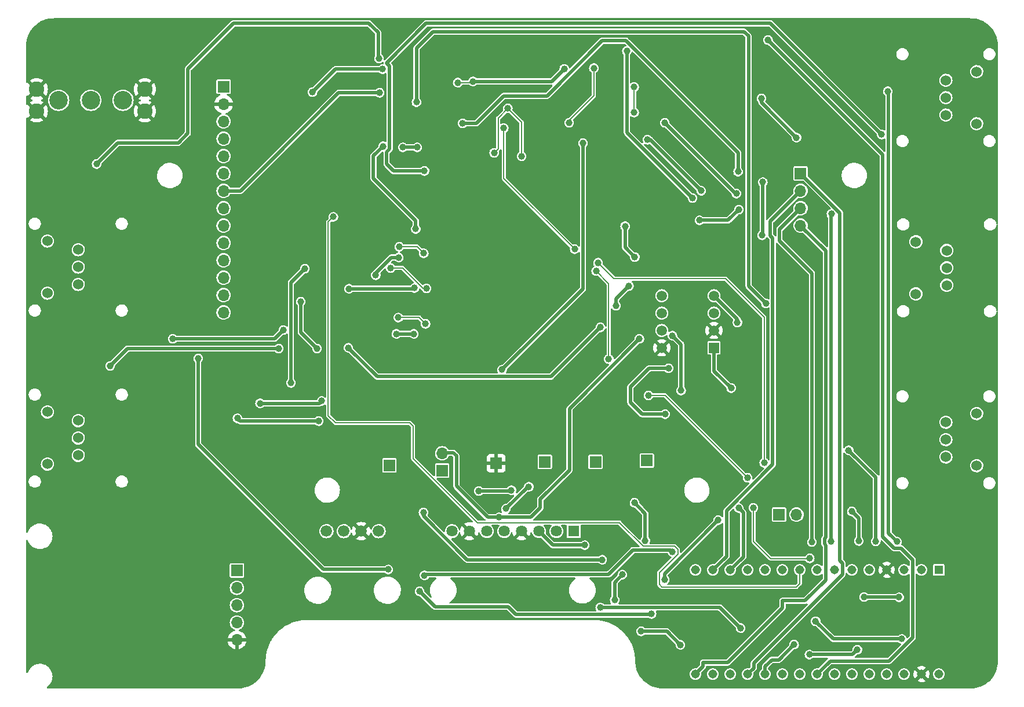
<source format=gbl>
G04 #@! TF.GenerationSoftware,KiCad,Pcbnew,(6.0.7)*
G04 #@! TF.CreationDate,2022-11-29T22:22:54-08:00*
G04 #@! TF.ProjectId,UrbanSteering,55726261-6e53-4746-9565-72696e672e6b,rev?*
G04 #@! TF.SameCoordinates,Original*
G04 #@! TF.FileFunction,Copper,L2,Bot*
G04 #@! TF.FilePolarity,Positive*
%FSLAX46Y46*%
G04 Gerber Fmt 4.6, Leading zero omitted, Abs format (unit mm)*
G04 Created by KiCad (PCBNEW (6.0.7)) date 2022-11-29 22:22:54*
%MOMM*%
%LPD*%
G01*
G04 APERTURE LIST*
G04 #@! TA.AperFunction,ComponentPad*
%ADD10R,1.700000X1.700000*%
G04 #@! TD*
G04 #@! TA.AperFunction,ComponentPad*
%ADD11C,1.676400*%
G04 #@! TD*
G04 #@! TA.AperFunction,ComponentPad*
%ADD12R,1.635000X1.635000*%
G04 #@! TD*
G04 #@! TA.AperFunction,ComponentPad*
%ADD13C,1.635000*%
G04 #@! TD*
G04 #@! TA.AperFunction,ComponentPad*
%ADD14C,1.308000*%
G04 #@! TD*
G04 #@! TA.AperFunction,ComponentPad*
%ADD15R,1.308000X1.308000*%
G04 #@! TD*
G04 #@! TA.AperFunction,ComponentPad*
%ADD16C,1.524000*%
G04 #@! TD*
G04 #@! TA.AperFunction,ComponentPad*
%ADD17C,1.498600*%
G04 #@! TD*
G04 #@! TA.AperFunction,ComponentPad*
%ADD18R,1.498600X1.498600*%
G04 #@! TD*
G04 #@! TA.AperFunction,ComponentPad*
%ADD19C,2.700000*%
G04 #@! TD*
G04 #@! TA.AperFunction,ComponentPad*
%ADD20C,2.250000*%
G04 #@! TD*
G04 #@! TA.AperFunction,ComponentPad*
%ADD21O,1.700000X1.700000*%
G04 #@! TD*
G04 #@! TA.AperFunction,ViaPad*
%ADD22C,1.000000*%
G04 #@! TD*
G04 #@! TA.AperFunction,Conductor*
%ADD23C,0.500000*%
G04 #@! TD*
G04 #@! TA.AperFunction,Conductor*
%ADD24C,0.200000*%
G04 #@! TD*
G04 APERTURE END LIST*
D10*
X191685979Y-115674740D03*
D11*
X152500000Y-126000000D03*
X149960000Y-126000000D03*
X147420000Y-126000000D03*
X144880000Y-126000000D03*
D12*
X181000000Y-126000000D03*
D13*
X178460000Y-126000000D03*
X175920000Y-126000000D03*
X173380000Y-126000000D03*
X170840000Y-126000000D03*
X168300000Y-126000000D03*
X165760000Y-126000000D03*
X163220000Y-126000000D03*
D14*
X234350000Y-146900000D03*
X231810000Y-146900000D03*
X229270000Y-146900000D03*
X226730000Y-146900000D03*
X224190000Y-146900000D03*
X221650000Y-146900000D03*
X219110000Y-146900000D03*
X216570000Y-146900000D03*
X214030000Y-146900000D03*
X211490000Y-146900000D03*
X208950000Y-146900000D03*
X206410000Y-146900000D03*
X203870000Y-146900000D03*
X201330000Y-146900000D03*
X198790000Y-146900000D03*
X198790000Y-131660000D03*
X201330000Y-131660000D03*
X203870000Y-131660000D03*
X206410000Y-131660000D03*
X208950000Y-131660000D03*
X211490000Y-131660000D03*
X214030000Y-131660000D03*
X216570000Y-131660000D03*
X219110000Y-131660000D03*
X221650000Y-131660000D03*
X224190000Y-131660000D03*
X226730000Y-131660000D03*
X229270000Y-131660000D03*
X231810000Y-131660000D03*
D15*
X234350000Y-131660000D03*
D16*
X239880000Y-108810000D03*
X239880000Y-116430000D03*
X235380000Y-110080000D03*
X235380000Y-115160000D03*
X235380000Y-112620000D03*
X104120000Y-91190000D03*
X104120000Y-83570000D03*
X108620000Y-89920000D03*
X108620000Y-84840000D03*
X108620000Y-87380000D03*
X239880000Y-58810000D03*
X239880000Y-66430000D03*
X235380000Y-60080000D03*
X235380000Y-65160000D03*
X235380000Y-62620000D03*
X104120000Y-116190000D03*
X104120000Y-108570000D03*
X108620000Y-114920000D03*
X108620000Y-109840000D03*
X108620000Y-112380000D03*
X231000000Y-91310000D03*
X231000000Y-83690000D03*
X235500000Y-90040000D03*
X235500000Y-84960000D03*
X235500000Y-87500000D03*
D17*
X193875979Y-99184740D03*
X193875979Y-96644740D03*
X193875979Y-94104740D03*
X193875979Y-91564740D03*
X201495979Y-91564740D03*
X201495979Y-94104740D03*
X201495979Y-96644740D03*
D18*
X201495979Y-99184740D03*
D19*
X110450000Y-63000000D03*
X105750000Y-63000000D03*
X115150000Y-63000000D03*
D20*
X102550000Y-61400000D03*
X102550000Y-64600000D03*
X118350000Y-64600000D03*
X118350000Y-61400000D03*
D10*
X131800000Y-131750000D03*
D21*
X131800000Y-134290000D03*
X131800000Y-136830000D03*
X131800000Y-139370000D03*
X131800000Y-141910000D03*
D10*
X161785979Y-117149740D03*
D21*
X161785979Y-114609740D03*
D10*
X169685979Y-116074740D03*
X214150000Y-73700000D03*
D21*
X214150000Y-76240000D03*
X214150000Y-78780000D03*
X214150000Y-81320000D03*
D10*
X184185979Y-115874740D03*
X211010979Y-123574740D03*
D21*
X213550979Y-123574740D03*
D10*
X129850000Y-61000000D03*
D21*
X129850000Y-63540000D03*
X129850000Y-66080000D03*
X129850000Y-68620000D03*
X129850000Y-71160000D03*
X129850000Y-73700000D03*
X129850000Y-76240000D03*
X129850000Y-78780000D03*
X129850000Y-81320000D03*
X129850000Y-83860000D03*
X129850000Y-86400000D03*
X129850000Y-88940000D03*
X129850000Y-91480000D03*
X129850000Y-94020000D03*
D10*
X154085979Y-116374740D03*
X176785979Y-115874740D03*
D22*
X143150779Y-83390740D03*
X201265979Y-85930740D03*
X223414779Y-135613140D03*
X228545579Y-135663940D03*
X185213179Y-109044740D03*
X171903579Y-120017540D03*
X167128379Y-120119140D03*
X170125579Y-123968741D03*
X155161891Y-79247452D03*
X165385979Y-75674740D03*
X191461579Y-127383540D03*
X216353579Y-139169140D03*
X228951979Y-141759940D03*
X189886779Y-121846340D03*
X173385979Y-71174740D03*
X174443579Y-119509540D03*
X169385979Y-70674740D03*
X171090779Y-122709940D03*
X171385979Y-64174740D03*
X184885979Y-137174740D03*
X205385979Y-140174740D03*
X139696379Y-104320340D03*
X141728379Y-87607140D03*
X215439179Y-144045940D03*
X222449579Y-143334740D03*
X195423979Y-97411540D03*
X190597979Y-97868740D03*
X196693979Y-105437940D03*
X182622379Y-128043940D03*
X202129579Y-124386340D03*
X194306379Y-133073140D03*
X225141979Y-127485140D03*
X221179579Y-114175540D03*
X228240779Y-127535940D03*
X226885979Y-61674740D03*
X222652779Y-127434340D03*
X221636779Y-123116340D03*
X204009179Y-105082340D03*
X164059291Y-60415040D03*
X218653806Y-79617313D03*
X179625179Y-58397140D03*
X213559579Y-68455540D03*
X218588779Y-127485140D03*
X208428779Y-62715140D03*
X166302067Y-60239452D03*
X208835179Y-116004340D03*
X184552779Y-86743540D03*
X184287348Y-87964525D03*
X191923225Y-106153586D03*
X181149179Y-84762340D03*
X170785979Y-67050240D03*
X206396779Y-118188740D03*
X207260379Y-122575240D03*
X215489979Y-129974340D03*
X186127579Y-100815140D03*
X145893979Y-80037940D03*
X159203579Y-132463540D03*
X195423979Y-129009140D03*
X153920379Y-131599940D03*
X126132779Y-100764340D03*
X194357179Y-108892340D03*
X204923579Y-95481140D03*
X205126779Y-122625240D03*
X194865179Y-102186740D03*
X142845979Y-61800740D03*
X194306379Y-66271140D03*
X153056779Y-58447940D03*
X204771179Y-76634340D03*
X148078379Y-99189540D03*
X205126779Y-78971140D03*
X143506379Y-99291140D03*
X184908379Y-96192340D03*
X141118779Y-92433140D03*
X187194379Y-93042740D03*
X199386379Y-80545940D03*
X215794779Y-127586740D03*
X189073979Y-90147140D03*
X205025179Y-73433940D03*
X152650379Y-61902340D03*
X164791579Y-66372740D03*
X208530379Y-82730340D03*
X208631979Y-74957940D03*
X190851979Y-140642340D03*
X186991179Y-136070340D03*
X185162379Y-130177540D03*
X213203979Y-142572740D03*
X196592379Y-142623540D03*
X159051179Y-123268740D03*
X188108779Y-132361940D03*
X209392965Y-54181726D03*
X192375979Y-138102340D03*
X158492379Y-134800340D03*
X155088779Y-97157540D03*
X157628779Y-97157540D03*
X159508379Y-90502740D03*
X154246133Y-87526494D03*
X155393579Y-94769940D03*
X159355979Y-95684340D03*
X155511679Y-84406740D03*
X159101979Y-85371940D03*
X155444379Y-85981540D03*
X152091579Y-88572340D03*
X113280379Y-101831140D03*
X137918379Y-99291140D03*
X143760379Y-109908340D03*
X131873179Y-109501940D03*
X188515179Y-81409540D03*
X189937579Y-85930740D03*
X135175179Y-107317540D03*
X144166779Y-106961940D03*
X170531979Y-102389940D03*
X182368379Y-69268340D03*
X191766379Y-68760340D03*
X199640379Y-76227940D03*
X189835979Y-61038740D03*
X189835979Y-64781440D03*
X152548779Y-56873140D03*
X111299179Y-72316340D03*
X183943179Y-58295540D03*
X180336379Y-66271140D03*
X198370379Y-77294740D03*
X188769179Y-55806340D03*
X159203579Y-73332340D03*
X226005579Y-67998340D03*
X122424379Y-97868740D03*
X148179979Y-90553540D03*
X157933579Y-81815940D03*
X138578779Y-96598740D03*
X158136779Y-69877940D03*
X153158379Y-69725540D03*
X157743557Y-90447294D03*
X156053979Y-69877940D03*
X209089179Y-92687140D03*
X158035179Y-63273940D03*
D23*
X218474060Y-144995940D02*
X216570000Y-146900000D01*
X227059482Y-144995940D02*
X218474060Y-144995940D01*
X230526779Y-130177540D02*
X230526779Y-141528643D01*
X227847276Y-128485940D02*
X228835179Y-128485940D01*
X228835179Y-128485940D02*
X230526779Y-130177540D01*
X230526779Y-141528643D02*
X227059482Y-144995940D01*
X226157979Y-126796643D02*
X227847276Y-128485940D01*
X226157979Y-70946740D02*
X226157979Y-126796643D01*
X209392965Y-54181726D02*
X226157979Y-70946740D01*
X199894379Y-145795621D02*
X198790000Y-146900000D01*
X199894379Y-145214340D02*
X199894379Y-145795621D01*
X203501179Y-145214340D02*
X199894379Y-145214340D01*
X211518060Y-137197459D02*
X203501179Y-145214340D01*
X211518060Y-136171940D02*
X211518060Y-137197459D01*
X217826779Y-133174740D02*
X214829579Y-136171940D01*
X214829579Y-136171940D02*
X211518060Y-136171940D01*
X217638779Y-127091637D02*
X217638779Y-127878643D01*
X217638779Y-127878643D02*
X217826779Y-128066643D01*
X217826779Y-126903637D02*
X217638779Y-127091637D01*
X217826779Y-84996779D02*
X217826779Y-126903637D01*
X217826779Y-128066643D02*
X217826779Y-133174740D01*
X214150000Y-81320000D02*
X217826779Y-84996779D01*
X220265179Y-132311140D02*
X207311179Y-145265140D01*
X220265179Y-130685540D02*
X220265179Y-132311140D01*
X219909579Y-79459579D02*
X219909579Y-130329940D01*
X219909579Y-130329940D02*
X220265179Y-130685540D01*
X214150000Y-73700000D02*
X219909579Y-79459579D01*
X205787179Y-129742821D02*
X203870000Y-131660000D01*
X205126779Y-122625240D02*
X205787179Y-123285640D01*
X205787179Y-123285640D02*
X205787179Y-129742821D01*
X203330000Y-129660000D02*
X201330000Y-131660000D01*
X208950000Y-145810719D02*
X208950000Y-146900000D01*
X209934000Y-144826719D02*
X208950000Y-145810719D01*
X210950000Y-144826719D02*
X209934000Y-144826719D01*
X213203979Y-142572740D02*
X210950000Y-144826719D01*
X207311179Y-145265140D02*
X207311179Y-145998821D01*
X207311179Y-145998821D02*
X206410000Y-146900000D01*
X203330000Y-123033519D02*
X203330000Y-129660000D01*
D24*
X214030000Y-133660000D02*
X214030000Y-131660000D01*
X213515260Y-134174740D02*
X214030000Y-133660000D01*
D23*
X228494779Y-135613140D02*
X228545579Y-135663940D01*
X223414779Y-135613140D02*
X228494779Y-135613140D01*
X168437980Y-123968741D02*
X170125579Y-123968741D01*
X163877179Y-119407940D02*
X168437980Y-123968741D01*
X163877179Y-114988340D02*
X163877179Y-119407940D01*
X161864579Y-114531140D02*
X163419979Y-114531140D01*
X163419979Y-114531140D02*
X163877179Y-114988340D01*
X161785979Y-114609740D02*
X161864579Y-114531140D01*
X176119979Y-121331940D02*
X180387179Y-117064740D01*
X176119979Y-122608340D02*
X176119979Y-121331940D01*
X180387179Y-117064740D02*
X180387179Y-108079540D01*
X180387179Y-108079540D02*
X190597979Y-97868740D01*
X176119979Y-122608340D02*
X174759578Y-123968741D01*
X174759578Y-123968741D02*
X170125579Y-123968741D01*
X171801979Y-120119140D02*
X171903579Y-120017540D01*
X167128379Y-120119140D02*
X171801979Y-120119140D01*
X177963940Y-128043940D02*
X182622379Y-128043940D01*
X175920000Y-126000000D02*
X177963940Y-128043940D01*
X218944379Y-141759940D02*
X216353579Y-139169140D01*
X228951979Y-141759940D02*
X218944379Y-141759940D01*
X191461579Y-127383540D02*
X191461579Y-123421140D01*
X191461579Y-123421140D02*
X189886779Y-121846340D01*
D24*
X173385979Y-66174740D02*
X173385979Y-71174740D01*
X171385979Y-64174740D02*
X173385979Y-66174740D01*
X169385979Y-70674740D02*
X169985979Y-70074740D01*
D23*
X174443579Y-119509540D02*
X174291179Y-119509540D01*
D24*
X169985979Y-70074740D02*
X169985979Y-65574740D01*
D23*
X174291179Y-119509540D02*
X171090779Y-122709940D01*
D24*
X169985979Y-65574740D02*
X171385979Y-64174740D01*
D23*
X202363579Y-137152340D02*
X205385979Y-140174740D01*
X184908379Y-137152340D02*
X202363579Y-137152340D01*
X184885979Y-137174740D02*
X184908379Y-137152340D01*
X139696379Y-104320340D02*
X139696379Y-89639140D01*
X139696379Y-89639140D02*
X141728379Y-87607140D01*
X215439179Y-144045940D02*
X221738379Y-144045940D01*
X221738379Y-144045940D02*
X222449579Y-143334740D01*
X196693979Y-98681540D02*
X195423979Y-97411540D01*
X196693979Y-105437940D02*
X196693979Y-98681540D01*
X202129579Y-124386340D02*
X194306379Y-132209540D01*
X194306379Y-132209540D02*
X194306379Y-133073140D01*
X225141979Y-118137940D02*
X221179579Y-114175540D01*
X225141979Y-127485140D02*
X225141979Y-118137940D01*
X227005579Y-126300740D02*
X227005579Y-61632340D01*
X227005579Y-61632340D02*
X226963179Y-61674740D01*
X228240779Y-127535940D02*
X227005579Y-126300740D01*
X226963179Y-61674740D02*
X226885979Y-61674740D01*
X222652779Y-127434340D02*
X222652779Y-124132340D01*
X222652779Y-124132340D02*
X221636779Y-123116340D01*
X201495979Y-102569140D02*
X201495979Y-99184740D01*
X204009179Y-105082340D02*
X201495979Y-102569140D01*
D24*
X166126479Y-60415040D02*
X166302067Y-60239452D01*
D23*
X208428779Y-63324740D02*
X208428779Y-62715140D01*
X179625179Y-58397140D02*
X177782867Y-60239452D01*
D24*
X164059291Y-60415040D02*
X166126479Y-60415040D01*
D23*
X177782867Y-60239452D02*
X166302067Y-60239452D01*
X218588779Y-79682340D02*
X218653806Y-79617313D01*
X213559579Y-68455540D02*
X208428779Y-63324740D01*
X218588779Y-127485140D02*
X218588779Y-79682340D01*
D24*
X184552779Y-86743540D02*
X186889579Y-89080340D01*
X186889579Y-89080340D02*
X203196379Y-89080340D01*
X208835179Y-94719140D02*
X208835179Y-116004340D01*
X203196379Y-89080340D02*
X208835179Y-94719140D01*
X209800379Y-130025140D02*
X215439179Y-130025140D01*
X207260379Y-122575240D02*
X207260379Y-127485140D01*
X170785979Y-74399140D02*
X181149179Y-84762340D01*
X170785979Y-67050240D02*
X170785979Y-74399140D01*
X184287348Y-87964525D02*
X186127579Y-89804756D01*
X215439179Y-130025140D02*
X215489979Y-129974340D01*
X186127579Y-89804756D02*
X186127579Y-100815140D01*
X191923225Y-106153586D02*
X194361625Y-106153586D01*
X194361625Y-106153586D02*
X206396779Y-118188740D01*
X207260379Y-127485140D02*
X209800379Y-130025140D01*
X157527179Y-110670340D02*
X157527179Y-115351674D01*
X196223979Y-128677769D02*
X196223979Y-129340511D01*
X193506379Y-132058111D02*
X193506379Y-133795140D01*
X157019179Y-110162340D02*
X157527179Y-110670340D01*
X146198779Y-110162340D02*
X157019179Y-110162340D01*
X191130208Y-128183540D02*
X195729750Y-128183540D01*
X195729750Y-128183540D02*
X196223979Y-128677769D01*
X187714909Y-124768241D02*
X191130208Y-128183540D01*
X157527179Y-115351674D02*
X166943746Y-124768241D01*
X193506379Y-133795140D02*
X193885979Y-134174740D01*
X196223979Y-129340511D02*
X193506379Y-132058111D01*
X193885979Y-134174740D02*
X213515260Y-134174740D01*
X145893979Y-80037940D02*
X145131979Y-80799940D01*
X145131979Y-109095540D02*
X146198779Y-110162340D01*
X166943746Y-124768241D02*
X187714909Y-124768241D01*
X145131979Y-80799940D02*
X145131979Y-109095540D01*
D23*
X159203579Y-132463540D02*
X159355979Y-132311140D01*
X143912779Y-131091940D02*
X144420779Y-131599940D01*
X144420779Y-131599940D02*
X153920379Y-131599940D01*
X189683579Y-128755140D02*
X195169979Y-128755140D01*
X159355979Y-132311140D02*
X186127579Y-132311140D01*
X186127579Y-132311140D02*
X189683579Y-128755140D01*
X126132779Y-100764340D02*
X126132779Y-113311940D01*
X195169979Y-128755140D02*
X195423979Y-129009140D01*
X126132779Y-113311940D02*
X143912779Y-131091940D01*
X194357179Y-108892340D02*
X191004379Y-108892340D01*
X189277179Y-104929940D02*
X192020379Y-102186740D01*
X191004379Y-108892340D02*
X189277179Y-107165140D01*
X189277179Y-107165140D02*
X189277179Y-104929940D01*
X204923579Y-95481140D02*
X204923579Y-94992340D01*
X204923579Y-94992340D02*
X201495979Y-91564740D01*
X192020379Y-102186740D02*
X194865179Y-102186740D01*
X204669579Y-76634340D02*
X204771179Y-76634340D01*
X210089179Y-116274340D02*
X203330000Y-123033519D01*
X146198779Y-58447940D02*
X153056779Y-58447940D01*
X142845979Y-61800740D02*
X146198779Y-58447940D01*
X209698779Y-80691221D02*
X209698779Y-82781140D01*
X209698779Y-82781140D02*
X210089179Y-83171540D01*
X210089179Y-83171540D02*
X210089179Y-116274340D01*
X194306379Y-66271140D02*
X204669579Y-76634340D01*
X214150000Y-76240000D02*
X209698779Y-80691221D01*
X187194379Y-93042740D02*
X187194379Y-92026740D01*
X215794779Y-127586740D02*
X215794779Y-88267540D01*
X199386379Y-80545940D02*
X203551979Y-80545940D01*
X177710779Y-103389940D02*
X184908379Y-96192340D01*
X141118779Y-96903540D02*
X143506379Y-99291140D01*
X211070379Y-83543140D02*
X211070379Y-81859621D01*
X187194379Y-92026740D02*
X189073979Y-90147140D01*
X141118779Y-92433140D02*
X141118779Y-96903540D01*
X152278779Y-103389940D02*
X177710779Y-103389940D01*
X148078379Y-99189540D02*
X152278779Y-103389940D01*
X215794779Y-88267540D02*
X211070379Y-83543140D01*
X203551979Y-80545940D02*
X205126779Y-78971140D01*
X211070379Y-81859621D02*
X214150000Y-78780000D01*
X177076993Y-62359540D02*
X185154193Y-54282340D01*
X129850000Y-76240000D02*
X132318319Y-76240000D01*
X136038779Y-72519540D02*
X146655979Y-61902340D01*
X185162379Y-54282340D02*
X188659393Y-54282340D01*
X185154193Y-54282340D02*
X185162379Y-54282340D01*
X170785979Y-62359540D02*
X177076993Y-62359540D01*
X205025179Y-70648126D02*
X205025179Y-73433940D01*
X132318319Y-76240000D02*
X136038779Y-72519540D01*
X188659393Y-54282340D02*
X205025179Y-70648126D01*
X208631979Y-74957940D02*
X208631979Y-82628740D01*
X166772779Y-66372740D02*
X170785979Y-62359540D01*
X208631979Y-82628740D02*
X208530379Y-82730340D01*
X164791579Y-66372740D02*
X166772779Y-66372740D01*
X146655979Y-61902340D02*
X152650379Y-61902340D01*
X159051179Y-123776740D02*
X159051179Y-123268740D01*
X185162379Y-130177540D02*
X165451979Y-130177540D01*
X196592379Y-142623540D02*
X194611179Y-140642340D01*
X186991179Y-133479540D02*
X188108779Y-132361940D01*
X186991179Y-136070340D02*
X186991179Y-133479540D01*
X165451979Y-130177540D02*
X159051179Y-123776740D01*
X194611179Y-140642340D02*
X190851979Y-140642340D01*
X172563979Y-138203940D02*
X171399760Y-137039721D01*
X160731760Y-137039721D02*
X158492379Y-134800340D01*
X171399760Y-137039721D02*
X160731760Y-137039721D01*
X192274379Y-138203940D02*
X172563979Y-138203940D01*
X192375979Y-138102340D02*
X192274379Y-138203940D01*
D24*
X159000379Y-90502740D02*
X159508379Y-90502740D01*
X156024133Y-87526494D02*
X159000379Y-90502740D01*
D23*
X155088779Y-97157540D02*
X157628779Y-97157540D01*
D24*
X154246133Y-87526494D02*
X156024133Y-87526494D01*
X158441579Y-94769940D02*
X159355979Y-95684340D01*
X155393579Y-94769940D02*
X158441579Y-94769940D01*
X155511679Y-84406740D02*
X158136779Y-84406740D01*
D23*
X113280379Y-101831140D02*
X115820379Y-99291140D01*
X152091579Y-88267540D02*
X152091579Y-88572340D01*
X154377579Y-85981540D02*
X152091579Y-88267540D01*
X115820379Y-99291140D02*
X137918379Y-99291140D01*
D24*
X158136779Y-84406740D02*
X159101979Y-85371940D01*
D23*
X155444379Y-85981540D02*
X154377579Y-85981540D01*
X188515179Y-84508340D02*
X188515179Y-81409540D01*
X189937579Y-85930740D02*
X188515179Y-84508340D01*
X132279579Y-109908340D02*
X143760379Y-109908340D01*
X131873179Y-109501940D02*
X132279579Y-109908340D01*
X170531979Y-102389940D02*
X182368379Y-90553540D01*
X182368379Y-90553540D02*
X182368379Y-69268340D01*
X143811179Y-107317540D02*
X144166779Y-106961940D01*
X135175179Y-107317540D02*
X143811179Y-107317540D01*
X199640379Y-76227940D02*
X192172779Y-68760340D01*
X192172779Y-68760340D02*
X191766379Y-68760340D01*
D24*
X189835979Y-64781440D02*
X189835979Y-61038740D01*
D23*
X152447179Y-56771540D02*
X152548779Y-56873140D01*
X152447179Y-53113940D02*
X152447179Y-56771540D01*
X114397979Y-69217540D02*
X123237179Y-69217540D01*
X151075579Y-51742340D02*
X152447179Y-53113940D01*
X131314379Y-51742340D02*
X151075579Y-51742340D01*
X123237179Y-69217540D02*
X124608779Y-67845940D01*
X124608779Y-58447940D02*
X131314379Y-51742340D01*
X124608779Y-67845940D02*
X124608779Y-58447940D01*
X111299179Y-72316340D02*
X114397979Y-69217540D01*
D24*
X180336379Y-65938947D02*
X183943179Y-62332147D01*
X180336379Y-66271140D02*
X180336379Y-65938947D01*
X183943179Y-62332147D02*
X183943179Y-58295540D01*
D23*
X188769179Y-67693540D02*
X188769179Y-55806340D01*
X198370379Y-77294740D02*
X188769179Y-67693540D01*
X209749579Y-51742340D02*
X159457579Y-51742340D01*
X154682379Y-73332340D02*
X159203579Y-73332340D01*
X153666379Y-57533540D02*
X154108379Y-57975540D01*
X159457579Y-51742340D02*
X153666379Y-57533540D01*
X153666379Y-72316340D02*
X154682379Y-73332340D01*
X154108379Y-57975540D02*
X154108379Y-70119043D01*
X226005579Y-67998340D02*
X209749579Y-51742340D01*
X154108379Y-70119043D02*
X153666379Y-70561043D01*
X153666379Y-70561043D02*
X153666379Y-72316340D01*
X156053979Y-69877940D02*
X158136779Y-69877940D01*
X151735979Y-71147940D02*
X153158379Y-69725540D01*
X157933579Y-81815940D02*
X157933579Y-80604926D01*
X157933579Y-80604926D02*
X151735979Y-74407326D01*
X151735979Y-74407326D02*
X151735979Y-71147940D01*
X148179979Y-90553540D02*
X157637311Y-90553540D01*
X137308779Y-97868740D02*
X138578779Y-96598740D01*
X157637311Y-90553540D02*
X157743557Y-90447294D01*
X122424379Y-97868740D02*
X137308779Y-97868740D01*
X160473579Y-52961540D02*
X158035179Y-55399940D01*
X209089179Y-92687140D02*
X206549179Y-90147140D01*
X158035179Y-55399940D02*
X158035179Y-63273940D01*
X205888779Y-52961540D02*
X160473579Y-52961540D01*
X206549179Y-53621940D02*
X205888779Y-52961540D01*
X206549179Y-90147140D02*
X206549179Y-53621940D01*
G04 #@! TA.AperFunction,Conductor*
G36*
X238950676Y-51001285D02*
G01*
X238979838Y-51004556D01*
X238985963Y-51005243D01*
X239019207Y-51002452D01*
X239035554Y-51002144D01*
X239363210Y-51017292D01*
X239374798Y-51018366D01*
X239729142Y-51067795D01*
X239740582Y-51069934D01*
X240088854Y-51151846D01*
X240100030Y-51155026D01*
X240269650Y-51211877D01*
X240439262Y-51268726D01*
X240450114Y-51272930D01*
X240777401Y-51417441D01*
X240787819Y-51422629D01*
X241100374Y-51596722D01*
X241110269Y-51602848D01*
X241405431Y-51805038D01*
X241414719Y-51812052D01*
X241689971Y-52040618D01*
X241698571Y-52048459D01*
X241951541Y-52301429D01*
X241959382Y-52310029D01*
X242187948Y-52585281D01*
X242194962Y-52594569D01*
X242397152Y-52889731D01*
X242403278Y-52899626D01*
X242577371Y-53212181D01*
X242582559Y-53222599D01*
X242727070Y-53549886D01*
X242731274Y-53560738D01*
X242779480Y-53704563D01*
X242838037Y-53879272D01*
X242844971Y-53899961D01*
X242848154Y-53911146D01*
X242908284Y-54166806D01*
X242930066Y-54259418D01*
X242932205Y-54270858D01*
X242981634Y-54625202D01*
X242982708Y-54636791D01*
X242995045Y-54903627D01*
X242997196Y-54950161D01*
X242996545Y-54970020D01*
X242994757Y-54985963D01*
X242995273Y-54992107D01*
X242999058Y-55037183D01*
X242999500Y-55047726D01*
X242999500Y-81027995D01*
X242979498Y-81096116D01*
X242925842Y-81142609D01*
X242870151Y-81150616D01*
X242916970Y-81153741D01*
X242974007Y-81196017D01*
X242999135Y-81262418D01*
X242999500Y-81272005D01*
X242999500Y-93727995D01*
X242979498Y-93796116D01*
X242925842Y-93842609D01*
X242870151Y-93850616D01*
X242916970Y-93853741D01*
X242974007Y-93896017D01*
X242999135Y-93962418D01*
X242999500Y-93972005D01*
X242999500Y-144936631D01*
X242998715Y-144950676D01*
X242994757Y-144985963D01*
X242997548Y-145019207D01*
X242997856Y-145035554D01*
X242984523Y-145323952D01*
X242982708Y-145363209D01*
X242981634Y-145374798D01*
X242974963Y-145422623D01*
X242932205Y-145729142D01*
X242930066Y-145740582D01*
X242849251Y-146084190D01*
X242848156Y-146088845D01*
X242844974Y-146100030D01*
X242807444Y-146212004D01*
X242731274Y-146439262D01*
X242727070Y-146450114D01*
X242582559Y-146777401D01*
X242577371Y-146787819D01*
X242403278Y-147100374D01*
X242397152Y-147110269D01*
X242194962Y-147405431D01*
X242187948Y-147414719D01*
X241959382Y-147689971D01*
X241951541Y-147698571D01*
X241698571Y-147951541D01*
X241689971Y-147959382D01*
X241414719Y-148187948D01*
X241405431Y-148194962D01*
X241110269Y-148397152D01*
X241100374Y-148403278D01*
X240787819Y-148577371D01*
X240777401Y-148582559D01*
X240450114Y-148727070D01*
X240439262Y-148731274D01*
X240313764Y-148773337D01*
X240100030Y-148844974D01*
X240088854Y-148848154D01*
X239756835Y-148926243D01*
X239740582Y-148930066D01*
X239729141Y-148932205D01*
X239394448Y-148978893D01*
X239374798Y-148981634D01*
X239363209Y-148982708D01*
X239049835Y-148997196D01*
X239029980Y-148996545D01*
X239014037Y-148994757D01*
X238972630Y-148998234D01*
X238962817Y-148999058D01*
X238952274Y-148999500D01*
X194063369Y-148999500D01*
X194049324Y-148998715D01*
X194020162Y-148995444D01*
X194014037Y-148994757D01*
X193980793Y-148997548D01*
X193964446Y-148997856D01*
X193636790Y-148982708D01*
X193625202Y-148981634D01*
X193605553Y-148978893D01*
X193270859Y-148932205D01*
X193259418Y-148930066D01*
X193243165Y-148926243D01*
X192911146Y-148848154D01*
X192899970Y-148844974D01*
X192686236Y-148773337D01*
X192560738Y-148731274D01*
X192549886Y-148727070D01*
X192222599Y-148582559D01*
X192212181Y-148577371D01*
X191899626Y-148403278D01*
X191889731Y-148397152D01*
X191594569Y-148194962D01*
X191585281Y-148187948D01*
X191310029Y-147959382D01*
X191301429Y-147951541D01*
X191230116Y-147880228D01*
X231194132Y-147880228D01*
X231204014Y-147892717D01*
X231248362Y-147922350D01*
X231258472Y-147927840D01*
X231444077Y-148007582D01*
X231455020Y-148011137D01*
X231652042Y-148055719D01*
X231663452Y-148057221D01*
X231865307Y-148065152D01*
X231876789Y-148064550D01*
X232076712Y-148035563D01*
X232087894Y-148032878D01*
X232279185Y-147967943D01*
X232289688Y-147963267D01*
X232417708Y-147891573D01*
X232427570Y-147881497D01*
X232424615Y-147873825D01*
X231822812Y-147272022D01*
X231808868Y-147264408D01*
X231807035Y-147264539D01*
X231800420Y-147268790D01*
X231200328Y-147868882D01*
X231194132Y-147880228D01*
X191230116Y-147880228D01*
X191048459Y-147698571D01*
X191040618Y-147689971D01*
X190812052Y-147414719D01*
X190805038Y-147405431D01*
X190602848Y-147110269D01*
X190596722Y-147100374D01*
X190422629Y-146787819D01*
X190417441Y-146777401D01*
X190272930Y-146450114D01*
X190268726Y-146439262D01*
X190192556Y-146212004D01*
X190155026Y-146100030D01*
X190151844Y-146088845D01*
X190150750Y-146084190D01*
X190069934Y-145740582D01*
X190067795Y-145729142D01*
X190025037Y-145422623D01*
X190018366Y-145374798D01*
X190017292Y-145363209D01*
X190009145Y-145186985D01*
X190003143Y-145057170D01*
X190004003Y-145035558D01*
X190004507Y-145031572D01*
X190004507Y-145031567D01*
X190004949Y-145028071D01*
X190005341Y-145000000D01*
X190004998Y-144996497D01*
X190004921Y-144994669D01*
X190004908Y-144994342D01*
X189990489Y-144627361D01*
X189986618Y-144528843D01*
X189985995Y-144523574D01*
X189931487Y-144063043D01*
X189931197Y-144060591D01*
X189880598Y-143806210D01*
X189839692Y-143600561D01*
X189839689Y-143600550D01*
X189839208Y-143598130D01*
X189838450Y-143595440D01*
X189711892Y-143146702D01*
X189711890Y-143146697D01*
X189711218Y-143144313D01*
X189548017Y-142701936D01*
X189520572Y-142642402D01*
X189376560Y-142330017D01*
X189350610Y-142273728D01*
X189335288Y-142246367D01*
X189121421Y-141864481D01*
X189121418Y-141864476D01*
X189120215Y-141862328D01*
X189072307Y-141790629D01*
X188859632Y-141472338D01*
X188859629Y-141472334D01*
X188858252Y-141470273D01*
X188654975Y-141212417D01*
X188567873Y-141101928D01*
X188567869Y-141101923D01*
X188566337Y-141099980D01*
X188560808Y-141093998D01*
X188247931Y-140755531D01*
X188246268Y-140753732D01*
X188141953Y-140657304D01*
X188117772Y-140634951D01*
X190146373Y-140634951D01*
X190164978Y-140803475D01*
X190195875Y-140887905D01*
X190204040Y-140910215D01*
X190223245Y-140962696D01*
X190317809Y-141103423D01*
X190323421Y-141108530D01*
X190323424Y-141108533D01*
X190437591Y-141212417D01*
X190437595Y-141212420D01*
X190443212Y-141217531D01*
X190449885Y-141221154D01*
X190449889Y-141221157D01*
X190585537Y-141294807D01*
X190585539Y-141294808D01*
X190592214Y-141298432D01*
X190599563Y-141300360D01*
X190748862Y-141339528D01*
X190748864Y-141339528D01*
X190756212Y-141341456D01*
X190842588Y-141342813D01*
X190918140Y-141344000D01*
X190918143Y-141344000D01*
X190925739Y-141344119D01*
X190933144Y-141342423D01*
X190933145Y-141342423D01*
X190993565Y-141328585D01*
X191091008Y-141306268D01*
X191242477Y-141230087D01*
X191367825Y-141123029D01*
X191432615Y-141093998D01*
X191449656Y-141092840D01*
X194372386Y-141092840D01*
X194440507Y-141112842D01*
X194461481Y-141129745D01*
X195850857Y-142519121D01*
X195884883Y-142581433D01*
X195887706Y-142609061D01*
X195886773Y-142616151D01*
X195905378Y-142784675D01*
X195913246Y-142806174D01*
X195954481Y-142918853D01*
X195963645Y-142943896D01*
X195967881Y-142950199D01*
X195967881Y-142950200D01*
X195980953Y-142969653D01*
X196058209Y-143084623D01*
X196063821Y-143089730D01*
X196063824Y-143089733D01*
X196177991Y-143193617D01*
X196177995Y-143193620D01*
X196183612Y-143198731D01*
X196190285Y-143202354D01*
X196190289Y-143202357D01*
X196325937Y-143276007D01*
X196325939Y-143276008D01*
X196332614Y-143279632D01*
X196339963Y-143281560D01*
X196489262Y-143320728D01*
X196489264Y-143320728D01*
X196496612Y-143322656D01*
X196582988Y-143324013D01*
X196658540Y-143325200D01*
X196658543Y-143325200D01*
X196666139Y-143325319D01*
X196673544Y-143323623D01*
X196673545Y-143323623D01*
X196733965Y-143309785D01*
X196831408Y-143287468D01*
X196982877Y-143211287D01*
X197111802Y-143101174D01*
X197210740Y-142963487D01*
X197213573Y-142956440D01*
X197271145Y-142813227D01*
X197271146Y-142813225D01*
X197273980Y-142806174D01*
X197292006Y-142679516D01*
X197297288Y-142642402D01*
X197297288Y-142642399D01*
X197297869Y-142638318D01*
X197298024Y-142623540D01*
X197277655Y-142455220D01*
X197217724Y-142296617D01*
X197172243Y-142230442D01*
X197125993Y-142163148D01*
X197125992Y-142163147D01*
X197121691Y-142156889D01*
X197087615Y-142126528D01*
X197000771Y-142049152D01*
X197000767Y-142049150D01*
X196995100Y-142044100D01*
X196845260Y-141964764D01*
X196680820Y-141923459D01*
X196673222Y-141923419D01*
X196673220Y-141923419D01*
X196580407Y-141922933D01*
X196512392Y-141902575D01*
X196491972Y-141886030D01*
X194953932Y-140347990D01*
X194944078Y-140336901D01*
X194928886Y-140317631D01*
X194928884Y-140317629D01*
X194923051Y-140310230D01*
X194915304Y-140304875D01*
X194915302Y-140304874D01*
X194874804Y-140276885D01*
X194871582Y-140274583D01*
X194831937Y-140245300D01*
X194831936Y-140245299D01*
X194824363Y-140239706D01*
X194817547Y-140237313D01*
X194811610Y-140233209D01*
X194802630Y-140230369D01*
X194802628Y-140230368D01*
X194782462Y-140223990D01*
X194755660Y-140215514D01*
X194751929Y-140214269D01*
X194705442Y-140197944D01*
X194705440Y-140197944D01*
X194696548Y-140194821D01*
X194689360Y-140194539D01*
X194689301Y-140194528D01*
X194682449Y-140192360D01*
X194675842Y-140191840D01*
X194623163Y-140191840D01*
X194618216Y-140191743D01*
X194561185Y-140189502D01*
X194554079Y-140191386D01*
X194545832Y-140191840D01*
X191447407Y-140191840D01*
X191379286Y-140171838D01*
X191363588Y-140159916D01*
X191260371Y-140067953D01*
X191254700Y-140062900D01*
X191104860Y-139983564D01*
X190940420Y-139942259D01*
X190932822Y-139942219D01*
X190932820Y-139942219D01*
X190855647Y-139941815D01*
X190770874Y-139941371D01*
X190763487Y-139943145D01*
X190763483Y-139943145D01*
X190638658Y-139973114D01*
X190606011Y-139980952D01*
X190599267Y-139984433D01*
X190599264Y-139984434D01*
X190542059Y-140013960D01*
X190455348Y-140058715D01*
X190449626Y-140063707D01*
X190449624Y-140063708D01*
X190409811Y-140098439D01*
X190327583Y-140170171D01*
X190296132Y-140214921D01*
X190253380Y-140275752D01*
X190230092Y-140308887D01*
X190168503Y-140466853D01*
X190167511Y-140474386D01*
X190167511Y-140474387D01*
X190162206Y-140514687D01*
X190146373Y-140634951D01*
X188117772Y-140634951D01*
X187901840Y-140435345D01*
X187901834Y-140435340D01*
X187900020Y-140433663D01*
X187889477Y-140425351D01*
X187701148Y-140276885D01*
X187529727Y-140141748D01*
X187516086Y-140132633D01*
X187139727Y-139881158D01*
X187139725Y-139881157D01*
X187137672Y-139879785D01*
X187117298Y-139868375D01*
X186728421Y-139650593D01*
X186728411Y-139650588D01*
X186726272Y-139649390D01*
X186436849Y-139515964D01*
X186300303Y-139453015D01*
X186300299Y-139453013D01*
X186298064Y-139451983D01*
X185855687Y-139288782D01*
X185853303Y-139288110D01*
X185853298Y-139288108D01*
X185404258Y-139161465D01*
X185404246Y-139161462D01*
X185401870Y-139160792D01*
X185399450Y-139160311D01*
X185399439Y-139160308D01*
X185102475Y-139101239D01*
X184939409Y-139068803D01*
X184788316Y-139050920D01*
X184473611Y-139013672D01*
X184473600Y-139013671D01*
X184471157Y-139013382D01*
X184044105Y-138996603D01*
X184033260Y-138995706D01*
X184031561Y-138995491D01*
X184031546Y-138995490D01*
X184028071Y-138995051D01*
X184024377Y-138994999D01*
X184003523Y-138994708D01*
X184003519Y-138994708D01*
X184000000Y-138994659D01*
X183960756Y-138998507D01*
X183956758Y-138998899D01*
X183944462Y-138999500D01*
X142071213Y-138999500D01*
X142055435Y-138998508D01*
X142028071Y-138995051D01*
X142012956Y-138994840D01*
X142003522Y-138994708D01*
X142003519Y-138994708D01*
X142000000Y-138994659D01*
X141996495Y-138995003D01*
X141994696Y-138995078D01*
X141994368Y-138995091D01*
X141715150Y-139006062D01*
X141528843Y-139013382D01*
X141526400Y-139013671D01*
X141526389Y-139013672D01*
X141211684Y-139050920D01*
X141060591Y-139068803D01*
X140897525Y-139101239D01*
X140600561Y-139160308D01*
X140600550Y-139160311D01*
X140598130Y-139160792D01*
X140595754Y-139161462D01*
X140595742Y-139161465D01*
X140146702Y-139288108D01*
X140146697Y-139288110D01*
X140144313Y-139288782D01*
X139701936Y-139451983D01*
X139699701Y-139453013D01*
X139699697Y-139453015D01*
X139563151Y-139515964D01*
X139273728Y-139649390D01*
X139271589Y-139650588D01*
X139271579Y-139650593D01*
X138882702Y-139868375D01*
X138862328Y-139879785D01*
X138860275Y-139881157D01*
X138860273Y-139881158D01*
X138483915Y-140132633D01*
X138470273Y-140141748D01*
X138298852Y-140276885D01*
X138110524Y-140425351D01*
X138099980Y-140433663D01*
X138098166Y-140435340D01*
X138098160Y-140435345D01*
X137858047Y-140657304D01*
X137753732Y-140753732D01*
X137752069Y-140755531D01*
X137439193Y-141093998D01*
X137433663Y-141099980D01*
X137432131Y-141101923D01*
X137432127Y-141101928D01*
X137345025Y-141212417D01*
X137141748Y-141470273D01*
X137140371Y-141472334D01*
X137140368Y-141472338D01*
X136927693Y-141790629D01*
X136879785Y-141862328D01*
X136878582Y-141864476D01*
X136878579Y-141864481D01*
X136664713Y-142246367D01*
X136649390Y-142273728D01*
X136623440Y-142330017D01*
X136479429Y-142642402D01*
X136451983Y-142701936D01*
X136288782Y-143144313D01*
X136288110Y-143146697D01*
X136288108Y-143146702D01*
X136161551Y-143595440D01*
X136160792Y-143598130D01*
X136160311Y-143600550D01*
X136160308Y-143600561D01*
X136119402Y-143806210D01*
X136068803Y-144060591D01*
X136068513Y-144063043D01*
X136014006Y-144523574D01*
X136013382Y-144528843D01*
X136013285Y-144531315D01*
X135996491Y-144958744D01*
X135995754Y-144967805D01*
X135995738Y-144968434D01*
X135994981Y-144974555D01*
X135995396Y-144980271D01*
X135994757Y-144985963D01*
X135995210Y-144991354D01*
X135994870Y-145000000D01*
X135993949Y-144999964D01*
X135993940Y-145000174D01*
X135995937Y-145000006D01*
X135996560Y-145007429D01*
X135996693Y-145015929D01*
X135997276Y-145015960D01*
X135997278Y-145015980D01*
X135997223Y-145017032D01*
X135996732Y-145018430D01*
X135996828Y-145024559D01*
X135995822Y-145043756D01*
X135995541Y-145049126D01*
X135995794Y-145050798D01*
X135995776Y-145055149D01*
X135978893Y-145351651D01*
X135977721Y-145363057D01*
X135925054Y-145716456D01*
X135924969Y-145717023D01*
X135922765Y-145728271D01*
X135876222Y-145919277D01*
X135838042Y-146075965D01*
X135834822Y-146086973D01*
X135718839Y-146425503D01*
X135714632Y-146436174D01*
X135568334Y-146762776D01*
X135563173Y-146773020D01*
X135387787Y-147084953D01*
X135381716Y-147094685D01*
X135178690Y-147389375D01*
X135171760Y-147398514D01*
X134942767Y-147673532D01*
X134935033Y-147682003D01*
X134682003Y-147935033D01*
X134673532Y-147942767D01*
X134398514Y-148171760D01*
X134389375Y-148178690D01*
X134094685Y-148381716D01*
X134084953Y-148387787D01*
X133773020Y-148563173D01*
X133762776Y-148568334D01*
X133436174Y-148714632D01*
X133425507Y-148718837D01*
X133276353Y-148769939D01*
X133086973Y-148834822D01*
X133075965Y-148838042D01*
X132955791Y-148867325D01*
X132728271Y-148922765D01*
X132717031Y-148924967D01*
X132363055Y-148977722D01*
X132351657Y-148978892D01*
X132255568Y-148984364D01*
X132038586Y-148996720D01*
X132018801Y-148996290D01*
X132008769Y-148995280D01*
X132008765Y-148995280D01*
X132002628Y-148994662D01*
X131996486Y-148995248D01*
X131957896Y-148998930D01*
X131945928Y-148999500D01*
X104130728Y-148999500D01*
X104062607Y-148979498D01*
X104016114Y-148925842D01*
X104006010Y-148855568D01*
X104035504Y-148790988D01*
X104054286Y-148773337D01*
X104225833Y-148642417D01*
X104225837Y-148642413D01*
X104229458Y-148639650D01*
X104417185Y-148447614D01*
X104575225Y-148230491D01*
X104662214Y-148065152D01*
X104698140Y-147996868D01*
X104698143Y-147996862D01*
X104700265Y-147992828D01*
X104713389Y-147955666D01*
X104788165Y-147743916D01*
X104788165Y-147743915D01*
X104789688Y-147739603D01*
X104828557Y-147542398D01*
X104840739Y-147480594D01*
X104840740Y-147480588D01*
X104841620Y-147476122D01*
X104845444Y-147399311D01*
X104854745Y-147212474D01*
X104854745Y-147212468D01*
X104854972Y-147207905D01*
X104829466Y-146940569D01*
X104821884Y-146909580D01*
X104766721Y-146684149D01*
X104765636Y-146679715D01*
X104756243Y-146656523D01*
X104666531Y-146435037D01*
X104666531Y-146435036D01*
X104664818Y-146430808D01*
X104529125Y-146199062D01*
X104416002Y-146057609D01*
X104364251Y-145992897D01*
X104364250Y-145992895D01*
X104361399Y-145989331D01*
X104165154Y-145806009D01*
X104036882Y-145717023D01*
X103948254Y-145655539D01*
X103948249Y-145655536D01*
X103944501Y-145652936D01*
X103940416Y-145650904D01*
X103940413Y-145650902D01*
X103751315Y-145556828D01*
X103704062Y-145533320D01*
X103699728Y-145531899D01*
X103699725Y-145531898D01*
X103453207Y-145451085D01*
X103453202Y-145451084D01*
X103448874Y-145449665D01*
X103430300Y-145446440D01*
X103188064Y-145404380D01*
X103188056Y-145404379D01*
X103184283Y-145403724D01*
X103175622Y-145403293D01*
X103101004Y-145399578D01*
X103100996Y-145399578D01*
X103099433Y-145399500D01*
X102931777Y-145399500D01*
X102929509Y-145399665D01*
X102929497Y-145399665D01*
X102799177Y-145409121D01*
X102732154Y-145413984D01*
X102727699Y-145414968D01*
X102727696Y-145414968D01*
X102474380Y-145470895D01*
X102474376Y-145470896D01*
X102469920Y-145471880D01*
X102414143Y-145493012D01*
X102223059Y-145565407D01*
X102223056Y-145565408D01*
X102218789Y-145567025D01*
X101984024Y-145697426D01*
X101942466Y-145729142D01*
X101774167Y-145857583D01*
X101774163Y-145857587D01*
X101770542Y-145860350D01*
X101767357Y-145863608D01*
X101767356Y-145863609D01*
X101712937Y-145919277D01*
X101582815Y-146052386D01*
X101552150Y-146094515D01*
X101430616Y-146261485D01*
X101424775Y-146269509D01*
X101389627Y-146336315D01*
X101301860Y-146503132D01*
X101301857Y-146503138D01*
X101299735Y-146507172D01*
X101245308Y-146661297D01*
X101203766Y-146718867D01*
X101137691Y-146744840D01*
X101068063Y-146730967D01*
X101016988Y-146681653D01*
X101000500Y-146619338D01*
X101000500Y-142177966D01*
X130468257Y-142177966D01*
X130498565Y-142312446D01*
X130501645Y-142322275D01*
X130581770Y-142519603D01*
X130586413Y-142528794D01*
X130697694Y-142710388D01*
X130703777Y-142718699D01*
X130843213Y-142879667D01*
X130850580Y-142886883D01*
X131014434Y-143022916D01*
X131022881Y-143028831D01*
X131206756Y-143136279D01*
X131216042Y-143140729D01*
X131415001Y-143216703D01*
X131424899Y-143219579D01*
X131528250Y-143240606D01*
X131542299Y-143239410D01*
X131546000Y-143229065D01*
X131546000Y-143228517D01*
X132054000Y-143228517D01*
X132058064Y-143242359D01*
X132071478Y-143244393D01*
X132078184Y-143243534D01*
X132088262Y-143241392D01*
X132292255Y-143180191D01*
X132301842Y-143176433D01*
X132493095Y-143082739D01*
X132501945Y-143077464D01*
X132675328Y-142953792D01*
X132683200Y-142947139D01*
X132834052Y-142796812D01*
X132840730Y-142788965D01*
X132965003Y-142616020D01*
X132970313Y-142607183D01*
X133064670Y-142416267D01*
X133068469Y-142406672D01*
X133130377Y-142202910D01*
X133132555Y-142192837D01*
X133133986Y-142181962D01*
X133131775Y-142167778D01*
X133118617Y-142164000D01*
X132072115Y-142164000D01*
X132056876Y-142168475D01*
X132055671Y-142169865D01*
X132054000Y-142177548D01*
X132054000Y-143228517D01*
X131546000Y-143228517D01*
X131546000Y-142182115D01*
X131541525Y-142166876D01*
X131540135Y-142165671D01*
X131532452Y-142164000D01*
X130483225Y-142164000D01*
X130469694Y-142167973D01*
X130468257Y-142177966D01*
X101000500Y-142177966D01*
X101000500Y-141644183D01*
X130464389Y-141644183D01*
X130465912Y-141652607D01*
X130478292Y-141656000D01*
X133118344Y-141656000D01*
X133131875Y-141652027D01*
X133133180Y-141642947D01*
X133091214Y-141475875D01*
X133087894Y-141466124D01*
X133002972Y-141270814D01*
X132998105Y-141261739D01*
X132882426Y-141082926D01*
X132876136Y-141074757D01*
X132732806Y-140917240D01*
X132725273Y-140910215D01*
X132558139Y-140778222D01*
X132549552Y-140772517D01*
X132363117Y-140669599D01*
X132353705Y-140665369D01*
X132162031Y-140597493D01*
X132104495Y-140555899D01*
X132078579Y-140489801D01*
X132092513Y-140420185D01*
X132141872Y-140369154D01*
X132170206Y-140357362D01*
X132175790Y-140355803D01*
X132175799Y-140355800D01*
X132181725Y-140354145D01*
X132187214Y-140351372D01*
X132187220Y-140351370D01*
X132360116Y-140264033D01*
X132365610Y-140261258D01*
X132386036Y-140245300D01*
X132454586Y-140191743D01*
X132527951Y-140134424D01*
X132589689Y-140062900D01*
X132658540Y-139983134D01*
X132658540Y-139983133D01*
X132662564Y-139978472D01*
X132683387Y-139941818D01*
X132736786Y-139847817D01*
X132764323Y-139799344D01*
X132829351Y-139603863D01*
X132855171Y-139399474D01*
X132855583Y-139370000D01*
X132835480Y-139164970D01*
X132775935Y-138967749D01*
X132679218Y-138785849D01*
X132593831Y-138681154D01*
X132552906Y-138630975D01*
X132552903Y-138630972D01*
X132549011Y-138626200D01*
X132526756Y-138607789D01*
X132395025Y-138498811D01*
X132395021Y-138498809D01*
X132390275Y-138494882D01*
X132209055Y-138396897D01*
X132012254Y-138335977D01*
X132006129Y-138335333D01*
X132006128Y-138335333D01*
X131813498Y-138315087D01*
X131813496Y-138315087D01*
X131807369Y-138314443D01*
X131720529Y-138322346D01*
X131608342Y-138332555D01*
X131608339Y-138332556D01*
X131602203Y-138333114D01*
X131404572Y-138391280D01*
X131222002Y-138486726D01*
X131217201Y-138490586D01*
X131217198Y-138490588D01*
X131066452Y-138611791D01*
X131061447Y-138615815D01*
X130929024Y-138773630D01*
X130926056Y-138779028D01*
X130926053Y-138779033D01*
X130887413Y-138849320D01*
X130829776Y-138954162D01*
X130767484Y-139150532D01*
X130766798Y-139156649D01*
X130766797Y-139156653D01*
X130748169Y-139322726D01*
X130744520Y-139355262D01*
X130761759Y-139560553D01*
X130763458Y-139566478D01*
X130787578Y-139650593D01*
X130818544Y-139758586D01*
X130821359Y-139764063D01*
X130821360Y-139764066D01*
X130909897Y-139936341D01*
X130912712Y-139941818D01*
X131040677Y-140103270D01*
X131045370Y-140107264D01*
X131045371Y-140107265D01*
X131171101Y-140214269D01*
X131197564Y-140236791D01*
X131202942Y-140239797D01*
X131202944Y-140239798D01*
X131207548Y-140242371D01*
X131377398Y-140337297D01*
X131442437Y-140358429D01*
X131501042Y-140398502D01*
X131528680Y-140463898D01*
X131516574Y-140533855D01*
X131468568Y-140586162D01*
X131442646Y-140598027D01*
X131276868Y-140652212D01*
X131267359Y-140656209D01*
X131078463Y-140754542D01*
X131069738Y-140760036D01*
X130899433Y-140887905D01*
X130891726Y-140894748D01*
X130744590Y-141048717D01*
X130738104Y-141056727D01*
X130618098Y-141232649D01*
X130613000Y-141241623D01*
X130523338Y-141434783D01*
X130519775Y-141444470D01*
X130464389Y-141644183D01*
X101000500Y-141644183D01*
X101000500Y-136815262D01*
X130744520Y-136815262D01*
X130745036Y-136821406D01*
X130760945Y-137010856D01*
X130761759Y-137020553D01*
X130763458Y-137026478D01*
X130806018Y-137174901D01*
X130818544Y-137218586D01*
X130821359Y-137224063D01*
X130821360Y-137224066D01*
X130909897Y-137396341D01*
X130912712Y-137401818D01*
X131040677Y-137563270D01*
X131045370Y-137567264D01*
X131045371Y-137567265D01*
X131144371Y-137651520D01*
X131197564Y-137696791D01*
X131202942Y-137699797D01*
X131202944Y-137699798D01*
X131234563Y-137717469D01*
X131377398Y-137797297D01*
X131472238Y-137828113D01*
X131567471Y-137859056D01*
X131567475Y-137859057D01*
X131573329Y-137860959D01*
X131777894Y-137885351D01*
X131784029Y-137884879D01*
X131784031Y-137884879D01*
X131840039Y-137880569D01*
X131983300Y-137869546D01*
X131989230Y-137867890D01*
X131989232Y-137867890D01*
X132175797Y-137815800D01*
X132175796Y-137815800D01*
X132181725Y-137814145D01*
X132187214Y-137811372D01*
X132187220Y-137811370D01*
X132326611Y-137740958D01*
X132365610Y-137721258D01*
X132527951Y-137594424D01*
X132608247Y-137501400D01*
X132658540Y-137443134D01*
X132658540Y-137443133D01*
X132662564Y-137438472D01*
X132680162Y-137407495D01*
X132718460Y-137340077D01*
X132764323Y-137259344D01*
X132829351Y-137063863D01*
X132855171Y-136859474D01*
X132855583Y-136830000D01*
X132835480Y-136624970D01*
X132775935Y-136427749D01*
X132679218Y-136245849D01*
X132582254Y-136126960D01*
X132552906Y-136090975D01*
X132552903Y-136090972D01*
X132549011Y-136086200D01*
X132542173Y-136080543D01*
X132395025Y-135958811D01*
X132395021Y-135958809D01*
X132390275Y-135954882D01*
X132209055Y-135856897D01*
X132012254Y-135795977D01*
X132006129Y-135795333D01*
X132006128Y-135795333D01*
X131813498Y-135775087D01*
X131813496Y-135775087D01*
X131807369Y-135774443D01*
X131720529Y-135782346D01*
X131608342Y-135792555D01*
X131608339Y-135792556D01*
X131602203Y-135793114D01*
X131404572Y-135851280D01*
X131222002Y-135946726D01*
X131217201Y-135950586D01*
X131217198Y-135950588D01*
X131068056Y-136070501D01*
X131061447Y-136075815D01*
X130929024Y-136233630D01*
X130926056Y-136239028D01*
X130926053Y-136239033D01*
X130840949Y-136393839D01*
X130829776Y-136414162D01*
X130827913Y-136420035D01*
X130773839Y-136590500D01*
X130767484Y-136610532D01*
X130766798Y-136616649D01*
X130766797Y-136616653D01*
X130751873Y-136749706D01*
X130744520Y-136815262D01*
X101000500Y-136815262D01*
X101000500Y-134275262D01*
X130744520Y-134275262D01*
X130745036Y-134281406D01*
X130761229Y-134474238D01*
X130761759Y-134480553D01*
X130763458Y-134486478D01*
X130805297Y-134632387D01*
X130818544Y-134678586D01*
X130821359Y-134684063D01*
X130821360Y-134684066D01*
X130909897Y-134856341D01*
X130912712Y-134861818D01*
X131040677Y-135023270D01*
X131045370Y-135027264D01*
X131045371Y-135027265D01*
X131178976Y-135140971D01*
X131197564Y-135156791D01*
X131202942Y-135159797D01*
X131202944Y-135159798D01*
X131281226Y-135203548D01*
X131377398Y-135257297D01*
X131446307Y-135279687D01*
X131567471Y-135319056D01*
X131567475Y-135319057D01*
X131573329Y-135320959D01*
X131777894Y-135345351D01*
X131784029Y-135344879D01*
X131784031Y-135344879D01*
X131840039Y-135340569D01*
X131983300Y-135329546D01*
X131989230Y-135327890D01*
X131989232Y-135327890D01*
X132136518Y-135286767D01*
X132181725Y-135274145D01*
X132187214Y-135271372D01*
X132187220Y-135271370D01*
X132360116Y-135184033D01*
X132365610Y-135181258D01*
X132388729Y-135163196D01*
X132523101Y-135058213D01*
X132527951Y-135054424D01*
X132545840Y-135033700D01*
X132658540Y-134903134D01*
X132658540Y-134903133D01*
X132662564Y-134898472D01*
X132668226Y-134888506D01*
X132722508Y-134792951D01*
X132764323Y-134719344D01*
X132801077Y-134608857D01*
X141627493Y-134608857D01*
X141627737Y-134613292D01*
X141627737Y-134613296D01*
X141641680Y-134866646D01*
X141642883Y-134888506D01*
X141657695Y-134962971D01*
X141695454Y-135152798D01*
X141697522Y-135163196D01*
X141698998Y-135167399D01*
X141770293Y-135370417D01*
X141790320Y-135427447D01*
X141792373Y-135431400D01*
X141792376Y-135431406D01*
X141851145Y-135544540D01*
X141919426Y-135675986D01*
X141922009Y-135679601D01*
X141922013Y-135679607D01*
X142076101Y-135895232D01*
X142082263Y-135903855D01*
X142275583Y-136106506D01*
X142279079Y-136109262D01*
X142279080Y-136109263D01*
X142484445Y-136271160D01*
X142495528Y-136279897D01*
X142581035Y-136329563D01*
X142733863Y-136418333D01*
X142733869Y-136418336D01*
X142737710Y-136420567D01*
X142741833Y-136422237D01*
X142993164Y-136524037D01*
X142993172Y-136524040D01*
X142997296Y-136525710D01*
X143269107Y-136593228D01*
X143507959Y-136617701D01*
X143681351Y-136617701D01*
X143889372Y-136602972D01*
X143893727Y-136602034D01*
X143893730Y-136602034D01*
X144158814Y-136544963D01*
X144158816Y-136544962D01*
X144163170Y-136544025D01*
X144280210Y-136500847D01*
X144421749Y-136448631D01*
X144421751Y-136448630D01*
X144425931Y-136447088D01*
X144429845Y-136444976D01*
X144429852Y-136444973D01*
X144601543Y-136352333D01*
X144672412Y-136314094D01*
X144784269Y-136231475D01*
X144894117Y-136150339D01*
X144897694Y-136147697D01*
X145097284Y-135951218D01*
X145100713Y-135946726D01*
X145216406Y-135795131D01*
X145267199Y-135728577D01*
X145294624Y-135679607D01*
X145401872Y-135488102D01*
X145401873Y-135488099D01*
X145404048Y-135484216D01*
X145407065Y-135476419D01*
X145503498Y-135227153D01*
X145505101Y-135223010D01*
X145506103Y-135218689D01*
X145506105Y-135218681D01*
X145564068Y-134968606D01*
X145568341Y-134950172D01*
X145592507Y-134671145D01*
X145589963Y-134624917D01*
X145589079Y-134608857D01*
X151787493Y-134608857D01*
X151787737Y-134613292D01*
X151787737Y-134613296D01*
X151801680Y-134866646D01*
X151802883Y-134888506D01*
X151817695Y-134962971D01*
X151855454Y-135152798D01*
X151857522Y-135163196D01*
X151858998Y-135167399D01*
X151930293Y-135370417D01*
X151950320Y-135427447D01*
X151952373Y-135431400D01*
X151952376Y-135431406D01*
X152011145Y-135544540D01*
X152079426Y-135675986D01*
X152082009Y-135679601D01*
X152082013Y-135679607D01*
X152236101Y-135895232D01*
X152242263Y-135903855D01*
X152435583Y-136106506D01*
X152439079Y-136109262D01*
X152439080Y-136109263D01*
X152644445Y-136271160D01*
X152655528Y-136279897D01*
X152741035Y-136329563D01*
X152893863Y-136418333D01*
X152893869Y-136418336D01*
X152897710Y-136420567D01*
X152901833Y-136422237D01*
X153153164Y-136524037D01*
X153153172Y-136524040D01*
X153157296Y-136525710D01*
X153429107Y-136593228D01*
X153667959Y-136617701D01*
X153841351Y-136617701D01*
X154049372Y-136602972D01*
X154053727Y-136602034D01*
X154053730Y-136602034D01*
X154318814Y-136544963D01*
X154318816Y-136544962D01*
X154323170Y-136544025D01*
X154440210Y-136500847D01*
X154581749Y-136448631D01*
X154581751Y-136448630D01*
X154585931Y-136447088D01*
X154589845Y-136444976D01*
X154589852Y-136444973D01*
X154761543Y-136352333D01*
X154832412Y-136314094D01*
X154944269Y-136231475D01*
X155054117Y-136150339D01*
X155057694Y-136147697D01*
X155257284Y-135951218D01*
X155260713Y-135946726D01*
X155376406Y-135795131D01*
X155427199Y-135728577D01*
X155454624Y-135679607D01*
X155561872Y-135488102D01*
X155561873Y-135488099D01*
X155564048Y-135484216D01*
X155567065Y-135476419D01*
X155663498Y-135227153D01*
X155665101Y-135223010D01*
X155666103Y-135218689D01*
X155666105Y-135218681D01*
X155724068Y-134968606D01*
X155728341Y-134950172D01*
X155752507Y-134671145D01*
X155749963Y-134624917D01*
X155737362Y-134395939D01*
X155737361Y-134395932D01*
X155737117Y-134391496D01*
X155703344Y-134221708D01*
X155683348Y-134121178D01*
X155683347Y-134121173D01*
X155682478Y-134116806D01*
X155660018Y-134052849D01*
X155591158Y-133856763D01*
X155591157Y-133856760D01*
X155589680Y-133852555D01*
X155587627Y-133848602D01*
X155587624Y-133848596D01*
X155510991Y-133701073D01*
X155460574Y-133604016D01*
X155457991Y-133600401D01*
X155457987Y-133600395D01*
X155300325Y-133379768D01*
X155300322Y-133379764D01*
X155297737Y-133376147D01*
X155104417Y-133173496D01*
X155075104Y-133150387D01*
X154887968Y-133002861D01*
X154884472Y-133000105D01*
X154754520Y-132924623D01*
X154646137Y-132861669D01*
X154646131Y-132861666D01*
X154642290Y-132859435D01*
X154605427Y-132844504D01*
X154386836Y-132755965D01*
X154386828Y-132755962D01*
X154382704Y-132754292D01*
X154110893Y-132686774D01*
X153872041Y-132662301D01*
X153698649Y-132662301D01*
X153490628Y-132677030D01*
X153486273Y-132677968D01*
X153486270Y-132677968D01*
X153221186Y-132735039D01*
X153221184Y-132735040D01*
X153216830Y-132735977D01*
X153167185Y-132754292D01*
X152958251Y-132831371D01*
X152958249Y-132831372D01*
X152954069Y-132832914D01*
X152950155Y-132835026D01*
X152950148Y-132835029D01*
X152833968Y-132897717D01*
X152707588Y-132965908D01*
X152704001Y-132968557D01*
X152704000Y-132968558D01*
X152575163Y-133063719D01*
X152482306Y-133132305D01*
X152282716Y-133328784D01*
X152280017Y-133332321D01*
X152280014Y-133332324D01*
X152214009Y-133418811D01*
X152112801Y-133551425D01*
X152110623Y-133555313D01*
X152110623Y-133555314D01*
X151988973Y-133772536D01*
X151975952Y-133795786D01*
X151974348Y-133799931D01*
X151974347Y-133799934D01*
X151942478Y-133882310D01*
X151874899Y-134056992D01*
X151873897Y-134061313D01*
X151873895Y-134061321D01*
X151854473Y-134145116D01*
X151811659Y-134329830D01*
X151787493Y-134608857D01*
X145589079Y-134608857D01*
X145577362Y-134395939D01*
X145577361Y-134395932D01*
X145577117Y-134391496D01*
X145543344Y-134221708D01*
X145523348Y-134121178D01*
X145523347Y-134121173D01*
X145522478Y-134116806D01*
X145500018Y-134052849D01*
X145431158Y-133856763D01*
X145431157Y-133856760D01*
X145429680Y-133852555D01*
X145427627Y-133848602D01*
X145427624Y-133848596D01*
X145350991Y-133701073D01*
X145300574Y-133604016D01*
X145297991Y-133600401D01*
X145297987Y-133600395D01*
X145140325Y-133379768D01*
X145140322Y-133379764D01*
X145137737Y-133376147D01*
X144944417Y-133173496D01*
X144915104Y-133150387D01*
X144727968Y-133002861D01*
X144724472Y-133000105D01*
X144594520Y-132924623D01*
X144486137Y-132861669D01*
X144486131Y-132861666D01*
X144482290Y-132859435D01*
X144445427Y-132844504D01*
X144226836Y-132755965D01*
X144226828Y-132755962D01*
X144222704Y-132754292D01*
X143950893Y-132686774D01*
X143712041Y-132662301D01*
X143538649Y-132662301D01*
X143330628Y-132677030D01*
X143326273Y-132677968D01*
X143326270Y-132677968D01*
X143061186Y-132735039D01*
X143061184Y-132735040D01*
X143056830Y-132735977D01*
X143007185Y-132754292D01*
X142798251Y-132831371D01*
X142798249Y-132831372D01*
X142794069Y-132832914D01*
X142790155Y-132835026D01*
X142790148Y-132835029D01*
X142673968Y-132897717D01*
X142547588Y-132965908D01*
X142544001Y-132968557D01*
X142544000Y-132968558D01*
X142415163Y-133063719D01*
X142322306Y-133132305D01*
X142122716Y-133328784D01*
X142120017Y-133332321D01*
X142120014Y-133332324D01*
X142054009Y-133418811D01*
X141952801Y-133551425D01*
X141950623Y-133555313D01*
X141950623Y-133555314D01*
X141828973Y-133772536D01*
X141815952Y-133795786D01*
X141814348Y-133799931D01*
X141814347Y-133799934D01*
X141782478Y-133882310D01*
X141714899Y-134056992D01*
X141713897Y-134061313D01*
X141713895Y-134061321D01*
X141694473Y-134145116D01*
X141651659Y-134329830D01*
X141627493Y-134608857D01*
X132801077Y-134608857D01*
X132829351Y-134523863D01*
X132855171Y-134319474D01*
X132855583Y-134290000D01*
X132835480Y-134084970D01*
X132775935Y-133887749D01*
X132679218Y-133705849D01*
X132570407Y-133572434D01*
X132552906Y-133550975D01*
X132552903Y-133550972D01*
X132549011Y-133546200D01*
X132542173Y-133540543D01*
X132395025Y-133418811D01*
X132395021Y-133418809D01*
X132390275Y-133414882D01*
X132209055Y-133316897D01*
X132012254Y-133255977D01*
X132006129Y-133255333D01*
X132006128Y-133255333D01*
X131813498Y-133235087D01*
X131813496Y-133235087D01*
X131807369Y-133234443D01*
X131750570Y-133239612D01*
X131608342Y-133252555D01*
X131608339Y-133252556D01*
X131602203Y-133253114D01*
X131404572Y-133311280D01*
X131399107Y-133314137D01*
X131336596Y-133346817D01*
X131222002Y-133406726D01*
X131217201Y-133410586D01*
X131217198Y-133410588D01*
X131075748Y-133524317D01*
X131061447Y-133535815D01*
X130929024Y-133693630D01*
X130926056Y-133699028D01*
X130926053Y-133699033D01*
X130841562Y-133852724D01*
X130829776Y-133874162D01*
X130767484Y-134070532D01*
X130766798Y-134076649D01*
X130766797Y-134076653D01*
X130759419Y-134142434D01*
X130744520Y-134275262D01*
X101000500Y-134275262D01*
X101000500Y-132619748D01*
X130749500Y-132619748D01*
X130750707Y-132625816D01*
X130758030Y-132662629D01*
X130761133Y-132678231D01*
X130805448Y-132744552D01*
X130871769Y-132788867D01*
X130883938Y-132791288D01*
X130883939Y-132791288D01*
X130924184Y-132799293D01*
X130930252Y-132800500D01*
X132669748Y-132800500D01*
X132675816Y-132799293D01*
X132716061Y-132791288D01*
X132716062Y-132791288D01*
X132728231Y-132788867D01*
X132794552Y-132744552D01*
X132838867Y-132678231D01*
X132841971Y-132662629D01*
X132849293Y-132625816D01*
X132850500Y-132619748D01*
X132850500Y-130880252D01*
X132843123Y-130843163D01*
X132841288Y-130833939D01*
X132841288Y-130833938D01*
X132838867Y-130821769D01*
X132794552Y-130755448D01*
X132728231Y-130711133D01*
X132716062Y-130708712D01*
X132716061Y-130708712D01*
X132675816Y-130700707D01*
X132669748Y-130699500D01*
X130930252Y-130699500D01*
X130924184Y-130700707D01*
X130883939Y-130708712D01*
X130883938Y-130708712D01*
X130871769Y-130711133D01*
X130805448Y-130755448D01*
X130761133Y-130821769D01*
X130758712Y-130833938D01*
X130758712Y-130833939D01*
X130756877Y-130843163D01*
X130749500Y-130880252D01*
X130749500Y-132619748D01*
X101000500Y-132619748D01*
X101000500Y-127389609D01*
X101020502Y-127321488D01*
X101074158Y-127274995D01*
X101144432Y-127264891D01*
X101209012Y-127294385D01*
X101243284Y-127342307D01*
X101262443Y-127389609D01*
X101321714Y-127535940D01*
X101335182Y-127569192D01*
X101470875Y-127800938D01*
X101550523Y-127900533D01*
X101625366Y-127994119D01*
X101638601Y-128010669D01*
X101834846Y-128193991D01*
X101905250Y-128242832D01*
X102051746Y-128344461D01*
X102051751Y-128344464D01*
X102055499Y-128347064D01*
X102059584Y-128349096D01*
X102059587Y-128349098D01*
X102141911Y-128390053D01*
X102295938Y-128466680D01*
X102300272Y-128468101D01*
X102300275Y-128468102D01*
X102546793Y-128548915D01*
X102546798Y-128548916D01*
X102551126Y-128550335D01*
X102555617Y-128551115D01*
X102555618Y-128551115D01*
X102811936Y-128595620D01*
X102811944Y-128595621D01*
X102815717Y-128596276D01*
X102819554Y-128596467D01*
X102898996Y-128600422D01*
X102899004Y-128600422D01*
X102900567Y-128600500D01*
X103068223Y-128600500D01*
X103070491Y-128600335D01*
X103070503Y-128600335D01*
X103214839Y-128589862D01*
X103267846Y-128586016D01*
X103272301Y-128585032D01*
X103272304Y-128585032D01*
X103525620Y-128529105D01*
X103525624Y-128529104D01*
X103530080Y-128528120D01*
X103679919Y-128471351D01*
X103776941Y-128434593D01*
X103776944Y-128434592D01*
X103781211Y-128432975D01*
X104015976Y-128302574D01*
X104105569Y-128234199D01*
X104225833Y-128142417D01*
X104225837Y-128142413D01*
X104229458Y-128139650D01*
X104234276Y-128134722D01*
X104359031Y-128007103D01*
X104417185Y-127947614D01*
X104526820Y-127796992D01*
X104572538Y-127734183D01*
X104572540Y-127734180D01*
X104575225Y-127730491D01*
X104646260Y-127595475D01*
X104698140Y-127496868D01*
X104698143Y-127496862D01*
X104700265Y-127492828D01*
X104705590Y-127477751D01*
X104788165Y-127243916D01*
X104788165Y-127243915D01*
X104789688Y-127239603D01*
X104824253Y-127064236D01*
X104840739Y-126980594D01*
X104840740Y-126980588D01*
X104841620Y-126976122D01*
X104841909Y-126970314D01*
X104854745Y-126712474D01*
X104854745Y-126712468D01*
X104854972Y-126707905D01*
X104829466Y-126440569D01*
X104825540Y-126424522D01*
X104766721Y-126184149D01*
X104765636Y-126179715D01*
X104757544Y-126159735D01*
X104666531Y-125935037D01*
X104666531Y-125935036D01*
X104664818Y-125930808D01*
X104529125Y-125699062D01*
X104418211Y-125560371D01*
X104364251Y-125492897D01*
X104364250Y-125492895D01*
X104361399Y-125489331D01*
X104165154Y-125306009D01*
X104030611Y-125212673D01*
X103948254Y-125155539D01*
X103948249Y-125155536D01*
X103944501Y-125152936D01*
X103940416Y-125150904D01*
X103940413Y-125150902D01*
X103768560Y-125065407D01*
X103704062Y-125033320D01*
X103699728Y-125031899D01*
X103699725Y-125031898D01*
X103453207Y-124951085D01*
X103453202Y-124951084D01*
X103448874Y-124949665D01*
X103423061Y-124945183D01*
X103188064Y-124904380D01*
X103188056Y-124904379D01*
X103184283Y-124903724D01*
X103175622Y-124903293D01*
X103101004Y-124899578D01*
X103100996Y-124899578D01*
X103099433Y-124899500D01*
X102931777Y-124899500D01*
X102929509Y-124899665D01*
X102929497Y-124899665D01*
X102799177Y-124909121D01*
X102732154Y-124913984D01*
X102727699Y-124914968D01*
X102727696Y-124914968D01*
X102474380Y-124970895D01*
X102474376Y-124970896D01*
X102469920Y-124971880D01*
X102344354Y-125019453D01*
X102223059Y-125065407D01*
X102223056Y-125065408D01*
X102218789Y-125067025D01*
X101984024Y-125197426D01*
X101980392Y-125200198D01*
X101774167Y-125357583D01*
X101774163Y-125357587D01*
X101770542Y-125360350D01*
X101767357Y-125363608D01*
X101767356Y-125363609D01*
X101714808Y-125417363D01*
X101582815Y-125552386D01*
X101580130Y-125556075D01*
X101431940Y-125759666D01*
X101424775Y-125769509D01*
X101365341Y-125882475D01*
X101301860Y-126003132D01*
X101301857Y-126003138D01*
X101299735Y-126007172D01*
X101245308Y-126161297D01*
X101203766Y-126218867D01*
X101137691Y-126244840D01*
X101068063Y-126230967D01*
X101016988Y-126181653D01*
X101000500Y-126119338D01*
X101000500Y-118824646D01*
X101369500Y-118824646D01*
X101370872Y-118831099D01*
X101370872Y-118831103D01*
X101388022Y-118911788D01*
X101408856Y-119009803D01*
X101485849Y-119182730D01*
X101489729Y-119188071D01*
X101489730Y-119188072D01*
X101529885Y-119243341D01*
X101597112Y-119335871D01*
X101602014Y-119340284D01*
X101602015Y-119340286D01*
X101706260Y-119434149D01*
X101737784Y-119462533D01*
X101743505Y-119465836D01*
X101889566Y-119550164D01*
X101901716Y-119557179D01*
X102081744Y-119615674D01*
X102088305Y-119616364D01*
X102088307Y-119616364D01*
X102141963Y-119622003D01*
X102222808Y-119630500D01*
X102317192Y-119630500D01*
X102398037Y-119622003D01*
X102451693Y-119616364D01*
X102451695Y-119616364D01*
X102458256Y-119615674D01*
X102638284Y-119557179D01*
X102650435Y-119550164D01*
X102796495Y-119465836D01*
X102802216Y-119462533D01*
X102833740Y-119434149D01*
X102937985Y-119340286D01*
X102937986Y-119340284D01*
X102942888Y-119335871D01*
X103010115Y-119243341D01*
X103050270Y-119188072D01*
X103050271Y-119188071D01*
X103054151Y-119182730D01*
X103131144Y-119009803D01*
X103151978Y-118911788D01*
X103169128Y-118831103D01*
X103169128Y-118831099D01*
X103170500Y-118824646D01*
X114069500Y-118824646D01*
X114070872Y-118831099D01*
X114070872Y-118831103D01*
X114088022Y-118911788D01*
X114108856Y-119009803D01*
X114185849Y-119182730D01*
X114189729Y-119188071D01*
X114189730Y-119188072D01*
X114229885Y-119243341D01*
X114297112Y-119335871D01*
X114302014Y-119340284D01*
X114302015Y-119340286D01*
X114406260Y-119434149D01*
X114437784Y-119462533D01*
X114443505Y-119465836D01*
X114589566Y-119550164D01*
X114601716Y-119557179D01*
X114781744Y-119615674D01*
X114788305Y-119616364D01*
X114788307Y-119616364D01*
X114841963Y-119622003D01*
X114922808Y-119630500D01*
X115017192Y-119630500D01*
X115098037Y-119622003D01*
X115151693Y-119616364D01*
X115151695Y-119616364D01*
X115158256Y-119615674D01*
X115338284Y-119557179D01*
X115350435Y-119550164D01*
X115496495Y-119465836D01*
X115502216Y-119462533D01*
X115533740Y-119434149D01*
X115637985Y-119340286D01*
X115637986Y-119340284D01*
X115642888Y-119335871D01*
X115710115Y-119243341D01*
X115750270Y-119188072D01*
X115750271Y-119188071D01*
X115754151Y-119182730D01*
X115831144Y-119009803D01*
X115851978Y-118911788D01*
X115869128Y-118831103D01*
X115869128Y-118831099D01*
X115870500Y-118824646D01*
X115870500Y-118635354D01*
X115865186Y-118610350D01*
X115842147Y-118501962D01*
X115831144Y-118450197D01*
X115754151Y-118277270D01*
X115689831Y-118188740D01*
X115646767Y-118129468D01*
X115642888Y-118124129D01*
X115598683Y-118084326D01*
X115507124Y-118001886D01*
X115507123Y-118001885D01*
X115502216Y-117997467D01*
X115396694Y-117936544D01*
X115344007Y-117906125D01*
X115344006Y-117906124D01*
X115338284Y-117902821D01*
X115158256Y-117844326D01*
X115151695Y-117843636D01*
X115151693Y-117843636D01*
X115098037Y-117837997D01*
X115017192Y-117829500D01*
X114922808Y-117829500D01*
X114841963Y-117837997D01*
X114788307Y-117843636D01*
X114788305Y-117843636D01*
X114781744Y-117844326D01*
X114601716Y-117902821D01*
X114595994Y-117906124D01*
X114595993Y-117906125D01*
X114543306Y-117936544D01*
X114437784Y-117997467D01*
X114432877Y-118001885D01*
X114432876Y-118001886D01*
X114341318Y-118084326D01*
X114297112Y-118124129D01*
X114293233Y-118129468D01*
X114250170Y-118188740D01*
X114185849Y-118277270D01*
X114108856Y-118450197D01*
X114097853Y-118501962D01*
X114074815Y-118610350D01*
X114069500Y-118635354D01*
X114069500Y-118824646D01*
X103170500Y-118824646D01*
X103170500Y-118635354D01*
X103165186Y-118610350D01*
X103142147Y-118501962D01*
X103131144Y-118450197D01*
X103054151Y-118277270D01*
X102989831Y-118188740D01*
X102946767Y-118129468D01*
X102942888Y-118124129D01*
X102898683Y-118084326D01*
X102807124Y-118001886D01*
X102807123Y-118001885D01*
X102802216Y-117997467D01*
X102696694Y-117936544D01*
X102644007Y-117906125D01*
X102644006Y-117906124D01*
X102638284Y-117902821D01*
X102458256Y-117844326D01*
X102451695Y-117843636D01*
X102451693Y-117843636D01*
X102398037Y-117837997D01*
X102317192Y-117829500D01*
X102222808Y-117829500D01*
X102141963Y-117837997D01*
X102088307Y-117843636D01*
X102088305Y-117843636D01*
X102081744Y-117844326D01*
X101901716Y-117902821D01*
X101895994Y-117906124D01*
X101895993Y-117906125D01*
X101843306Y-117936544D01*
X101737784Y-117997467D01*
X101732877Y-118001885D01*
X101732876Y-118001886D01*
X101641318Y-118084326D01*
X101597112Y-118124129D01*
X101593233Y-118129468D01*
X101550170Y-118188740D01*
X101485849Y-118277270D01*
X101408856Y-118450197D01*
X101397853Y-118501962D01*
X101374815Y-118610350D01*
X101369500Y-118635354D01*
X101369500Y-118824646D01*
X101000500Y-118824646D01*
X101000500Y-116176496D01*
X103152937Y-116176496D01*
X103155851Y-116211193D01*
X103165722Y-116328740D01*
X103168732Y-116364590D01*
X103170431Y-116370515D01*
X103218543Y-116538301D01*
X103220760Y-116546034D01*
X103223576Y-116551513D01*
X103301101Y-116702360D01*
X103307040Y-116713917D01*
X103310865Y-116718743D01*
X103310867Y-116718746D01*
X103420456Y-116857014D01*
X103420460Y-116857019D01*
X103424285Y-116861844D01*
X103568030Y-116984180D01*
X103573408Y-116987186D01*
X103573410Y-116987187D01*
X103619989Y-117013219D01*
X103732800Y-117076267D01*
X103912317Y-117134595D01*
X104099745Y-117156945D01*
X104105880Y-117156473D01*
X104105882Y-117156473D01*
X104281803Y-117142937D01*
X104281807Y-117142936D01*
X104287945Y-117142464D01*
X104293877Y-117140808D01*
X104293881Y-117140807D01*
X104463804Y-117093363D01*
X104463808Y-117093362D01*
X104469748Y-117091703D01*
X104567463Y-117042344D01*
X104632728Y-117009377D01*
X104632730Y-117009376D01*
X104638229Y-117006598D01*
X104786970Y-116890388D01*
X104790996Y-116885724D01*
X104790999Y-116885721D01*
X104906278Y-116752169D01*
X104906279Y-116752167D01*
X104910307Y-116747501D01*
X105003542Y-116583378D01*
X105063123Y-116404272D01*
X105086780Y-116217005D01*
X105087157Y-116190000D01*
X105068738Y-116002145D01*
X105014181Y-115821445D01*
X104925566Y-115654783D01*
X104907083Y-115632120D01*
X104859705Y-115574030D01*
X104806266Y-115508508D01*
X104801517Y-115504579D01*
X104665577Y-115392120D01*
X104665574Y-115392118D01*
X104660827Y-115388191D01*
X104494788Y-115298414D01*
X104314474Y-115242597D01*
X104308356Y-115241954D01*
X104308351Y-115241953D01*
X104132881Y-115223511D01*
X104132879Y-115223511D01*
X104126752Y-115222867D01*
X104011125Y-115233390D01*
X103944914Y-115239415D01*
X103944913Y-115239415D01*
X103938773Y-115239974D01*
X103757697Y-115293268D01*
X103752232Y-115296125D01*
X103602957Y-115374164D01*
X103590420Y-115380718D01*
X103443316Y-115498993D01*
X103321986Y-115643588D01*
X103319016Y-115648991D01*
X103319015Y-115648992D01*
X103266466Y-115744579D01*
X103231052Y-115808996D01*
X103173978Y-115988917D01*
X103173292Y-115995036D01*
X103173291Y-115995039D01*
X103159525Y-116117766D01*
X103152937Y-116176496D01*
X101000500Y-116176496D01*
X101000500Y-114906496D01*
X107652937Y-114906496D01*
X107653453Y-114912639D01*
X107664602Y-115045403D01*
X107668732Y-115094590D01*
X107675848Y-115119405D01*
X107710260Y-115239415D01*
X107720760Y-115276034D01*
X107746155Y-115325447D01*
X107797267Y-115424900D01*
X107807040Y-115443917D01*
X107810865Y-115448743D01*
X107810867Y-115448746D01*
X107920456Y-115587014D01*
X107920460Y-115587019D01*
X107924285Y-115591844D01*
X108068030Y-115714180D01*
X108073408Y-115717186D01*
X108073410Y-115717187D01*
X108129453Y-115748508D01*
X108232800Y-115806267D01*
X108412317Y-115864595D01*
X108599745Y-115886945D01*
X108605880Y-115886473D01*
X108605882Y-115886473D01*
X108781803Y-115872937D01*
X108781807Y-115872936D01*
X108787945Y-115872464D01*
X108793877Y-115870808D01*
X108793881Y-115870807D01*
X108963804Y-115823363D01*
X108963808Y-115823362D01*
X108969748Y-115821703D01*
X109114651Y-115748508D01*
X109132728Y-115739377D01*
X109132730Y-115739376D01*
X109138229Y-115736598D01*
X109286970Y-115620388D01*
X109290996Y-115615724D01*
X109290999Y-115615721D01*
X109406278Y-115482169D01*
X109406279Y-115482167D01*
X109410307Y-115477501D01*
X109418255Y-115463511D01*
X109450210Y-115407259D01*
X109503542Y-115313378D01*
X109563123Y-115134272D01*
X109586780Y-114947005D01*
X109587157Y-114920000D01*
X109568738Y-114732145D01*
X109514181Y-114551445D01*
X109425566Y-114384783D01*
X109407083Y-114362120D01*
X109310161Y-114243284D01*
X109306266Y-114238508D01*
X109300475Y-114233717D01*
X109165577Y-114122120D01*
X109165574Y-114122118D01*
X109160827Y-114118191D01*
X108994788Y-114028414D01*
X108814474Y-113972597D01*
X108808356Y-113971954D01*
X108808351Y-113971953D01*
X108632881Y-113953511D01*
X108632879Y-113953511D01*
X108626752Y-113952867D01*
X108511126Y-113963390D01*
X108444914Y-113969415D01*
X108444913Y-113969415D01*
X108438773Y-113969974D01*
X108257697Y-114023268D01*
X108252232Y-114026125D01*
X108148140Y-114080543D01*
X108090420Y-114110718D01*
X107943316Y-114228993D01*
X107939352Y-114233717D01*
X107936389Y-114237248D01*
X107821986Y-114373588D01*
X107819016Y-114378991D01*
X107819015Y-114378992D01*
X107766466Y-114474579D01*
X107731052Y-114538996D01*
X107673978Y-114718917D01*
X107673292Y-114725036D01*
X107673291Y-114725039D01*
X107656495Y-114874775D01*
X107652937Y-114906496D01*
X101000500Y-114906496D01*
X101000500Y-112366496D01*
X107652937Y-112366496D01*
X107668732Y-112554590D01*
X107720760Y-112736034D01*
X107807040Y-112903917D01*
X107810865Y-112908743D01*
X107810867Y-112908746D01*
X107920456Y-113047014D01*
X107920460Y-113047019D01*
X107924285Y-113051844D01*
X108068030Y-113174180D01*
X108073408Y-113177186D01*
X108073410Y-113177187D01*
X108150415Y-113220223D01*
X108232800Y-113266267D01*
X108412317Y-113324595D01*
X108599745Y-113346945D01*
X108605880Y-113346473D01*
X108605882Y-113346473D01*
X108781803Y-113332937D01*
X108781807Y-113332936D01*
X108787945Y-113332464D01*
X108793877Y-113330808D01*
X108793881Y-113330807D01*
X108963804Y-113283363D01*
X108963808Y-113283362D01*
X108969748Y-113281703D01*
X109049297Y-113241520D01*
X109132728Y-113199377D01*
X109132730Y-113199376D01*
X109138229Y-113196598D01*
X109286970Y-113080388D01*
X109290996Y-113075724D01*
X109290999Y-113075721D01*
X109406278Y-112942169D01*
X109406279Y-112942167D01*
X109410307Y-112937501D01*
X109503542Y-112773378D01*
X109563123Y-112594272D01*
X109586780Y-112407005D01*
X109587157Y-112380000D01*
X109568738Y-112192145D01*
X109514181Y-112011445D01*
X109425566Y-111844783D01*
X109407083Y-111822120D01*
X109310161Y-111703284D01*
X109306266Y-111698508D01*
X109300475Y-111693717D01*
X109165577Y-111582120D01*
X109165574Y-111582118D01*
X109160827Y-111578191D01*
X108994788Y-111488414D01*
X108814474Y-111432597D01*
X108808356Y-111431954D01*
X108808351Y-111431953D01*
X108632881Y-111413511D01*
X108632879Y-111413511D01*
X108626752Y-111412867D01*
X108511125Y-111423390D01*
X108444914Y-111429415D01*
X108444913Y-111429415D01*
X108438773Y-111429974D01*
X108257697Y-111483268D01*
X108090420Y-111570718D01*
X107943316Y-111688993D01*
X107821986Y-111833588D01*
X107819016Y-111838991D01*
X107819015Y-111838992D01*
X107766466Y-111934579D01*
X107731052Y-111998996D01*
X107673978Y-112178917D01*
X107673292Y-112185036D01*
X107673291Y-112185039D01*
X107653624Y-112360371D01*
X107652937Y-112366496D01*
X101000500Y-112366496D01*
X101000500Y-109826496D01*
X107652937Y-109826496D01*
X107657669Y-109882848D01*
X107666281Y-109985398D01*
X107668732Y-110014590D01*
X107670431Y-110020515D01*
X107708824Y-110154407D01*
X107720760Y-110196034D01*
X107735010Y-110223762D01*
X107804164Y-110358320D01*
X107807040Y-110363917D01*
X107810865Y-110368743D01*
X107810867Y-110368746D01*
X107920456Y-110507014D01*
X107920460Y-110507019D01*
X107924285Y-110511844D01*
X108068030Y-110634180D01*
X108073408Y-110637186D01*
X108073410Y-110637187D01*
X108116679Y-110661369D01*
X108232800Y-110726267D01*
X108412317Y-110784595D01*
X108599745Y-110806945D01*
X108605880Y-110806473D01*
X108605882Y-110806473D01*
X108781803Y-110792937D01*
X108781807Y-110792936D01*
X108787945Y-110792464D01*
X108793877Y-110790808D01*
X108793881Y-110790807D01*
X108963804Y-110743363D01*
X108963808Y-110743362D01*
X108969748Y-110741703D01*
X109128784Y-110661369D01*
X109132728Y-110659377D01*
X109132730Y-110659376D01*
X109138229Y-110656598D01*
X109286970Y-110540388D01*
X109290996Y-110535724D01*
X109290999Y-110535721D01*
X109406278Y-110402169D01*
X109406279Y-110402167D01*
X109410307Y-110397501D01*
X109420525Y-110379515D01*
X109433963Y-110355859D01*
X109503542Y-110233378D01*
X109563123Y-110054272D01*
X109586780Y-109867005D01*
X109587157Y-109840000D01*
X109568738Y-109652145D01*
X109514181Y-109471445D01*
X109425566Y-109304783D01*
X109420023Y-109297986D01*
X109326460Y-109183268D01*
X109306266Y-109158508D01*
X109300475Y-109153717D01*
X109165577Y-109042120D01*
X109165574Y-109042118D01*
X109160827Y-109038191D01*
X108994788Y-108948414D01*
X108814474Y-108892597D01*
X108808356Y-108891954D01*
X108808351Y-108891953D01*
X108632881Y-108873511D01*
X108632879Y-108873511D01*
X108626752Y-108872867D01*
X108511125Y-108883390D01*
X108444914Y-108889415D01*
X108444913Y-108889415D01*
X108438773Y-108889974D01*
X108257697Y-108943268D01*
X108252232Y-108946125D01*
X108167322Y-108990515D01*
X108090420Y-109030718D01*
X107943316Y-109148993D01*
X107821986Y-109293588D01*
X107819016Y-109298991D01*
X107819015Y-109298992D01*
X107742684Y-109437838D01*
X107731052Y-109458996D01*
X107673978Y-109638917D01*
X107673292Y-109645036D01*
X107673291Y-109645039D01*
X107658577Y-109776216D01*
X107652937Y-109826496D01*
X101000500Y-109826496D01*
X101000500Y-108556496D01*
X103152937Y-108556496D01*
X103153453Y-108562639D01*
X103167005Y-108724020D01*
X103168732Y-108744590D01*
X103170431Y-108750515D01*
X103218547Y-108918315D01*
X103220760Y-108926034D01*
X103231326Y-108946593D01*
X103297305Y-109074974D01*
X103307040Y-109093917D01*
X103310865Y-109098743D01*
X103310867Y-109098746D01*
X103420456Y-109237014D01*
X103420460Y-109237019D01*
X103424285Y-109241844D01*
X103568030Y-109364180D01*
X103573408Y-109367186D01*
X103573410Y-109367187D01*
X103629453Y-109398508D01*
X103732800Y-109456267D01*
X103912317Y-109514595D01*
X104099745Y-109536945D01*
X104105880Y-109536473D01*
X104105882Y-109536473D01*
X104281803Y-109522937D01*
X104281807Y-109522936D01*
X104287945Y-109522464D01*
X104293877Y-109520808D01*
X104293881Y-109520807D01*
X104463804Y-109473363D01*
X104463808Y-109473362D01*
X104469748Y-109471703D01*
X104614651Y-109398508D01*
X104632728Y-109389377D01*
X104632730Y-109389376D01*
X104638229Y-109386598D01*
X104786970Y-109270388D01*
X104790996Y-109265724D01*
X104790999Y-109265721D01*
X104906278Y-109132169D01*
X104906279Y-109132167D01*
X104910307Y-109127501D01*
X104918255Y-109113511D01*
X104936140Y-109082027D01*
X105003542Y-108963378D01*
X105063123Y-108784272D01*
X105086780Y-108597005D01*
X105087157Y-108570000D01*
X105068738Y-108382145D01*
X105014181Y-108201445D01*
X104925566Y-108034783D01*
X104911346Y-108017347D01*
X104825039Y-107911526D01*
X104806266Y-107888508D01*
X104798981Y-107882481D01*
X104665577Y-107772120D01*
X104665574Y-107772118D01*
X104660827Y-107768191D01*
X104494788Y-107678414D01*
X104314474Y-107622597D01*
X104308356Y-107621954D01*
X104308351Y-107621953D01*
X104132881Y-107603511D01*
X104132879Y-107603511D01*
X104126752Y-107602867D01*
X104011126Y-107613390D01*
X103944914Y-107619415D01*
X103944913Y-107619415D01*
X103938773Y-107619974D01*
X103757697Y-107673268D01*
X103752232Y-107676125D01*
X103606052Y-107752546D01*
X103590420Y-107760718D01*
X103443316Y-107878993D01*
X103321986Y-108023588D01*
X103319016Y-108028991D01*
X103319015Y-108028992D01*
X103266466Y-108124579D01*
X103231052Y-108188996D01*
X103173978Y-108368917D01*
X103173292Y-108375036D01*
X103173291Y-108375039D01*
X103153624Y-108550371D01*
X103152937Y-108556496D01*
X101000500Y-108556496D01*
X101000500Y-106124646D01*
X101369500Y-106124646D01*
X101370872Y-106131099D01*
X101370872Y-106131103D01*
X101378906Y-106168897D01*
X101408856Y-106309803D01*
X101485849Y-106482730D01*
X101489729Y-106488071D01*
X101489730Y-106488072D01*
X101495479Y-106495985D01*
X101597112Y-106635871D01*
X101602014Y-106640284D01*
X101602015Y-106640286D01*
X101714239Y-106741333D01*
X101737784Y-106762533D01*
X101743505Y-106765836D01*
X101894168Y-106852821D01*
X101901716Y-106857179D01*
X102081744Y-106915674D01*
X102088305Y-106916364D01*
X102088307Y-106916364D01*
X102141963Y-106922003D01*
X102222808Y-106930500D01*
X102317192Y-106930500D01*
X102398037Y-106922003D01*
X102451693Y-106916364D01*
X102451695Y-106916364D01*
X102458256Y-106915674D01*
X102638284Y-106857179D01*
X102645833Y-106852821D01*
X102796495Y-106765836D01*
X102802216Y-106762533D01*
X102825761Y-106741333D01*
X102937985Y-106640286D01*
X102937986Y-106640284D01*
X102942888Y-106635871D01*
X103044521Y-106495985D01*
X103050270Y-106488072D01*
X103050271Y-106488071D01*
X103054151Y-106482730D01*
X103131144Y-106309803D01*
X103161094Y-106168897D01*
X103169128Y-106131103D01*
X103169128Y-106131099D01*
X103170500Y-106124646D01*
X114069500Y-106124646D01*
X114070872Y-106131099D01*
X114070872Y-106131103D01*
X114078906Y-106168897D01*
X114108856Y-106309803D01*
X114185849Y-106482730D01*
X114189729Y-106488071D01*
X114189730Y-106488072D01*
X114195479Y-106495985D01*
X114297112Y-106635871D01*
X114302014Y-106640284D01*
X114302015Y-106640286D01*
X114414239Y-106741333D01*
X114437784Y-106762533D01*
X114443505Y-106765836D01*
X114594168Y-106852821D01*
X114601716Y-106857179D01*
X114781744Y-106915674D01*
X114788305Y-106916364D01*
X114788307Y-106916364D01*
X114841963Y-106922003D01*
X114922808Y-106930500D01*
X115017192Y-106930500D01*
X115098037Y-106922003D01*
X115151693Y-106916364D01*
X115151695Y-106916364D01*
X115158256Y-106915674D01*
X115338284Y-106857179D01*
X115345833Y-106852821D01*
X115496495Y-106765836D01*
X115502216Y-106762533D01*
X115525761Y-106741333D01*
X115637985Y-106640286D01*
X115637986Y-106640284D01*
X115642888Y-106635871D01*
X115744521Y-106495985D01*
X115750270Y-106488072D01*
X115750271Y-106488071D01*
X115754151Y-106482730D01*
X115831144Y-106309803D01*
X115861094Y-106168897D01*
X115869128Y-106131103D01*
X115869128Y-106131099D01*
X115870500Y-106124646D01*
X115870500Y-105935354D01*
X115867410Y-105920814D01*
X115838329Y-105784000D01*
X115831144Y-105750197D01*
X115754151Y-105577270D01*
X115737107Y-105553810D01*
X115646767Y-105429468D01*
X115642888Y-105424129D01*
X115619085Y-105402696D01*
X115507124Y-105301886D01*
X115507123Y-105301885D01*
X115502216Y-105297467D01*
X115454619Y-105269987D01*
X115344007Y-105206125D01*
X115344006Y-105206124D01*
X115338284Y-105202821D01*
X115158256Y-105144326D01*
X115151695Y-105143636D01*
X115151693Y-105143636D01*
X115098037Y-105137997D01*
X115017192Y-105129500D01*
X114922808Y-105129500D01*
X114841963Y-105137997D01*
X114788307Y-105143636D01*
X114788305Y-105143636D01*
X114781744Y-105144326D01*
X114601716Y-105202821D01*
X114595994Y-105206124D01*
X114595993Y-105206125D01*
X114485381Y-105269987D01*
X114437784Y-105297467D01*
X114432877Y-105301885D01*
X114432876Y-105301886D01*
X114320916Y-105402696D01*
X114297112Y-105424129D01*
X114293233Y-105429468D01*
X114202894Y-105553810D01*
X114185849Y-105577270D01*
X114108856Y-105750197D01*
X114101671Y-105784000D01*
X114072591Y-105920814D01*
X114069500Y-105935354D01*
X114069500Y-106124646D01*
X103170500Y-106124646D01*
X103170500Y-105935354D01*
X103167410Y-105920814D01*
X103138329Y-105784000D01*
X103131144Y-105750197D01*
X103054151Y-105577270D01*
X103037107Y-105553810D01*
X102946767Y-105429468D01*
X102942888Y-105424129D01*
X102919085Y-105402696D01*
X102807124Y-105301886D01*
X102807123Y-105301885D01*
X102802216Y-105297467D01*
X102754619Y-105269987D01*
X102644007Y-105206125D01*
X102644006Y-105206124D01*
X102638284Y-105202821D01*
X102458256Y-105144326D01*
X102451695Y-105143636D01*
X102451693Y-105143636D01*
X102398037Y-105137997D01*
X102317192Y-105129500D01*
X102222808Y-105129500D01*
X102141963Y-105137997D01*
X102088307Y-105143636D01*
X102088305Y-105143636D01*
X102081744Y-105144326D01*
X101901716Y-105202821D01*
X101895994Y-105206124D01*
X101895993Y-105206125D01*
X101785381Y-105269987D01*
X101737784Y-105297467D01*
X101732877Y-105301885D01*
X101732876Y-105301886D01*
X101620916Y-105402696D01*
X101597112Y-105424129D01*
X101593233Y-105429468D01*
X101502894Y-105553810D01*
X101485849Y-105577270D01*
X101408856Y-105750197D01*
X101401671Y-105784000D01*
X101372591Y-105920814D01*
X101369500Y-105935354D01*
X101369500Y-106124646D01*
X101000500Y-106124646D01*
X101000500Y-101823751D01*
X112574773Y-101823751D01*
X112593378Y-101992275D01*
X112651645Y-102151496D01*
X112655881Y-102157799D01*
X112655881Y-102157800D01*
X112668953Y-102177253D01*
X112746209Y-102292223D01*
X112751821Y-102297330D01*
X112751824Y-102297333D01*
X112865991Y-102401217D01*
X112865995Y-102401220D01*
X112871612Y-102406331D01*
X112878285Y-102409954D01*
X112878289Y-102409957D01*
X113013937Y-102483607D01*
X113013939Y-102483608D01*
X113020614Y-102487232D01*
X113027963Y-102489160D01*
X113177262Y-102528328D01*
X113177264Y-102528328D01*
X113184612Y-102530256D01*
X113270988Y-102531613D01*
X113346540Y-102532800D01*
X113346543Y-102532800D01*
X113354139Y-102532919D01*
X113361544Y-102531223D01*
X113361545Y-102531223D01*
X113421965Y-102517385D01*
X113519408Y-102495068D01*
X113670877Y-102418887D01*
X113750092Y-102351230D01*
X113794030Y-102313704D01*
X113794031Y-102313703D01*
X113799802Y-102308774D01*
X113898740Y-102171087D01*
X113906616Y-102151496D01*
X113959145Y-102020827D01*
X113959146Y-102020825D01*
X113961980Y-102013774D01*
X113985869Y-101845918D01*
X113986024Y-101831140D01*
X113985527Y-101827034D01*
X113985301Y-101822929D01*
X113987379Y-101822815D01*
X113997574Y-101761027D01*
X114021983Y-101726639D01*
X114991671Y-100756951D01*
X125427173Y-100756951D01*
X125445778Y-100925475D01*
X125504045Y-101084696D01*
X125508281Y-101090999D01*
X125508281Y-101091000D01*
X125521353Y-101110453D01*
X125598609Y-101225423D01*
X125604225Y-101230533D01*
X125641079Y-101264068D01*
X125678001Y-101324708D01*
X125682279Y-101357261D01*
X125682279Y-113277720D01*
X125681406Y-113292529D01*
X125677415Y-113326250D01*
X125679107Y-113335514D01*
X125679107Y-113335515D01*
X125687951Y-113383941D01*
X125688601Y-113387844D01*
X125697330Y-113445902D01*
X125700458Y-113452415D01*
X125701754Y-113459513D01*
X125728804Y-113511587D01*
X125730547Y-113515077D01*
X125755970Y-113568019D01*
X125760856Y-113573305D01*
X125760889Y-113573353D01*
X125764200Y-113579728D01*
X125768504Y-113584768D01*
X125805731Y-113621995D01*
X125809160Y-113625560D01*
X125847925Y-113667496D01*
X125854284Y-113671189D01*
X125860442Y-113676706D01*
X144078026Y-131894290D01*
X144087880Y-131905379D01*
X144103072Y-131924649D01*
X144108907Y-131932050D01*
X144116654Y-131937405D01*
X144116656Y-131937406D01*
X144157154Y-131965395D01*
X144160376Y-131967697D01*
X144191212Y-131990473D01*
X144207595Y-132002574D01*
X144214411Y-132004967D01*
X144220348Y-132009071D01*
X144229328Y-132011911D01*
X144229330Y-132011912D01*
X144239708Y-132015194D01*
X144276298Y-132026766D01*
X144280029Y-132028011D01*
X144326516Y-132044336D01*
X144326518Y-132044336D01*
X144335410Y-132047459D01*
X144342598Y-132047741D01*
X144342657Y-132047752D01*
X144349509Y-132049920D01*
X144356116Y-132050440D01*
X144408795Y-132050440D01*
X144413741Y-132050537D01*
X144470773Y-132052778D01*
X144477879Y-132050894D01*
X144486123Y-132050440D01*
X153325833Y-132050440D01*
X153393954Y-132070442D01*
X153410633Y-132083247D01*
X153505991Y-132170017D01*
X153505995Y-132170020D01*
X153511612Y-132175131D01*
X153518285Y-132178754D01*
X153518289Y-132178757D01*
X153653937Y-132252407D01*
X153653939Y-132252408D01*
X153660614Y-132256032D01*
X153667963Y-132257960D01*
X153817262Y-132297128D01*
X153817264Y-132297128D01*
X153824612Y-132299056D01*
X153910988Y-132300413D01*
X153986540Y-132301600D01*
X153986543Y-132301600D01*
X153994139Y-132301719D01*
X154001544Y-132300023D01*
X154001545Y-132300023D01*
X154102563Y-132276887D01*
X154159408Y-132263868D01*
X154310877Y-132187687D01*
X154439802Y-132077574D01*
X154538740Y-131939887D01*
X154541573Y-131932840D01*
X154599145Y-131789627D01*
X154599146Y-131789625D01*
X154601980Y-131782574D01*
X154618897Y-131663710D01*
X154625288Y-131618802D01*
X154625288Y-131618799D01*
X154625869Y-131614718D01*
X154626024Y-131599940D01*
X154605655Y-131431620D01*
X154545724Y-131273017D01*
X154494231Y-131198094D01*
X154453993Y-131139548D01*
X154453992Y-131139547D01*
X154449691Y-131133289D01*
X154432968Y-131118389D01*
X154328771Y-131025552D01*
X154328767Y-131025550D01*
X154323100Y-131020500D01*
X154173260Y-130941164D01*
X154008820Y-130899859D01*
X154001222Y-130899819D01*
X154001220Y-130899819D01*
X153924047Y-130899415D01*
X153839274Y-130898971D01*
X153831887Y-130900745D01*
X153831883Y-130900745D01*
X153719324Y-130927769D01*
X153674411Y-130938552D01*
X153667667Y-130942033D01*
X153667664Y-130942034D01*
X153581994Y-130986252D01*
X153523748Y-131016315D01*
X153518026Y-131021307D01*
X153518024Y-131021308D01*
X153478900Y-131055438D01*
X153413449Y-131112535D01*
X153406738Y-131118389D01*
X153342256Y-131148097D01*
X153323909Y-131149440D01*
X144659572Y-131149440D01*
X144591451Y-131129438D01*
X144570477Y-131112535D01*
X140571432Y-127113490D01*
X149211064Y-127113490D01*
X149220358Y-127125504D01*
X149279821Y-127167140D01*
X149289316Y-127172623D01*
X149492832Y-127267523D01*
X149503124Y-127271269D01*
X149720027Y-127329388D01*
X149730822Y-127331291D01*
X149954525Y-127350863D01*
X149965475Y-127350863D01*
X150189178Y-127331291D01*
X150199973Y-127329388D01*
X150416876Y-127271269D01*
X150427168Y-127267523D01*
X150630684Y-127172623D01*
X150640179Y-127167140D01*
X150700477Y-127124919D01*
X150708852Y-127114442D01*
X150701785Y-127100996D01*
X149972811Y-126372021D01*
X149958868Y-126364408D01*
X149957034Y-126364539D01*
X149950420Y-126368790D01*
X149217491Y-127101720D01*
X149211064Y-127113490D01*
X140571432Y-127113490D01*
X139443369Y-125985427D01*
X143836376Y-125985427D01*
X143838676Y-126012812D01*
X143852905Y-126182266D01*
X143853421Y-126188413D01*
X143909568Y-126384221D01*
X143912386Y-126389703D01*
X143912387Y-126389707D01*
X143999371Y-126558958D01*
X144002679Y-126565395D01*
X144006510Y-126570228D01*
X144125377Y-126720203D01*
X144125381Y-126720208D01*
X144129206Y-126725033D01*
X144133900Y-126729028D01*
X144272129Y-126846670D01*
X144284331Y-126857055D01*
X144289709Y-126860061D01*
X144289711Y-126860062D01*
X144334814Y-126885269D01*
X144462145Y-126956432D01*
X144655875Y-127019378D01*
X144858142Y-127043497D01*
X144864277Y-127043025D01*
X144864279Y-127043025D01*
X145055098Y-127028342D01*
X145055101Y-127028341D01*
X145061241Y-127027869D01*
X145257437Y-126973091D01*
X145439256Y-126881247D01*
X145447506Y-126874802D01*
X145594913Y-126759635D01*
X145594914Y-126759634D01*
X145599774Y-126755837D01*
X145732875Y-126601637D01*
X145742729Y-126584292D01*
X145782340Y-126514563D01*
X145833491Y-126424522D01*
X145897789Y-126231236D01*
X145923319Y-126029143D01*
X145923726Y-126000000D01*
X145922297Y-125985427D01*
X146376376Y-125985427D01*
X146378676Y-126012812D01*
X146392905Y-126182266D01*
X146393421Y-126188413D01*
X146449568Y-126384221D01*
X146452386Y-126389703D01*
X146452387Y-126389707D01*
X146539371Y-126558958D01*
X146542679Y-126565395D01*
X146546510Y-126570228D01*
X146665377Y-126720203D01*
X146665381Y-126720208D01*
X146669206Y-126725033D01*
X146673900Y-126729028D01*
X146812129Y-126846670D01*
X146824331Y-126857055D01*
X146829709Y-126860061D01*
X146829711Y-126860062D01*
X146874814Y-126885269D01*
X147002145Y-126956432D01*
X147195875Y-127019378D01*
X147398142Y-127043497D01*
X147404277Y-127043025D01*
X147404279Y-127043025D01*
X147595098Y-127028342D01*
X147595101Y-127028341D01*
X147601241Y-127027869D01*
X147797437Y-126973091D01*
X147979256Y-126881247D01*
X147987506Y-126874802D01*
X148134913Y-126759635D01*
X148134914Y-126759634D01*
X148139774Y-126755837D01*
X148272875Y-126601637D01*
X148282729Y-126584292D01*
X148322340Y-126514563D01*
X148373491Y-126424522D01*
X148379490Y-126406488D01*
X148410725Y-126312594D01*
X148451207Y-126254269D01*
X148516795Y-126227090D01*
X148586665Y-126239685D01*
X148638635Y-126288055D01*
X148651990Y-126319755D01*
X148688731Y-126456876D01*
X148692477Y-126467168D01*
X148787377Y-126670684D01*
X148792860Y-126680179D01*
X148835081Y-126740477D01*
X148845558Y-126748852D01*
X148859004Y-126741785D01*
X149587979Y-126012811D01*
X149594356Y-126001132D01*
X150324408Y-126001132D01*
X150324539Y-126002966D01*
X150328790Y-126009580D01*
X151061720Y-126742509D01*
X151073490Y-126748936D01*
X151085504Y-126739642D01*
X151127140Y-126680179D01*
X151132623Y-126670684D01*
X151227523Y-126467168D01*
X151231269Y-126456876D01*
X151267836Y-126320406D01*
X151304788Y-126259783D01*
X151368649Y-126228762D01*
X151439143Y-126237190D01*
X151493890Y-126282393D01*
X151510661Y-126318286D01*
X151529568Y-126384221D01*
X151532386Y-126389703D01*
X151532387Y-126389707D01*
X151619371Y-126558958D01*
X151622679Y-126565395D01*
X151626510Y-126570228D01*
X151745377Y-126720203D01*
X151745381Y-126720208D01*
X151749206Y-126725033D01*
X151753900Y-126729028D01*
X151892129Y-126846670D01*
X151904331Y-126857055D01*
X151909709Y-126860061D01*
X151909711Y-126860062D01*
X151954814Y-126885269D01*
X152082145Y-126956432D01*
X152275875Y-127019378D01*
X152478142Y-127043497D01*
X152484277Y-127043025D01*
X152484279Y-127043025D01*
X152675098Y-127028342D01*
X152675101Y-127028341D01*
X152681241Y-127027869D01*
X152877437Y-126973091D01*
X153059256Y-126881247D01*
X153067506Y-126874802D01*
X153214913Y-126759635D01*
X153214914Y-126759634D01*
X153219774Y-126755837D01*
X153352875Y-126601637D01*
X153362729Y-126584292D01*
X153402340Y-126514563D01*
X153453491Y-126424522D01*
X153517789Y-126231236D01*
X153543319Y-126029143D01*
X153543726Y-126000000D01*
X153523848Y-125797273D01*
X153521386Y-125789116D01*
X153466754Y-125608166D01*
X153464973Y-125602267D01*
X153369342Y-125422411D01*
X153365452Y-125417641D01*
X153365449Y-125417637D01*
X153244492Y-125269330D01*
X153244489Y-125269327D01*
X153240597Y-125264555D01*
X153235524Y-125260358D01*
X153088394Y-125138641D01*
X153088390Y-125138639D01*
X153083644Y-125134712D01*
X152904460Y-125037827D01*
X152775692Y-124997967D01*
X152715757Y-124979414D01*
X152715754Y-124979413D01*
X152709870Y-124977592D01*
X152703745Y-124976948D01*
X152703744Y-124976948D01*
X152513415Y-124956943D01*
X152513414Y-124956943D01*
X152507287Y-124956299D01*
X152422640Y-124964003D01*
X152310564Y-124974202D01*
X152310561Y-124974203D01*
X152304425Y-124974761D01*
X152298519Y-124976499D01*
X152298515Y-124976500D01*
X152206486Y-125003586D01*
X152109013Y-125032274D01*
X151928494Y-125126647D01*
X151923694Y-125130507D01*
X151923693Y-125130507D01*
X151898327Y-125150902D01*
X151769743Y-125254286D01*
X151638808Y-125410329D01*
X151635844Y-125415721D01*
X151635841Y-125415725D01*
X151625838Y-125433921D01*
X151540675Y-125588833D01*
X151538814Y-125594700D01*
X151538813Y-125594702D01*
X151509873Y-125685933D01*
X151470210Y-125744817D01*
X151405007Y-125772909D01*
X151334968Y-125761292D01*
X151282328Y-125713652D01*
X151268064Y-125680445D01*
X151231269Y-125543124D01*
X151227523Y-125532832D01*
X151132623Y-125329316D01*
X151127140Y-125319821D01*
X151084919Y-125259523D01*
X151074442Y-125251148D01*
X151060996Y-125258215D01*
X150332021Y-125987189D01*
X150324408Y-126001132D01*
X149594356Y-126001132D01*
X149595592Y-125998868D01*
X149595461Y-125997034D01*
X149591210Y-125990420D01*
X148858280Y-125257491D01*
X148846510Y-125251064D01*
X148834496Y-125260358D01*
X148792860Y-125319821D01*
X148787377Y-125329316D01*
X148692477Y-125532832D01*
X148688731Y-125543124D01*
X148651992Y-125680237D01*
X148615040Y-125740860D01*
X148551180Y-125771881D01*
X148480685Y-125763453D01*
X148425938Y-125718250D01*
X148409663Y-125684044D01*
X148386754Y-125608166D01*
X148384973Y-125602267D01*
X148289342Y-125422411D01*
X148285452Y-125417641D01*
X148285449Y-125417637D01*
X148164492Y-125269330D01*
X148164489Y-125269327D01*
X148160597Y-125264555D01*
X148155524Y-125260358D01*
X148008394Y-125138641D01*
X148008390Y-125138639D01*
X148003644Y-125134712D01*
X147824460Y-125037827D01*
X147695692Y-124997967D01*
X147635757Y-124979414D01*
X147635754Y-124979413D01*
X147629870Y-124977592D01*
X147623745Y-124976948D01*
X147623744Y-124976948D01*
X147433415Y-124956943D01*
X147433414Y-124956943D01*
X147427287Y-124956299D01*
X147342640Y-124964003D01*
X147230564Y-124974202D01*
X147230561Y-124974203D01*
X147224425Y-124974761D01*
X147218519Y-124976499D01*
X147218515Y-124976500D01*
X147126486Y-125003586D01*
X147029013Y-125032274D01*
X146848494Y-125126647D01*
X146843694Y-125130507D01*
X146843693Y-125130507D01*
X146818327Y-125150902D01*
X146689743Y-125254286D01*
X146558808Y-125410329D01*
X146555844Y-125415721D01*
X146555841Y-125415725D01*
X146545838Y-125433921D01*
X146460675Y-125588833D01*
X146458814Y-125594700D01*
X146458813Y-125594702D01*
X146445842Y-125635592D01*
X146399082Y-125782997D01*
X146376376Y-125985427D01*
X145922297Y-125985427D01*
X145903848Y-125797273D01*
X145901386Y-125789116D01*
X145846754Y-125608166D01*
X145844973Y-125602267D01*
X145749342Y-125422411D01*
X145745452Y-125417641D01*
X145745449Y-125417637D01*
X145624492Y-125269330D01*
X145624489Y-125269327D01*
X145620597Y-125264555D01*
X145615524Y-125260358D01*
X145468394Y-125138641D01*
X145468390Y-125138639D01*
X145463644Y-125134712D01*
X145284460Y-125037827D01*
X145155692Y-124997967D01*
X145095757Y-124979414D01*
X145095754Y-124979413D01*
X145089870Y-124977592D01*
X145083745Y-124976948D01*
X145083744Y-124976948D01*
X144893415Y-124956943D01*
X144893414Y-124956943D01*
X144887287Y-124956299D01*
X144802640Y-124964003D01*
X144690564Y-124974202D01*
X144690561Y-124974203D01*
X144684425Y-124974761D01*
X144678519Y-124976499D01*
X144678515Y-124976500D01*
X144586486Y-125003586D01*
X144489013Y-125032274D01*
X144308494Y-125126647D01*
X144303694Y-125130507D01*
X144303693Y-125130507D01*
X144278327Y-125150902D01*
X144149743Y-125254286D01*
X144018808Y-125410329D01*
X144015844Y-125415721D01*
X144015841Y-125415725D01*
X144005838Y-125433921D01*
X143920675Y-125588833D01*
X143918814Y-125594700D01*
X143918813Y-125594702D01*
X143905842Y-125635592D01*
X143859082Y-125782997D01*
X143836376Y-125985427D01*
X139443369Y-125985427D01*
X138343500Y-124885558D01*
X149211148Y-124885558D01*
X149218215Y-124899004D01*
X149947189Y-125627979D01*
X149961132Y-125635592D01*
X149962966Y-125635461D01*
X149969580Y-125631210D01*
X150702509Y-124898280D01*
X150708936Y-124886510D01*
X150699642Y-124874496D01*
X150640179Y-124832860D01*
X150630684Y-124827377D01*
X150427168Y-124732477D01*
X150416876Y-124728731D01*
X150199973Y-124670612D01*
X150189178Y-124668709D01*
X149965475Y-124649137D01*
X149954525Y-124649137D01*
X149730822Y-124668709D01*
X149720027Y-124670612D01*
X149503124Y-124728731D01*
X149492832Y-124732477D01*
X149289316Y-124827377D01*
X149279821Y-124832860D01*
X149219523Y-124875081D01*
X149211148Y-124885558D01*
X138343500Y-124885558D01*
X136719293Y-123261351D01*
X158345573Y-123261351D01*
X158364178Y-123429875D01*
X158388586Y-123496572D01*
X158409557Y-123553877D01*
X158422445Y-123589096D01*
X158426681Y-123595399D01*
X158426681Y-123595400D01*
X158493715Y-123695157D01*
X158517009Y-123729823D01*
X158562543Y-123771255D01*
X158566611Y-123774957D01*
X158603534Y-123835597D01*
X158605764Y-123845527D01*
X158606353Y-123848754D01*
X158607001Y-123852644D01*
X158608792Y-123864552D01*
X158615730Y-123910702D01*
X158618858Y-123917215D01*
X158620154Y-123924313D01*
X158647204Y-123976387D01*
X158648947Y-123979877D01*
X158674370Y-124032819D01*
X158679256Y-124038105D01*
X158679289Y-124038153D01*
X158682600Y-124044528D01*
X158686904Y-124049568D01*
X158724131Y-124086795D01*
X158727560Y-124090360D01*
X158766325Y-124132296D01*
X158772684Y-124135989D01*
X158778842Y-124141506D01*
X165109226Y-130471890D01*
X165119080Y-130482979D01*
X165134272Y-130502249D01*
X165140107Y-130509650D01*
X165147854Y-130515005D01*
X165147856Y-130515006D01*
X165188354Y-130542995D01*
X165191566Y-130545290D01*
X165238795Y-130580174D01*
X165245611Y-130582567D01*
X165251548Y-130586671D01*
X165260528Y-130589511D01*
X165260530Y-130589512D01*
X165280696Y-130595890D01*
X165307498Y-130604366D01*
X165311229Y-130605611D01*
X165357716Y-130621936D01*
X165357718Y-130621936D01*
X165366610Y-130625059D01*
X165373798Y-130625341D01*
X165373857Y-130625352D01*
X165380709Y-130627520D01*
X165387316Y-130628040D01*
X165439995Y-130628040D01*
X165444941Y-130628137D01*
X165501973Y-130630378D01*
X165509079Y-130628494D01*
X165517323Y-130628040D01*
X184567833Y-130628040D01*
X184635954Y-130648042D01*
X184652633Y-130660847D01*
X184747991Y-130747617D01*
X184747995Y-130747620D01*
X184753612Y-130752731D01*
X184760285Y-130756354D01*
X184760289Y-130756357D01*
X184895937Y-130830007D01*
X184895939Y-130830008D01*
X184902614Y-130833632D01*
X184909963Y-130835560D01*
X185059262Y-130874728D01*
X185059264Y-130874728D01*
X185066612Y-130876656D01*
X185152988Y-130878013D01*
X185228540Y-130879200D01*
X185228543Y-130879200D01*
X185236139Y-130879319D01*
X185243544Y-130877623D01*
X185243545Y-130877623D01*
X185344257Y-130854557D01*
X185401408Y-130841468D01*
X185552877Y-130765287D01*
X185651653Y-130680924D01*
X185676030Y-130660104D01*
X185676031Y-130660103D01*
X185681802Y-130655174D01*
X185780740Y-130517487D01*
X185783573Y-130510440D01*
X185841145Y-130367227D01*
X185841146Y-130367225D01*
X185843980Y-130360174D01*
X185854886Y-130283541D01*
X185867288Y-130196402D01*
X185867288Y-130196399D01*
X185867869Y-130192318D01*
X185868024Y-130177540D01*
X185864625Y-130149448D01*
X185859073Y-130103572D01*
X185847655Y-130009220D01*
X185791432Y-129860431D01*
X185790408Y-129857720D01*
X185787724Y-129850617D01*
X185783423Y-129844359D01*
X185695993Y-129717148D01*
X185695992Y-129717147D01*
X185691691Y-129710889D01*
X185684675Y-129704638D01*
X185570771Y-129603152D01*
X185570767Y-129603150D01*
X185565100Y-129598100D01*
X185555699Y-129593122D01*
X185497459Y-129562286D01*
X185415260Y-129518764D01*
X185250820Y-129477459D01*
X185243222Y-129477419D01*
X185243220Y-129477419D01*
X185166047Y-129477015D01*
X185081274Y-129476571D01*
X185073887Y-129478345D01*
X185073883Y-129478345D01*
X184966914Y-129504027D01*
X184916411Y-129516152D01*
X184909667Y-129519633D01*
X184909664Y-129519634D01*
X184777291Y-129587957D01*
X184765748Y-129593915D01*
X184760026Y-129598907D01*
X184760024Y-129598908D01*
X184719029Y-129634670D01*
X184654117Y-129691297D01*
X184648738Y-129695989D01*
X184584256Y-129725697D01*
X184565909Y-129727040D01*
X165690772Y-129727040D01*
X165622651Y-129707038D01*
X165601677Y-129690135D01*
X163146837Y-127235295D01*
X163112811Y-127172983D01*
X163117876Y-127102168D01*
X163120527Y-127098627D01*
X165025928Y-127098627D01*
X165035221Y-127110640D01*
X165090219Y-127149151D01*
X165099697Y-127154623D01*
X165299936Y-127247995D01*
X165310232Y-127251743D01*
X165523640Y-127308926D01*
X165534427Y-127310828D01*
X165754525Y-127330084D01*
X165765475Y-127330084D01*
X165985573Y-127310828D01*
X165996360Y-127308926D01*
X166209768Y-127251743D01*
X166220064Y-127247995D01*
X166420303Y-127154623D01*
X166429781Y-127149151D01*
X166485615Y-127110054D01*
X166493989Y-127099578D01*
X166493489Y-127098627D01*
X172645928Y-127098627D01*
X172655221Y-127110640D01*
X172710219Y-127149151D01*
X172719697Y-127154623D01*
X172919936Y-127247995D01*
X172930232Y-127251743D01*
X173143640Y-127308926D01*
X173154427Y-127310828D01*
X173374525Y-127330084D01*
X173385475Y-127330084D01*
X173605573Y-127310828D01*
X173616360Y-127308926D01*
X173829768Y-127251743D01*
X173840064Y-127247995D01*
X174040303Y-127154623D01*
X174049781Y-127149151D01*
X174105615Y-127110054D01*
X174113989Y-127099578D01*
X174106921Y-127086131D01*
X173392812Y-126372022D01*
X173378868Y-126364408D01*
X173377035Y-126364539D01*
X173370420Y-126368790D01*
X172652358Y-127086852D01*
X172645928Y-127098627D01*
X166493489Y-127098627D01*
X166486921Y-127086131D01*
X165772812Y-126372022D01*
X165758868Y-126364408D01*
X165757035Y-126364539D01*
X165750420Y-126368790D01*
X165032358Y-127086852D01*
X165025928Y-127098627D01*
X163120527Y-127098627D01*
X163160423Y-127045332D01*
X163226264Y-127020572D01*
X163305439Y-127014479D01*
X163391488Y-127007858D01*
X163391493Y-127007857D01*
X163397629Y-127007385D01*
X163403559Y-127005729D01*
X163403561Y-127005729D01*
X163509601Y-126976122D01*
X163589915Y-126953698D01*
X163595480Y-126950887D01*
X163762610Y-126866464D01*
X163762612Y-126866463D01*
X163768111Y-126863685D01*
X163925430Y-126740774D01*
X163943187Y-126720203D01*
X164051852Y-126594313D01*
X164055879Y-126589648D01*
X164069657Y-126565395D01*
X164151446Y-126421418D01*
X164151447Y-126421417D01*
X164154489Y-126416061D01*
X164165804Y-126382049D01*
X164212861Y-126240591D01*
X164253343Y-126182266D01*
X164318931Y-126155087D01*
X164388801Y-126167682D01*
X164440771Y-126216052D01*
X164454126Y-126247751D01*
X164508257Y-126449768D01*
X164512005Y-126460064D01*
X164605373Y-126660294D01*
X164610856Y-126669789D01*
X164649945Y-126725614D01*
X164660422Y-126733989D01*
X164673869Y-126726921D01*
X165387978Y-126012812D01*
X165395592Y-125998868D01*
X165395461Y-125997035D01*
X165391210Y-125990420D01*
X164673148Y-125272358D01*
X164661373Y-125265928D01*
X164649358Y-125275224D01*
X164610856Y-125330211D01*
X164605373Y-125339706D01*
X164512005Y-125539936D01*
X164508257Y-125550232D01*
X164453178Y-125755787D01*
X164416226Y-125816409D01*
X164352365Y-125847431D01*
X164281871Y-125839002D01*
X164227124Y-125793799D01*
X164210849Y-125759593D01*
X164201879Y-125729885D01*
X164165742Y-125610193D01*
X164072017Y-125433921D01*
X164067068Y-125427853D01*
X163949733Y-125283986D01*
X163949730Y-125283983D01*
X163945838Y-125279211D01*
X163923049Y-125260358D01*
X163796763Y-125155885D01*
X163796759Y-125155883D01*
X163792013Y-125151956D01*
X163616400Y-125057002D01*
X163518322Y-125026642D01*
X163431575Y-124999789D01*
X163431572Y-124999788D01*
X163425688Y-124997967D01*
X163419563Y-124997323D01*
X163419562Y-124997323D01*
X163233269Y-124977743D01*
X163233268Y-124977743D01*
X163227141Y-124977099D01*
X163144229Y-124984645D01*
X163034462Y-124994634D01*
X163034459Y-124994635D01*
X163028323Y-124995193D01*
X163022417Y-124996931D01*
X163022413Y-124996932D01*
X162902333Y-125032274D01*
X162836805Y-125051560D01*
X162831348Y-125054413D01*
X162831345Y-125054414D01*
X162756376Y-125093607D01*
X162659883Y-125144052D01*
X162655083Y-125147912D01*
X162655082Y-125147912D01*
X162645596Y-125155539D01*
X162504296Y-125269147D01*
X162375970Y-125422081D01*
X162373006Y-125427473D01*
X162373003Y-125427477D01*
X162302306Y-125556075D01*
X162279793Y-125597027D01*
X162277932Y-125602894D01*
X162277931Y-125602896D01*
X162269974Y-125627979D01*
X162219427Y-125787322D01*
X162197174Y-125985718D01*
X162197184Y-125985838D01*
X162176853Y-126051673D01*
X162122555Y-126097414D01*
X162052147Y-126106538D01*
X161987983Y-126076148D01*
X161982719Y-126071177D01*
X159682797Y-123771255D01*
X159648771Y-123708943D01*
X159653836Y-123638128D01*
X159661477Y-123621460D01*
X159665109Y-123614854D01*
X159669540Y-123608687D01*
X159680054Y-123582533D01*
X159729945Y-123458427D01*
X159729946Y-123458425D01*
X159732780Y-123451374D01*
X159742705Y-123381633D01*
X159756088Y-123287602D01*
X159756088Y-123287599D01*
X159756669Y-123283518D01*
X159756741Y-123276672D01*
X159756781Y-123272875D01*
X159756781Y-123272869D01*
X159756824Y-123268740D01*
X159755019Y-123253820D01*
X159750895Y-123219744D01*
X159736455Y-123100420D01*
X159676524Y-122941817D01*
X159649090Y-122901900D01*
X159584793Y-122808348D01*
X159584792Y-122808347D01*
X159580491Y-122802089D01*
X159566886Y-122789967D01*
X159459571Y-122694352D01*
X159459567Y-122694350D01*
X159453900Y-122689300D01*
X159423121Y-122673003D01*
X159360822Y-122640018D01*
X159304060Y-122609964D01*
X159139620Y-122568659D01*
X159132022Y-122568619D01*
X159132020Y-122568619D01*
X159054847Y-122568215D01*
X158970074Y-122567771D01*
X158962687Y-122569545D01*
X158962683Y-122569545D01*
X158852411Y-122596020D01*
X158805211Y-122607352D01*
X158798467Y-122610833D01*
X158798464Y-122610834D01*
X158677596Y-122673219D01*
X158654548Y-122685115D01*
X158648826Y-122690107D01*
X158648824Y-122690108D01*
X158577248Y-122752548D01*
X158526783Y-122796571D01*
X158501052Y-122833183D01*
X158435787Y-122926046D01*
X158429292Y-122935287D01*
X158385850Y-123046710D01*
X158371501Y-123083513D01*
X158367703Y-123093253D01*
X158366711Y-123100786D01*
X158366711Y-123100787D01*
X158350804Y-123221619D01*
X158345573Y-123261351D01*
X136719293Y-123261351D01*
X133500037Y-120042095D01*
X143145028Y-120042095D01*
X143170534Y-120309431D01*
X143171619Y-120313865D01*
X143171620Y-120313871D01*
X143233279Y-120565851D01*
X143234364Y-120570285D01*
X143236076Y-120574511D01*
X143236077Y-120574515D01*
X143293699Y-120716775D01*
X143335182Y-120819192D01*
X143470875Y-121050938D01*
X143580833Y-121188434D01*
X143627327Y-121246571D01*
X143638601Y-121260669D01*
X143834846Y-121443991D01*
X143889114Y-121481638D01*
X144051746Y-121594461D01*
X144051751Y-121594464D01*
X144055499Y-121597064D01*
X144059584Y-121599096D01*
X144059587Y-121599098D01*
X144175718Y-121656872D01*
X144295938Y-121716680D01*
X144300272Y-121718101D01*
X144300275Y-121718102D01*
X144546793Y-121798915D01*
X144546798Y-121798916D01*
X144551126Y-121800335D01*
X144555617Y-121801115D01*
X144555618Y-121801115D01*
X144811936Y-121845620D01*
X144811944Y-121845621D01*
X144815717Y-121846276D01*
X144819554Y-121846467D01*
X144898996Y-121850422D01*
X144899004Y-121850422D01*
X144900567Y-121850500D01*
X145068223Y-121850500D01*
X145070491Y-121850335D01*
X145070503Y-121850335D01*
X145200823Y-121840879D01*
X145267846Y-121836016D01*
X145272301Y-121835032D01*
X145272304Y-121835032D01*
X145525620Y-121779105D01*
X145525624Y-121779104D01*
X145530080Y-121778120D01*
X145697617Y-121714646D01*
X145776941Y-121684593D01*
X145776944Y-121684592D01*
X145781211Y-121682975D01*
X146015976Y-121552574D01*
X146158254Y-121443991D01*
X146225833Y-121392417D01*
X146225837Y-121392413D01*
X146229458Y-121389650D01*
X146239196Y-121379689D01*
X146366994Y-121248957D01*
X146417185Y-121197614D01*
X146508954Y-121071537D01*
X146572538Y-120984183D01*
X146572540Y-120984180D01*
X146575225Y-120980491D01*
X146680889Y-120779656D01*
X146698140Y-120746868D01*
X146698143Y-120746862D01*
X146700265Y-120742828D01*
X146709466Y-120716775D01*
X146788165Y-120493916D01*
X146788165Y-120493915D01*
X146789688Y-120489603D01*
X146829541Y-120287406D01*
X146840739Y-120230594D01*
X146840740Y-120230588D01*
X146841620Y-120226122D01*
X146842363Y-120211200D01*
X146854745Y-119962474D01*
X146854745Y-119962468D01*
X146854972Y-119957905D01*
X146829466Y-119690569D01*
X146828018Y-119684648D01*
X146766721Y-119434149D01*
X146765636Y-119429715D01*
X146762613Y-119422250D01*
X146666531Y-119185037D01*
X146666531Y-119185036D01*
X146664818Y-119180808D01*
X146529125Y-118949062D01*
X146416772Y-118808571D01*
X146364251Y-118742897D01*
X146364250Y-118742895D01*
X146361399Y-118739331D01*
X146165154Y-118556009D01*
X146072961Y-118492052D01*
X145948254Y-118405539D01*
X145948249Y-118405536D01*
X145944501Y-118402936D01*
X145940416Y-118400904D01*
X145940413Y-118400902D01*
X145786924Y-118324543D01*
X145704062Y-118283320D01*
X145699728Y-118281899D01*
X145699725Y-118281898D01*
X145453207Y-118201085D01*
X145453202Y-118201084D01*
X145448874Y-118199665D01*
X145444382Y-118198885D01*
X145188064Y-118154380D01*
X145188056Y-118154379D01*
X145184283Y-118153724D01*
X145175622Y-118153293D01*
X145101004Y-118149578D01*
X145100996Y-118149578D01*
X145099433Y-118149500D01*
X144931777Y-118149500D01*
X144929509Y-118149665D01*
X144929497Y-118149665D01*
X144799177Y-118159121D01*
X144732154Y-118163984D01*
X144727699Y-118164968D01*
X144727696Y-118164968D01*
X144474380Y-118220895D01*
X144474376Y-118220896D01*
X144469920Y-118221880D01*
X144437497Y-118234164D01*
X144223059Y-118315407D01*
X144223056Y-118315408D01*
X144218789Y-118317025D01*
X143984024Y-118447426D01*
X143980394Y-118450196D01*
X143980393Y-118450197D01*
X143774167Y-118607583D01*
X143774163Y-118607587D01*
X143770542Y-118610350D01*
X143582815Y-118802386D01*
X143554558Y-118841207D01*
X143431840Y-119009803D01*
X143424775Y-119019509D01*
X143397630Y-119071103D01*
X143301860Y-119253132D01*
X143301857Y-119253138D01*
X143299735Y-119257172D01*
X143298215Y-119261477D01*
X143298213Y-119261481D01*
X143226726Y-119463916D01*
X143210312Y-119510397D01*
X143189964Y-119613634D01*
X143168692Y-119721561D01*
X143158380Y-119773878D01*
X143158153Y-119778431D01*
X143158153Y-119778434D01*
X143145515Y-120032318D01*
X143145028Y-120042095D01*
X133500037Y-120042095D01*
X130702430Y-117244488D01*
X153035479Y-117244488D01*
X153047112Y-117302971D01*
X153091427Y-117369292D01*
X153157748Y-117413607D01*
X153169917Y-117416028D01*
X153169918Y-117416028D01*
X153206066Y-117423218D01*
X153216231Y-117425240D01*
X154955727Y-117425240D01*
X154965892Y-117423218D01*
X155002040Y-117416028D01*
X155002041Y-117416028D01*
X155014210Y-117413607D01*
X155080531Y-117369292D01*
X155124846Y-117302971D01*
X155136479Y-117244488D01*
X155136479Y-115504992D01*
X155132387Y-115484418D01*
X155127267Y-115458679D01*
X155127267Y-115458678D01*
X155124846Y-115446509D01*
X155080531Y-115380188D01*
X155014210Y-115335873D01*
X155002041Y-115333452D01*
X155002040Y-115333452D01*
X154961795Y-115325447D01*
X154955727Y-115324240D01*
X153216231Y-115324240D01*
X153210163Y-115325447D01*
X153169918Y-115333452D01*
X153169917Y-115333452D01*
X153157748Y-115335873D01*
X153091427Y-115380188D01*
X153047112Y-115446509D01*
X153044691Y-115458678D01*
X153044691Y-115458679D01*
X153039571Y-115484418D01*
X153035479Y-115504992D01*
X153035479Y-117244488D01*
X130702430Y-117244488D01*
X126620184Y-113162242D01*
X126586158Y-113099930D01*
X126583279Y-113073147D01*
X126583279Y-109494551D01*
X131167573Y-109494551D01*
X131186178Y-109663075D01*
X131204581Y-109713363D01*
X131222723Y-109762937D01*
X131244445Y-109822296D01*
X131248681Y-109828599D01*
X131248681Y-109828600D01*
X131257577Y-109841838D01*
X131339009Y-109963023D01*
X131344621Y-109968130D01*
X131344624Y-109968133D01*
X131458791Y-110072017D01*
X131458795Y-110072020D01*
X131464412Y-110077131D01*
X131471085Y-110080754D01*
X131471089Y-110080757D01*
X131606737Y-110154407D01*
X131606739Y-110154408D01*
X131613414Y-110158032D01*
X131620763Y-110159960D01*
X131770062Y-110199128D01*
X131770064Y-110199128D01*
X131777412Y-110201056D01*
X131865722Y-110202443D01*
X131881620Y-110202693D01*
X131949418Y-110223762D01*
X131963110Y-110234619D01*
X131967707Y-110240450D01*
X131975454Y-110245805D01*
X131975456Y-110245806D01*
X132015954Y-110273795D01*
X132019166Y-110276090D01*
X132066395Y-110310974D01*
X132073211Y-110313367D01*
X132079148Y-110317471D01*
X132088128Y-110320311D01*
X132088130Y-110320312D01*
X132108296Y-110326690D01*
X132135098Y-110335166D01*
X132138829Y-110336411D01*
X132185316Y-110352736D01*
X132185318Y-110352736D01*
X132194210Y-110355859D01*
X132201398Y-110356141D01*
X132201457Y-110356152D01*
X132208309Y-110358320D01*
X132214916Y-110358840D01*
X132267595Y-110358840D01*
X132272541Y-110358937D01*
X132329573Y-110361178D01*
X132336679Y-110359294D01*
X132344923Y-110358840D01*
X143165833Y-110358840D01*
X143233954Y-110378842D01*
X143250633Y-110391647D01*
X143345991Y-110478417D01*
X143345995Y-110478420D01*
X143351612Y-110483531D01*
X143358285Y-110487154D01*
X143358289Y-110487157D01*
X143493937Y-110560807D01*
X143493939Y-110560808D01*
X143500614Y-110564432D01*
X143507963Y-110566360D01*
X143657262Y-110605528D01*
X143657264Y-110605528D01*
X143664612Y-110607456D01*
X143750988Y-110608813D01*
X143826540Y-110610000D01*
X143826543Y-110610000D01*
X143834139Y-110610119D01*
X143841544Y-110608423D01*
X143841545Y-110608423D01*
X143931455Y-110587831D01*
X143999408Y-110572268D01*
X144150877Y-110496087D01*
X144269103Y-110395112D01*
X144274030Y-110390904D01*
X144274031Y-110390903D01*
X144279802Y-110385974D01*
X144378740Y-110248287D01*
X144381573Y-110241240D01*
X144439145Y-110098027D01*
X144439146Y-110098025D01*
X144441980Y-110090974D01*
X144456793Y-109986888D01*
X144465288Y-109927202D01*
X144465288Y-109927199D01*
X144465869Y-109923118D01*
X144466024Y-109908340D01*
X144465492Y-109903939D01*
X144455931Y-109824935D01*
X144445655Y-109740020D01*
X144385724Y-109581417D01*
X144369604Y-109557963D01*
X144293993Y-109447948D01*
X144293992Y-109447947D01*
X144289691Y-109441689D01*
X144272968Y-109426789D01*
X144168771Y-109333952D01*
X144168767Y-109333950D01*
X144163100Y-109328900D01*
X144147047Y-109320400D01*
X144087479Y-109288861D01*
X144013260Y-109249564D01*
X143848820Y-109208259D01*
X143841222Y-109208219D01*
X143841220Y-109208219D01*
X143764047Y-109207815D01*
X143679274Y-109207371D01*
X143671887Y-109209145D01*
X143671883Y-109209145D01*
X143549811Y-109238453D01*
X143514411Y-109246952D01*
X143507667Y-109250433D01*
X143507664Y-109250434D01*
X143372108Y-109320400D01*
X143363748Y-109324715D01*
X143358026Y-109329707D01*
X143358024Y-109329708D01*
X143246738Y-109426789D01*
X143182256Y-109456497D01*
X143163909Y-109457840D01*
X132685158Y-109457840D01*
X132617037Y-109437838D01*
X132570544Y-109384182D01*
X132560072Y-109346980D01*
X132558455Y-109333620D01*
X132498524Y-109175017D01*
X132467567Y-109129974D01*
X132406793Y-109041548D01*
X132406792Y-109041547D01*
X132402491Y-109035289D01*
X132396298Y-109029771D01*
X132281571Y-108927552D01*
X132281567Y-108927550D01*
X132275900Y-108922500D01*
X132269062Y-108918879D01*
X132208259Y-108886686D01*
X132126060Y-108843164D01*
X131961620Y-108801859D01*
X131954022Y-108801819D01*
X131954020Y-108801819D01*
X131876847Y-108801415D01*
X131792074Y-108800971D01*
X131784687Y-108802745D01*
X131784683Y-108802745D01*
X131656667Y-108833480D01*
X131627211Y-108840552D01*
X131620467Y-108844033D01*
X131620464Y-108844034D01*
X131518862Y-108896475D01*
X131476548Y-108918315D01*
X131470826Y-108923307D01*
X131470824Y-108923308D01*
X131424891Y-108963378D01*
X131348783Y-109029771D01*
X131340506Y-109041548D01*
X131261067Y-109154579D01*
X131251292Y-109168487D01*
X131189703Y-109326453D01*
X131188711Y-109333986D01*
X131188711Y-109333987D01*
X131168720Y-109485839D01*
X131167573Y-109494551D01*
X126583279Y-109494551D01*
X126583279Y-107310151D01*
X134469573Y-107310151D01*
X134488178Y-107478675D01*
X134520933Y-107568182D01*
X134542664Y-107627563D01*
X134546445Y-107637896D01*
X134641009Y-107778623D01*
X134646621Y-107783730D01*
X134646624Y-107783733D01*
X134760791Y-107887617D01*
X134760795Y-107887620D01*
X134766412Y-107892731D01*
X134773085Y-107896354D01*
X134773089Y-107896357D01*
X134908737Y-107970007D01*
X134908739Y-107970008D01*
X134915414Y-107973632D01*
X134922763Y-107975560D01*
X135072062Y-108014728D01*
X135072064Y-108014728D01*
X135079412Y-108016656D01*
X135165788Y-108018013D01*
X135241340Y-108019200D01*
X135241343Y-108019200D01*
X135248939Y-108019319D01*
X135256344Y-108017623D01*
X135256345Y-108017623D01*
X135327244Y-108001385D01*
X135414208Y-107981468D01*
X135565677Y-107905287D01*
X135691025Y-107798229D01*
X135755815Y-107769198D01*
X135772856Y-107768040D01*
X143776959Y-107768040D01*
X143791768Y-107768913D01*
X143825489Y-107772904D01*
X143834753Y-107771212D01*
X143834754Y-107771212D01*
X143883180Y-107762368D01*
X143887083Y-107761718D01*
X143935824Y-107754390D01*
X143935825Y-107754390D01*
X143945141Y-107752989D01*
X143951654Y-107749861D01*
X143958752Y-107748565D01*
X144010826Y-107721515D01*
X144014316Y-107719772D01*
X144067258Y-107694349D01*
X144072546Y-107689460D01*
X144072587Y-107689433D01*
X144078967Y-107686119D01*
X144082033Y-107683501D01*
X144153275Y-107662348D01*
X144184059Y-107662832D01*
X144232941Y-107663600D01*
X144232944Y-107663600D01*
X144240539Y-107663719D01*
X144247944Y-107662023D01*
X144247945Y-107662023D01*
X144353290Y-107637896D01*
X144405808Y-107625868D01*
X144557277Y-107549687D01*
X144623649Y-107492999D01*
X144688437Y-107463969D01*
X144758637Y-107474574D01*
X144811960Y-107521448D01*
X144831479Y-107588811D01*
X144831479Y-109043174D01*
X144831283Y-109045847D01*
X144829554Y-109050882D01*
X144829990Y-109062504D01*
X144829990Y-109062506D01*
X144831390Y-109099795D01*
X144831479Y-109104521D01*
X144831479Y-109123488D01*
X144832361Y-109128223D01*
X144832589Y-109131749D01*
X144833753Y-109162748D01*
X144838343Y-109173433D01*
X144839380Y-109178033D01*
X144842941Y-109189754D01*
X144844640Y-109194157D01*
X144846770Y-109205593D01*
X144859706Y-109226579D01*
X144868210Y-109242951D01*
X144874430Y-109257428D01*
X144874432Y-109257432D01*
X144877943Y-109265603D01*
X144881957Y-109270489D01*
X144884142Y-109272674D01*
X144886194Y-109274937D01*
X144886034Y-109275082D01*
X144893154Y-109284089D01*
X144899406Y-109290984D01*
X144905511Y-109300888D01*
X144927299Y-109317456D01*
X144940118Y-109328650D01*
X145949260Y-110337792D01*
X145951016Y-110339826D01*
X145953354Y-110344609D01*
X145961883Y-110352521D01*
X145961884Y-110352522D01*
X145989256Y-110377913D01*
X145992661Y-110381193D01*
X146006056Y-110394588D01*
X146010026Y-110397312D01*
X146012674Y-110399637D01*
X146026898Y-110412832D01*
X146026901Y-110412834D01*
X146035425Y-110420741D01*
X146046229Y-110425051D01*
X146050218Y-110427573D01*
X146061006Y-110433334D01*
X146065331Y-110435251D01*
X146074925Y-110441832D01*
X146086244Y-110444518D01*
X146086246Y-110444519D01*
X146098906Y-110447523D01*
X146116503Y-110453088D01*
X146131141Y-110458928D01*
X146131144Y-110458929D01*
X146139401Y-110462223D01*
X146145694Y-110462840D01*
X146148773Y-110462840D01*
X146151846Y-110462990D01*
X146151835Y-110463206D01*
X146163210Y-110464538D01*
X146172525Y-110464994D01*
X146183845Y-110467680D01*
X146195374Y-110466111D01*
X146195375Y-110466111D01*
X146210952Y-110463991D01*
X146227943Y-110462840D01*
X156842518Y-110462840D01*
X156910639Y-110482842D01*
X156931613Y-110499745D01*
X157189774Y-110757906D01*
X157223800Y-110820218D01*
X157226679Y-110847001D01*
X157226679Y-115299308D01*
X157226483Y-115301981D01*
X157224754Y-115307016D01*
X157225190Y-115318638D01*
X157225190Y-115318640D01*
X157226590Y-115355929D01*
X157226679Y-115360655D01*
X157226679Y-115379622D01*
X157227561Y-115384357D01*
X157227789Y-115387883D01*
X157228953Y-115418882D01*
X157233543Y-115429567D01*
X157234580Y-115434167D01*
X157238141Y-115445888D01*
X157239840Y-115450291D01*
X157241970Y-115461727D01*
X157254571Y-115482169D01*
X157254906Y-115482713D01*
X157263410Y-115499085D01*
X157269630Y-115513562D01*
X157269632Y-115513566D01*
X157273143Y-115521737D01*
X157277157Y-115526623D01*
X157279342Y-115528808D01*
X157281394Y-115531071D01*
X157281234Y-115531216D01*
X157288354Y-115540223D01*
X157294606Y-115547118D01*
X157300711Y-115557022D01*
X157322499Y-115573590D01*
X157335318Y-115584784D01*
X166272072Y-124521538D01*
X166306098Y-124583850D01*
X166301033Y-124654665D01*
X166258486Y-124711501D01*
X166191966Y-124736312D01*
X166150365Y-124732340D01*
X165996360Y-124691074D01*
X165985573Y-124689172D01*
X165765475Y-124669916D01*
X165754525Y-124669916D01*
X165534427Y-124689172D01*
X165523640Y-124691074D01*
X165310232Y-124748257D01*
X165299936Y-124752005D01*
X165099706Y-124845373D01*
X165090211Y-124850856D01*
X165034386Y-124889945D01*
X165026011Y-124900422D01*
X165033079Y-124913869D01*
X166846852Y-126727642D01*
X166858627Y-126734072D01*
X166870642Y-126724776D01*
X166909144Y-126669789D01*
X166914627Y-126660294D01*
X167007995Y-126460064D01*
X167011744Y-126449765D01*
X167067160Y-126242951D01*
X167104112Y-126182328D01*
X167167973Y-126151307D01*
X167238467Y-126159735D01*
X167293214Y-126204938D01*
X167309986Y-126240831D01*
X167330564Y-126312594D01*
X167348907Y-126376564D01*
X167351726Y-126382049D01*
X167437345Y-126548645D01*
X167437348Y-126548650D01*
X167440163Y-126554127D01*
X167564169Y-126710584D01*
X167568863Y-126714579D01*
X167711366Y-126835859D01*
X167716202Y-126839975D01*
X167721580Y-126842981D01*
X167721582Y-126842982D01*
X167778518Y-126874802D01*
X167890473Y-126937371D01*
X168080342Y-126999063D01*
X168278577Y-127022702D01*
X168284712Y-127022230D01*
X168284714Y-127022230D01*
X168471488Y-127007858D01*
X168471493Y-127007857D01*
X168477629Y-127007385D01*
X168483559Y-127005729D01*
X168483561Y-127005729D01*
X168589601Y-126976122D01*
X168669915Y-126953698D01*
X168675480Y-126950887D01*
X168842610Y-126866464D01*
X168842612Y-126866463D01*
X168848111Y-126863685D01*
X169005430Y-126740774D01*
X169023187Y-126720203D01*
X169131852Y-126594313D01*
X169135879Y-126589648D01*
X169149657Y-126565395D01*
X169231446Y-126421418D01*
X169231447Y-126421417D01*
X169234489Y-126416061D01*
X169245804Y-126382049D01*
X169286272Y-126260397D01*
X169297506Y-126226628D01*
X169322527Y-126028562D01*
X169322926Y-126000000D01*
X169303445Y-125801313D01*
X169245742Y-125610193D01*
X169152017Y-125433921D01*
X169146762Y-125427477D01*
X169119062Y-125393514D01*
X169025838Y-125279211D01*
X169026601Y-125278589D01*
X168995467Y-125221090D01*
X169000781Y-125150292D01*
X169043528Y-125093607D01*
X169110136Y-125069031D01*
X169118681Y-125068741D01*
X170022249Y-125068741D01*
X170090370Y-125088743D01*
X170136863Y-125142399D01*
X170146967Y-125212673D01*
X170118771Y-125275731D01*
X169995970Y-125422081D01*
X169993006Y-125427473D01*
X169993003Y-125427477D01*
X169922306Y-125556075D01*
X169899793Y-125597027D01*
X169897932Y-125602894D01*
X169897931Y-125602896D01*
X169889974Y-125627979D01*
X169839427Y-125787322D01*
X169817174Y-125985718D01*
X169819178Y-126009580D01*
X169833109Y-126175485D01*
X169833879Y-126184658D01*
X169849986Y-126240831D01*
X169886678Y-126368790D01*
X169888907Y-126376564D01*
X169891726Y-126382049D01*
X169977345Y-126548645D01*
X169977348Y-126548650D01*
X169980163Y-126554127D01*
X170104169Y-126710584D01*
X170108863Y-126714579D01*
X170251366Y-126835859D01*
X170256202Y-126839975D01*
X170261580Y-126842981D01*
X170261582Y-126842982D01*
X170318518Y-126874802D01*
X170430473Y-126937371D01*
X170620342Y-126999063D01*
X170818577Y-127022702D01*
X170824712Y-127022230D01*
X170824714Y-127022230D01*
X171011488Y-127007858D01*
X171011493Y-127007857D01*
X171017629Y-127007385D01*
X171023559Y-127005729D01*
X171023561Y-127005729D01*
X171129601Y-126976122D01*
X171209915Y-126953698D01*
X171215480Y-126950887D01*
X171382610Y-126866464D01*
X171382612Y-126866463D01*
X171388111Y-126863685D01*
X171545430Y-126740774D01*
X171563187Y-126720203D01*
X171671852Y-126594313D01*
X171675879Y-126589648D01*
X171689657Y-126565395D01*
X171771446Y-126421418D01*
X171771447Y-126421417D01*
X171774489Y-126416061D01*
X171785804Y-126382049D01*
X171832861Y-126240591D01*
X171873343Y-126182266D01*
X171938931Y-126155087D01*
X172008801Y-126167682D01*
X172060771Y-126216052D01*
X172074126Y-126247751D01*
X172128257Y-126449768D01*
X172132005Y-126460064D01*
X172225373Y-126660294D01*
X172230856Y-126669789D01*
X172269945Y-126725614D01*
X172280422Y-126733989D01*
X172293869Y-126726921D01*
X173290905Y-125729885D01*
X173353217Y-125695859D01*
X173424032Y-125700924D01*
X173469095Y-125729885D01*
X174466852Y-126727642D01*
X174478627Y-126734072D01*
X174490642Y-126724776D01*
X174529144Y-126669789D01*
X174534627Y-126660294D01*
X174627995Y-126460064D01*
X174631744Y-126449765D01*
X174687160Y-126242951D01*
X174724112Y-126182328D01*
X174787973Y-126151307D01*
X174858467Y-126159735D01*
X174913214Y-126204938D01*
X174929986Y-126240831D01*
X174950564Y-126312594D01*
X174968907Y-126376564D01*
X174971726Y-126382049D01*
X175057345Y-126548645D01*
X175057348Y-126548650D01*
X175060163Y-126554127D01*
X175184169Y-126710584D01*
X175188863Y-126714579D01*
X175331366Y-126835859D01*
X175336202Y-126839975D01*
X175341580Y-126842981D01*
X175341582Y-126842982D01*
X175398518Y-126874802D01*
X175510473Y-126937371D01*
X175700342Y-126999063D01*
X175898577Y-127022702D01*
X175904712Y-127022230D01*
X175904714Y-127022230D01*
X176091488Y-127007858D01*
X176091493Y-127007857D01*
X176097629Y-127007385D01*
X176111458Y-127003524D01*
X176177319Y-126985136D01*
X176248309Y-126986083D01*
X176300297Y-127017400D01*
X177621187Y-128338290D01*
X177631041Y-128349379D01*
X177646234Y-128368651D01*
X177646238Y-128368655D01*
X177652068Y-128376050D01*
X177659815Y-128381404D01*
X177659819Y-128381408D01*
X177700344Y-128409417D01*
X177703538Y-128411698D01*
X177750757Y-128446575D01*
X177757574Y-128448969D01*
X177763509Y-128453071D01*
X177772484Y-128455909D01*
X177772485Y-128455910D01*
X177794447Y-128462855D01*
X177819415Y-128470752D01*
X177823155Y-128472000D01*
X177869685Y-128488340D01*
X177869688Y-128488341D01*
X177878571Y-128491460D01*
X177885756Y-128491743D01*
X177885829Y-128491757D01*
X177892670Y-128493920D01*
X177899277Y-128494440D01*
X177951946Y-128494440D01*
X177956892Y-128494537D01*
X178013934Y-128496778D01*
X178021040Y-128494894D01*
X178029287Y-128494440D01*
X182027833Y-128494440D01*
X182095954Y-128514442D01*
X182112633Y-128527247D01*
X182207991Y-128614017D01*
X182207995Y-128614020D01*
X182213612Y-128619131D01*
X182220285Y-128622754D01*
X182220289Y-128622757D01*
X182355937Y-128696407D01*
X182355939Y-128696408D01*
X182362614Y-128700032D01*
X182369963Y-128701960D01*
X182519262Y-128741128D01*
X182519264Y-128741128D01*
X182526612Y-128743056D01*
X182612988Y-128744413D01*
X182688540Y-128745600D01*
X182688543Y-128745600D01*
X182696139Y-128745719D01*
X182703544Y-128744023D01*
X182703545Y-128744023D01*
X182797839Y-128722427D01*
X182861408Y-128707868D01*
X183012877Y-128631687D01*
X183121569Y-128538855D01*
X183136030Y-128526504D01*
X183136032Y-128526502D01*
X183141802Y-128521574D01*
X183240740Y-128383887D01*
X183243573Y-128376840D01*
X183301145Y-128233627D01*
X183301146Y-128233625D01*
X183303980Y-128226574D01*
X183314333Y-128153830D01*
X183327288Y-128062802D01*
X183327288Y-128062799D01*
X183327869Y-128058718D01*
X183328024Y-128043940D01*
X183326713Y-128033102D01*
X183316812Y-127951292D01*
X183307655Y-127875620D01*
X183247724Y-127717017D01*
X183229491Y-127690488D01*
X183155993Y-127583548D01*
X183155992Y-127583547D01*
X183151691Y-127577289D01*
X183145498Y-127571771D01*
X183030771Y-127469552D01*
X183030767Y-127469550D01*
X183025100Y-127464500D01*
X182996049Y-127449118D01*
X182938070Y-127418420D01*
X182875260Y-127385164D01*
X182710820Y-127343859D01*
X182703222Y-127343819D01*
X182703220Y-127343819D01*
X182626047Y-127343415D01*
X182541274Y-127342971D01*
X182533887Y-127344745D01*
X182533883Y-127344745D01*
X182407200Y-127375160D01*
X182376411Y-127382552D01*
X182369667Y-127386033D01*
X182369664Y-127386034D01*
X182239529Y-127453202D01*
X182225748Y-127460315D01*
X182220026Y-127465307D01*
X182220024Y-127465308D01*
X182183846Y-127496868D01*
X182115449Y-127556535D01*
X182108738Y-127562389D01*
X182044256Y-127592097D01*
X182025909Y-127593440D01*
X178202733Y-127593440D01*
X178134612Y-127573438D01*
X178113638Y-127556535D01*
X176939140Y-126382037D01*
X176905114Y-126319725D01*
X176908676Y-126253172D01*
X176915560Y-126232478D01*
X176915560Y-126232477D01*
X176917506Y-126226628D01*
X176942527Y-126028562D01*
X176942926Y-126000000D01*
X176923445Y-125801313D01*
X176865742Y-125610193D01*
X176772017Y-125433921D01*
X176766762Y-125427477D01*
X176739062Y-125393514D01*
X176645838Y-125279211D01*
X176646601Y-125278589D01*
X176615467Y-125221090D01*
X176620781Y-125150292D01*
X176663528Y-125093607D01*
X176730136Y-125069031D01*
X176738681Y-125068741D01*
X177642249Y-125068741D01*
X177710370Y-125088743D01*
X177756863Y-125142399D01*
X177766967Y-125212673D01*
X177738771Y-125275731D01*
X177615970Y-125422081D01*
X177613006Y-125427473D01*
X177613003Y-125427477D01*
X177542306Y-125556075D01*
X177519793Y-125597027D01*
X177517932Y-125602894D01*
X177517931Y-125602896D01*
X177509974Y-125627979D01*
X177459427Y-125787322D01*
X177437174Y-125985718D01*
X177439178Y-126009580D01*
X177453109Y-126175485D01*
X177453879Y-126184658D01*
X177469986Y-126240831D01*
X177506678Y-126368790D01*
X177508907Y-126376564D01*
X177511726Y-126382049D01*
X177597345Y-126548645D01*
X177597348Y-126548650D01*
X177600163Y-126554127D01*
X177724169Y-126710584D01*
X177728863Y-126714579D01*
X177871366Y-126835859D01*
X177876202Y-126839975D01*
X177881580Y-126842981D01*
X177881582Y-126842982D01*
X177938518Y-126874802D01*
X178050473Y-126937371D01*
X178240342Y-126999063D01*
X178438577Y-127022702D01*
X178444712Y-127022230D01*
X178444714Y-127022230D01*
X178631488Y-127007858D01*
X178631493Y-127007857D01*
X178637629Y-127007385D01*
X178643559Y-127005729D01*
X178643561Y-127005729D01*
X178749601Y-126976122D01*
X178829915Y-126953698D01*
X178835480Y-126950887D01*
X179002610Y-126866464D01*
X179002612Y-126866463D01*
X179008111Y-126863685D01*
X179165430Y-126740774D01*
X179183187Y-126720203D01*
X179291852Y-126594313D01*
X179295879Y-126589648D01*
X179309657Y-126565395D01*
X179391446Y-126421418D01*
X179391447Y-126421417D01*
X179394489Y-126416061D01*
X179405804Y-126382049D01*
X179446272Y-126260397D01*
X179457506Y-126226628D01*
X179482527Y-126028562D01*
X179482926Y-126000000D01*
X179463445Y-125801313D01*
X179405742Y-125610193D01*
X179312017Y-125433921D01*
X179306762Y-125427477D01*
X179279062Y-125393514D01*
X179185838Y-125279211D01*
X179186601Y-125278589D01*
X179155467Y-125221090D01*
X179160781Y-125150292D01*
X179203528Y-125093607D01*
X179270136Y-125069031D01*
X179278681Y-125068741D01*
X179856000Y-125068741D01*
X179924121Y-125088743D01*
X179970614Y-125142399D01*
X179982000Y-125194741D01*
X179982000Y-126837248D01*
X179983207Y-126843316D01*
X179988690Y-126870879D01*
X179993633Y-126895731D01*
X180037948Y-126962052D01*
X180104269Y-127006367D01*
X180116438Y-127008788D01*
X180116439Y-127008788D01*
X180139807Y-127013436D01*
X180162752Y-127018000D01*
X181837248Y-127018000D01*
X181860193Y-127013436D01*
X181883561Y-127008788D01*
X181883562Y-127008788D01*
X181895731Y-127006367D01*
X181962052Y-126962052D01*
X182006367Y-126895731D01*
X182011311Y-126870879D01*
X182016793Y-126843316D01*
X182018000Y-126837248D01*
X182018000Y-125194741D01*
X182038002Y-125126620D01*
X182091658Y-125080127D01*
X182144000Y-125068741D01*
X187538248Y-125068741D01*
X187606369Y-125088743D01*
X187627343Y-125105646D01*
X190611242Y-128089545D01*
X190645268Y-128151857D01*
X190640203Y-128222672D01*
X190597656Y-128279508D01*
X190531136Y-128304319D01*
X190522147Y-128304640D01*
X189717798Y-128304640D01*
X189702989Y-128303767D01*
X189700172Y-128303434D01*
X189669268Y-128299776D01*
X189660005Y-128301468D01*
X189659998Y-128301468D01*
X189611561Y-128310315D01*
X189607662Y-128310965D01*
X189584932Y-128314382D01*
X189558935Y-128318290D01*
X189558934Y-128318290D01*
X189549617Y-128319691D01*
X189543104Y-128322819D01*
X189536006Y-128324115D01*
X189483926Y-128351168D01*
X189480424Y-128352917D01*
X189435992Y-128374253D01*
X189427500Y-128378331D01*
X189422215Y-128383217D01*
X189422168Y-128383248D01*
X189415790Y-128386561D01*
X189410751Y-128390865D01*
X189373524Y-128428092D01*
X189369959Y-128431521D01*
X189328023Y-128470286D01*
X189324330Y-128476645D01*
X189318813Y-128482803D01*
X185977881Y-131823735D01*
X185915569Y-131857761D01*
X185888786Y-131860640D01*
X159593291Y-131860640D01*
X159534332Y-131845995D01*
X159516945Y-131836789D01*
X159456460Y-131804764D01*
X159292020Y-131763459D01*
X159284422Y-131763419D01*
X159284420Y-131763419D01*
X159207247Y-131763015D01*
X159122474Y-131762571D01*
X159115087Y-131764345D01*
X159115083Y-131764345D01*
X159009780Y-131789627D01*
X158957611Y-131802152D01*
X158950867Y-131805633D01*
X158950864Y-131805634D01*
X158832255Y-131866853D01*
X158806948Y-131879915D01*
X158801226Y-131884907D01*
X158801224Y-131884908D01*
X158740485Y-131937894D01*
X158679183Y-131991371D01*
X158664747Y-132011912D01*
X158598387Y-132106333D01*
X158581692Y-132130087D01*
X158520103Y-132288053D01*
X158519111Y-132295586D01*
X158519111Y-132295587D01*
X158499015Y-132448239D01*
X158497973Y-132456151D01*
X158516578Y-132624675D01*
X158537684Y-132682350D01*
X158564624Y-132755965D01*
X158574845Y-132783896D01*
X158579081Y-132790199D01*
X158579081Y-132790200D01*
X158592045Y-132809493D01*
X158669409Y-132924623D01*
X158675021Y-132929730D01*
X158675024Y-132929733D01*
X158789191Y-133033617D01*
X158789195Y-133033620D01*
X158794812Y-133038731D01*
X158801485Y-133042354D01*
X158801489Y-133042357D01*
X158937137Y-133116007D01*
X158937139Y-133116008D01*
X158943814Y-133119632D01*
X158951163Y-133121560D01*
X159100462Y-133160728D01*
X159100464Y-133160728D01*
X159107812Y-133162656D01*
X159194188Y-133164013D01*
X159269740Y-133165200D01*
X159269743Y-133165200D01*
X159277339Y-133165319D01*
X159284744Y-133163623D01*
X159284745Y-133163623D01*
X159401918Y-133136787D01*
X159442608Y-133127468D01*
X159594077Y-133051287D01*
X159723002Y-132941174D01*
X159727431Y-132935011D01*
X159727436Y-132935005D01*
X159814305Y-132814114D01*
X159870299Y-132770466D01*
X159916627Y-132761640D01*
X160827261Y-132761640D01*
X160895382Y-132781642D01*
X160941875Y-132835298D01*
X160951979Y-132905572D01*
X160922485Y-132970152D01*
X160902120Y-132988991D01*
X160859563Y-133020424D01*
X160680016Y-133153040D01*
X160676837Y-133156169D01*
X160676834Y-133156172D01*
X160597324Y-133234443D01*
X160483171Y-133346817D01*
X160315594Y-133566396D01*
X160313416Y-133570285D01*
X160183408Y-133802431D01*
X160180627Y-133807396D01*
X160179023Y-133811541D01*
X160179022Y-133811544D01*
X160149541Y-133887749D01*
X160080964Y-134065009D01*
X160079961Y-134069334D01*
X160079960Y-134069339D01*
X160067290Y-134124001D01*
X160018593Y-134334095D01*
X159994759Y-134609285D01*
X159995003Y-134613720D01*
X159995003Y-134613724D01*
X160008356Y-134856341D01*
X160009938Y-134885087D01*
X160033996Y-135006034D01*
X160058970Y-135131589D01*
X160063825Y-135155999D01*
X160155347Y-135416616D01*
X160186449Y-135476490D01*
X160221831Y-135544602D01*
X160235483Y-135614273D01*
X160209300Y-135680266D01*
X160151596Y-135721627D01*
X160080691Y-135725225D01*
X160020922Y-135691780D01*
X159234761Y-134905619D01*
X159200735Y-134843307D01*
X159198707Y-134815127D01*
X159197869Y-134815118D01*
X159197981Y-134804475D01*
X159197981Y-134804469D01*
X159198024Y-134800340D01*
X159196219Y-134785420D01*
X159182573Y-134672662D01*
X159177655Y-134632020D01*
X159117724Y-134473417D01*
X159104538Y-134454232D01*
X159025993Y-134339948D01*
X159025992Y-134339947D01*
X159021691Y-134333689D01*
X159009893Y-134323177D01*
X158900771Y-134225952D01*
X158900767Y-134225950D01*
X158895100Y-134220900D01*
X158745260Y-134141564D01*
X158580820Y-134100259D01*
X158573222Y-134100219D01*
X158573220Y-134100219D01*
X158496047Y-134099815D01*
X158411274Y-134099371D01*
X158403887Y-134101145D01*
X158403883Y-134101145D01*
X158290512Y-134128364D01*
X158246411Y-134138952D01*
X158239667Y-134142433D01*
X158239664Y-134142434D01*
X158234468Y-134145116D01*
X158095748Y-134216715D01*
X157967983Y-134328171D01*
X157942689Y-134364161D01*
X157877498Y-134456919D01*
X157870492Y-134466887D01*
X157808903Y-134624853D01*
X157807911Y-134632386D01*
X157807911Y-134632387D01*
X157801108Y-134684066D01*
X157786773Y-134792951D01*
X157805378Y-134961475D01*
X157833658Y-135038753D01*
X157848868Y-135080315D01*
X157863645Y-135120696D01*
X157958209Y-135261423D01*
X157963821Y-135266530D01*
X157963824Y-135266533D01*
X158077991Y-135370417D01*
X158077995Y-135370420D01*
X158083612Y-135375531D01*
X158090285Y-135379154D01*
X158090289Y-135379157D01*
X158225937Y-135452807D01*
X158225939Y-135452808D01*
X158232614Y-135456432D01*
X158239963Y-135458360D01*
X158389262Y-135497528D01*
X158389264Y-135497528D01*
X158396612Y-135499456D01*
X158505882Y-135501172D01*
X158573679Y-135522241D01*
X158592997Y-135538061D01*
X160389007Y-137334071D01*
X160398861Y-137345160D01*
X160414054Y-137364431D01*
X160419888Y-137371831D01*
X160427636Y-137377186D01*
X160427638Y-137377188D01*
X160468160Y-137405195D01*
X160471379Y-137407495D01*
X160485899Y-137418219D01*
X160518577Y-137442355D01*
X160525391Y-137444748D01*
X160531329Y-137448852D01*
X160540306Y-137451691D01*
X160540308Y-137451692D01*
X160587277Y-137466546D01*
X160591026Y-137467797D01*
X160646391Y-137487240D01*
X160653578Y-137487522D01*
X160653640Y-137487534D01*
X160660490Y-137489701D01*
X160667097Y-137490221D01*
X160719776Y-137490221D01*
X160724722Y-137490318D01*
X160781754Y-137492559D01*
X160788860Y-137490675D01*
X160797107Y-137490221D01*
X171160967Y-137490221D01*
X171229088Y-137510223D01*
X171250062Y-137527126D01*
X172221226Y-138498290D01*
X172231080Y-138509379D01*
X172246272Y-138528649D01*
X172252107Y-138536050D01*
X172259854Y-138541405D01*
X172259856Y-138541406D01*
X172300354Y-138569395D01*
X172303566Y-138571690D01*
X172314782Y-138579974D01*
X172329044Y-138590508D01*
X172350795Y-138606574D01*
X172357611Y-138608967D01*
X172363548Y-138613071D01*
X172372528Y-138615911D01*
X172372530Y-138615912D01*
X172387174Y-138620543D01*
X172419498Y-138630766D01*
X172423229Y-138632011D01*
X172469716Y-138648336D01*
X172469718Y-138648336D01*
X172478610Y-138651459D01*
X172485798Y-138651741D01*
X172485857Y-138651752D01*
X172492709Y-138653920D01*
X172499316Y-138654440D01*
X172551995Y-138654440D01*
X172556941Y-138654537D01*
X172613973Y-138656778D01*
X172621079Y-138654894D01*
X172629323Y-138654440D01*
X191896083Y-138654440D01*
X191966550Y-138676928D01*
X191967212Y-138677531D01*
X192024707Y-138708748D01*
X192109537Y-138754807D01*
X192109539Y-138754808D01*
X192116214Y-138758432D01*
X192123563Y-138760360D01*
X192272862Y-138799528D01*
X192272864Y-138799528D01*
X192280212Y-138801456D01*
X192366588Y-138802813D01*
X192442140Y-138804000D01*
X192442143Y-138804000D01*
X192449739Y-138804119D01*
X192457144Y-138802423D01*
X192457145Y-138802423D01*
X192529511Y-138785849D01*
X192615008Y-138766268D01*
X192766477Y-138690087D01*
X192864258Y-138606574D01*
X192889630Y-138584904D01*
X192889631Y-138584903D01*
X192895402Y-138579974D01*
X192994340Y-138442287D01*
X193013319Y-138395075D01*
X193054745Y-138292027D01*
X193054746Y-138292025D01*
X193057580Y-138284974D01*
X193081469Y-138117118D01*
X193081624Y-138102340D01*
X193061255Y-137934020D01*
X193001324Y-137775417D01*
X193003923Y-137774435D01*
X192992628Y-137717581D01*
X193018637Y-137651520D01*
X193076232Y-137610008D01*
X193118124Y-137602840D01*
X202124786Y-137602840D01*
X202192907Y-137622842D01*
X202213881Y-137639745D01*
X204644457Y-140070321D01*
X204678483Y-140132633D01*
X204681306Y-140160261D01*
X204680373Y-140167351D01*
X204698978Y-140335875D01*
X204722796Y-140400959D01*
X204749667Y-140474387D01*
X204757245Y-140495096D01*
X204761481Y-140501399D01*
X204761481Y-140501400D01*
X204774553Y-140520853D01*
X204851809Y-140635823D01*
X204857421Y-140640930D01*
X204857424Y-140640933D01*
X204971591Y-140744817D01*
X204971595Y-140744820D01*
X204977212Y-140749931D01*
X204983885Y-140753554D01*
X204983889Y-140753557D01*
X205119537Y-140827207D01*
X205119539Y-140827208D01*
X205126214Y-140830832D01*
X205133563Y-140832760D01*
X205282862Y-140871928D01*
X205282864Y-140871928D01*
X205290212Y-140873856D01*
X205376588Y-140875213D01*
X205452140Y-140876400D01*
X205452143Y-140876400D01*
X205459739Y-140876519D01*
X205467144Y-140874823D01*
X205467145Y-140874823D01*
X205527565Y-140860985D01*
X205625008Y-140838668D01*
X205776477Y-140762487D01*
X205905402Y-140652374D01*
X206004340Y-140514687D01*
X206014344Y-140489801D01*
X206064745Y-140364427D01*
X206064746Y-140364425D01*
X206067580Y-140357374D01*
X206085264Y-140233117D01*
X206090888Y-140193602D01*
X206090888Y-140193599D01*
X206091469Y-140189518D01*
X206091624Y-140174740D01*
X206071255Y-140006420D01*
X206011324Y-139847817D01*
X205949997Y-139758586D01*
X205919593Y-139714348D01*
X205919592Y-139714347D01*
X205915291Y-139708089D01*
X205909620Y-139703036D01*
X205794371Y-139600352D01*
X205794367Y-139600350D01*
X205788700Y-139595300D01*
X205638860Y-139515964D01*
X205474420Y-139474659D01*
X205466822Y-139474619D01*
X205466820Y-139474619D01*
X205374007Y-139474133D01*
X205305992Y-139453775D01*
X205285572Y-139437230D01*
X202706332Y-136857990D01*
X202696478Y-136846901D01*
X202681286Y-136827631D01*
X202681284Y-136827629D01*
X202675451Y-136820230D01*
X202667704Y-136814875D01*
X202667702Y-136814874D01*
X202627204Y-136786885D01*
X202623982Y-136784583D01*
X202584337Y-136755300D01*
X202584336Y-136755299D01*
X202576763Y-136749706D01*
X202569947Y-136747313D01*
X202564010Y-136743209D01*
X202555030Y-136740369D01*
X202555028Y-136740368D01*
X202534862Y-136733990D01*
X202508060Y-136725514D01*
X202504329Y-136724269D01*
X202457842Y-136707944D01*
X202457840Y-136707944D01*
X202448948Y-136704821D01*
X202441760Y-136704539D01*
X202441701Y-136704528D01*
X202434849Y-136702360D01*
X202428242Y-136701840D01*
X202375563Y-136701840D01*
X202370616Y-136701743D01*
X202313585Y-136699502D01*
X202306479Y-136701386D01*
X202298232Y-136701840D01*
X187645735Y-136701840D01*
X187577614Y-136681838D01*
X187531121Y-136628182D01*
X187521017Y-136557908D01*
X187543412Y-136502314D01*
X187583096Y-136447088D01*
X187609540Y-136410287D01*
X187612373Y-136403240D01*
X187669945Y-136260027D01*
X187669946Y-136260025D01*
X187672780Y-136252974D01*
X187691160Y-136123828D01*
X187696088Y-136089202D01*
X187696088Y-136089199D01*
X187696669Y-136085118D01*
X187696824Y-136070340D01*
X187695019Y-136055420D01*
X187688782Y-136003887D01*
X187676455Y-135902020D01*
X187616524Y-135743417D01*
X187557671Y-135657786D01*
X187524793Y-135609948D01*
X187524792Y-135609947D01*
X187520491Y-135603689D01*
X187483860Y-135571052D01*
X187446304Y-135510802D01*
X187441679Y-135476976D01*
X187441679Y-133718333D01*
X187461681Y-133650212D01*
X187478584Y-133629238D01*
X188008517Y-133099305D01*
X188070829Y-133065279D01*
X188099591Y-133062416D01*
X188174940Y-133063600D01*
X188174943Y-133063600D01*
X188182539Y-133063719D01*
X188189944Y-133062023D01*
X188189945Y-133062023D01*
X188291644Y-133038731D01*
X188347808Y-133025868D01*
X188499277Y-132949687D01*
X188628202Y-132839574D01*
X188727140Y-132701887D01*
X188732787Y-132687840D01*
X188787545Y-132551627D01*
X188787546Y-132551625D01*
X188790380Y-132544574D01*
X188803036Y-132455645D01*
X188813688Y-132380802D01*
X188813688Y-132380799D01*
X188814269Y-132376718D01*
X188814424Y-132361940D01*
X188812619Y-132347020D01*
X188806931Y-132300023D01*
X188794055Y-132193620D01*
X188734124Y-132035017D01*
X188713471Y-132004967D01*
X188642393Y-131901548D01*
X188642392Y-131901547D01*
X188638091Y-131895289D01*
X188631898Y-131889771D01*
X188517171Y-131787552D01*
X188517167Y-131787550D01*
X188511500Y-131782500D01*
X188361660Y-131703164D01*
X188197220Y-131661859D01*
X188189622Y-131661819D01*
X188189620Y-131661819D01*
X188112447Y-131661415D01*
X188027674Y-131660971D01*
X188020287Y-131662745D01*
X188020283Y-131662745D01*
X187876941Y-131697160D01*
X187862811Y-131700552D01*
X187856067Y-131704033D01*
X187856064Y-131704034D01*
X187718896Y-131774832D01*
X187712148Y-131778315D01*
X187706426Y-131783307D01*
X187706424Y-131783308D01*
X187663617Y-131820651D01*
X187584383Y-131889771D01*
X187554669Y-131932050D01*
X187499065Y-132011167D01*
X187486892Y-132028487D01*
X187425303Y-132186453D01*
X187424311Y-132193986D01*
X187424311Y-132193987D01*
X187405031Y-132340441D01*
X187403173Y-132354551D01*
X187404080Y-132362765D01*
X187403995Y-132363246D01*
X187403927Y-132369695D01*
X187402852Y-132369684D01*
X187391670Y-132432669D01*
X187367935Y-132465681D01*
X186696829Y-133136787D01*
X186685740Y-133146641D01*
X186666470Y-133161833D01*
X186666468Y-133161835D01*
X186659069Y-133167668D01*
X186653714Y-133175415D01*
X186653713Y-133175417D01*
X186625724Y-133215915D01*
X186623429Y-133219127D01*
X186611704Y-133235002D01*
X186598488Y-133252895D01*
X186588545Y-133266356D01*
X186586152Y-133273172D01*
X186582048Y-133279109D01*
X186569171Y-133319827D01*
X186564361Y-133335035D01*
X186563108Y-133338790D01*
X186549990Y-133376147D01*
X186543660Y-133394171D01*
X186543378Y-133401359D01*
X186543367Y-133401418D01*
X186541199Y-133408270D01*
X186540679Y-133414877D01*
X186540679Y-133467556D01*
X186540582Y-133472502D01*
X186538341Y-133529534D01*
X186540225Y-133536640D01*
X186540679Y-133544887D01*
X186540679Y-135476419D01*
X186520677Y-135544540D01*
X186497508Y-135571368D01*
X186466783Y-135598171D01*
X186425654Y-135656691D01*
X186376014Y-135727323D01*
X186369292Y-135736887D01*
X186307703Y-135894853D01*
X186306711Y-135902386D01*
X186306711Y-135902387D01*
X186292097Y-136013397D01*
X186285573Y-136062951D01*
X186304178Y-136231475D01*
X186321483Y-136278763D01*
X186353305Y-136365719D01*
X186362445Y-136390696D01*
X186366681Y-136396999D01*
X186366681Y-136397000D01*
X186378213Y-136414162D01*
X186434027Y-136497221D01*
X186439633Y-136505564D01*
X186461025Y-136573261D01*
X186442421Y-136641777D01*
X186389728Y-136689358D01*
X186335051Y-136701840D01*
X185456266Y-136701840D01*
X185388145Y-136681838D01*
X185372447Y-136669916D01*
X185299204Y-136604659D01*
X185288700Y-136595300D01*
X185279635Y-136590500D01*
X185200780Y-136548749D01*
X185138860Y-136515964D01*
X184974420Y-136474659D01*
X184966822Y-136474619D01*
X184966820Y-136474619D01*
X184889647Y-136474215D01*
X184804874Y-136473771D01*
X184797487Y-136475545D01*
X184797483Y-136475545D01*
X184654141Y-136509960D01*
X184640011Y-136513352D01*
X184633267Y-136516833D01*
X184633264Y-136516834D01*
X184515905Y-136577408D01*
X184489348Y-136591115D01*
X184483626Y-136596107D01*
X184483624Y-136596108D01*
X184426969Y-136645531D01*
X184361583Y-136702571D01*
X184326583Y-136752371D01*
X184272025Y-136830000D01*
X184264092Y-136841287D01*
X184202503Y-136999253D01*
X184201511Y-137006786D01*
X184201511Y-137006787D01*
X184184152Y-137138647D01*
X184180373Y-137167351D01*
X184198978Y-137335875D01*
X184226339Y-137410642D01*
X184254474Y-137487523D01*
X184257245Y-137495096D01*
X184287562Y-137540212D01*
X184298953Y-137557164D01*
X184320345Y-137624861D01*
X184301741Y-137693377D01*
X184249048Y-137740958D01*
X184194371Y-137753440D01*
X172802772Y-137753440D01*
X172734651Y-137733438D01*
X172713677Y-137716535D01*
X171742513Y-136745371D01*
X171732659Y-136734282D01*
X171717467Y-136715012D01*
X171717465Y-136715010D01*
X171711632Y-136707611D01*
X171703885Y-136702256D01*
X171703883Y-136702255D01*
X171663385Y-136674266D01*
X171660163Y-136671964D01*
X171657391Y-136669916D01*
X171612944Y-136637087D01*
X171606128Y-136634694D01*
X171600191Y-136630590D01*
X171591211Y-136627750D01*
X171591209Y-136627749D01*
X171559437Y-136617701D01*
X171544241Y-136612895D01*
X171540510Y-136611650D01*
X171494023Y-136595325D01*
X171494021Y-136595325D01*
X171485129Y-136592202D01*
X171477941Y-136591920D01*
X171477882Y-136591909D01*
X171471030Y-136589741D01*
X171464423Y-136589221D01*
X171411744Y-136589221D01*
X171406797Y-136589124D01*
X171349766Y-136586883D01*
X171342660Y-136588767D01*
X171334413Y-136589221D01*
X162944088Y-136589221D01*
X162875967Y-136569219D01*
X162829474Y-136515563D01*
X162819370Y-136445289D01*
X162848864Y-136380709D01*
X162884256Y-136352333D01*
X162993884Y-136293181D01*
X162997800Y-136291068D01*
X163219984Y-136126960D01*
X163226753Y-136120297D01*
X163344660Y-136004227D01*
X163416829Y-135933183D01*
X163584406Y-135713604D01*
X163596628Y-135691780D01*
X163717197Y-135476490D01*
X163717198Y-135476487D01*
X163719373Y-135472604D01*
X163725630Y-135456432D01*
X163814331Y-135227153D01*
X163819036Y-135214991D01*
X163821689Y-135203548D01*
X163878623Y-134957916D01*
X163881407Y-134945905D01*
X163905241Y-134670715D01*
X163904997Y-134666276D01*
X163890307Y-134399356D01*
X163890306Y-134399349D01*
X163890062Y-134394913D01*
X163839842Y-134142434D01*
X163837043Y-134128364D01*
X163837042Y-134128362D01*
X163836175Y-134124001D01*
X163744653Y-133863384D01*
X163617322Y-133618263D01*
X163614739Y-133614648D01*
X163614735Y-133614642D01*
X163459313Y-133397150D01*
X163459310Y-133397146D01*
X163456725Y-133393529D01*
X163332041Y-133262827D01*
X163269136Y-133196885D01*
X163269134Y-133196883D01*
X163266064Y-133193665D01*
X163262567Y-133190908D01*
X163052639Y-133025414D01*
X163052637Y-133025413D01*
X163049144Y-133022659D01*
X163045302Y-133020427D01*
X163045297Y-133020424D01*
X163004270Y-132996594D01*
X162955412Y-132945083D01*
X162942158Y-132875334D01*
X162968718Y-132809493D01*
X163026658Y-132768462D01*
X163067556Y-132761640D01*
X181147261Y-132761640D01*
X181215382Y-132781642D01*
X181261875Y-132835298D01*
X181271979Y-132905572D01*
X181242485Y-132970152D01*
X181222120Y-132988991D01*
X181179563Y-133020424D01*
X181000016Y-133153040D01*
X180996837Y-133156169D01*
X180996834Y-133156172D01*
X180917324Y-133234443D01*
X180803171Y-133346817D01*
X180635594Y-133566396D01*
X180633416Y-133570285D01*
X180503408Y-133802431D01*
X180500627Y-133807396D01*
X180499023Y-133811541D01*
X180499022Y-133811544D01*
X180469541Y-133887749D01*
X180400964Y-134065009D01*
X180399961Y-134069334D01*
X180399960Y-134069339D01*
X180387290Y-134124001D01*
X180338593Y-134334095D01*
X180314759Y-134609285D01*
X180315003Y-134613720D01*
X180315003Y-134613724D01*
X180328356Y-134856341D01*
X180329938Y-134885087D01*
X180353996Y-135006034D01*
X180378970Y-135131589D01*
X180383825Y-135155999D01*
X180475347Y-135416616D01*
X180602678Y-135661737D01*
X180605261Y-135665352D01*
X180605265Y-135665358D01*
X180740839Y-135855075D01*
X180763275Y-135886471D01*
X180821664Y-135947678D01*
X180948411Y-136080543D01*
X180953936Y-136086335D01*
X180957431Y-136089091D01*
X180957433Y-136089092D01*
X181147757Y-136239131D01*
X181170856Y-136257341D01*
X181232559Y-136293181D01*
X181405853Y-136393839D01*
X181405859Y-136393842D01*
X181409707Y-136396077D01*
X181539457Y-136448631D01*
X181659420Y-136497221D01*
X181665723Y-136499774D01*
X181670036Y-136500845D01*
X181670041Y-136500847D01*
X181929475Y-136565291D01*
X181929480Y-136565292D01*
X181933796Y-136566364D01*
X181938224Y-136566818D01*
X181938226Y-136566818D01*
X182013339Y-136574514D01*
X182169370Y-136590500D01*
X182340362Y-136590500D01*
X182545530Y-136575973D01*
X182549885Y-136575035D01*
X182549888Y-136575035D01*
X182811215Y-136518773D01*
X182811217Y-136518773D01*
X182815562Y-136517837D01*
X183074709Y-136422233D01*
X183123185Y-136396077D01*
X183313884Y-136293181D01*
X183317800Y-136291068D01*
X183539984Y-136126960D01*
X183546753Y-136120297D01*
X183664660Y-136004227D01*
X183736829Y-135933183D01*
X183904406Y-135713604D01*
X183916628Y-135691780D01*
X184037197Y-135476490D01*
X184037198Y-135476487D01*
X184039373Y-135472604D01*
X184045630Y-135456432D01*
X184134331Y-135227153D01*
X184139036Y-135214991D01*
X184141689Y-135203548D01*
X184198623Y-134957916D01*
X184201407Y-134945905D01*
X184225241Y-134670715D01*
X184224997Y-134666276D01*
X184210307Y-134399356D01*
X184210306Y-134399349D01*
X184210062Y-134394913D01*
X184159842Y-134142434D01*
X184157043Y-134128364D01*
X184157042Y-134128362D01*
X184156175Y-134124001D01*
X184064653Y-133863384D01*
X183937322Y-133618263D01*
X183934739Y-133614648D01*
X183934735Y-133614642D01*
X183779313Y-133397150D01*
X183779310Y-133397146D01*
X183776725Y-133393529D01*
X183652041Y-133262827D01*
X183589136Y-133196885D01*
X183589134Y-133196883D01*
X183586064Y-133193665D01*
X183582567Y-133190908D01*
X183372639Y-133025414D01*
X183372637Y-133025413D01*
X183369144Y-133022659D01*
X183365302Y-133020427D01*
X183365297Y-133020424D01*
X183324270Y-132996594D01*
X183275412Y-132945083D01*
X183262158Y-132875334D01*
X183288718Y-132809493D01*
X183346658Y-132768462D01*
X183387556Y-132761640D01*
X186093359Y-132761640D01*
X186108168Y-132762513D01*
X186141889Y-132766504D01*
X186151153Y-132764812D01*
X186151154Y-132764812D01*
X186199580Y-132755968D01*
X186203483Y-132755318D01*
X186252224Y-132747990D01*
X186252225Y-132747990D01*
X186261541Y-132746589D01*
X186268054Y-132743461D01*
X186275152Y-132742165D01*
X186327226Y-132715115D01*
X186330716Y-132713372D01*
X186383658Y-132687949D01*
X186388944Y-132683063D01*
X186388992Y-132683030D01*
X186395367Y-132679719D01*
X186400407Y-132675415D01*
X186437634Y-132638188D01*
X186441200Y-132634758D01*
X186442209Y-132633825D01*
X186483135Y-132595994D01*
X186486828Y-132589635D01*
X186492345Y-132583477D01*
X189833277Y-129242545D01*
X189895589Y-129208519D01*
X189922372Y-129205640D01*
X194661858Y-129205640D01*
X194729979Y-129225642D01*
X194776472Y-129279298D01*
X194780184Y-129288340D01*
X194792633Y-129322360D01*
X194792635Y-129322364D01*
X194795245Y-129329496D01*
X194889809Y-129470223D01*
X194895421Y-129475330D01*
X194895424Y-129475333D01*
X195009591Y-129579217D01*
X195009595Y-129579220D01*
X195015212Y-129584331D01*
X195021885Y-129587954D01*
X195021889Y-129587957D01*
X195157537Y-129661607D01*
X195157539Y-129661608D01*
X195164214Y-129665232D01*
X195197470Y-129673956D01*
X195258285Y-129710588D01*
X195289641Y-129774285D01*
X195281583Y-129844823D01*
X195254592Y-129884927D01*
X193330927Y-131808592D01*
X193328893Y-131810348D01*
X193324110Y-131812686D01*
X193316198Y-131821215D01*
X193316197Y-131821216D01*
X193290806Y-131848588D01*
X193287526Y-131851993D01*
X193274131Y-131865388D01*
X193271407Y-131869358D01*
X193269082Y-131872006D01*
X193255887Y-131886230D01*
X193255885Y-131886233D01*
X193247978Y-131894757D01*
X193243668Y-131905561D01*
X193241146Y-131909550D01*
X193235385Y-131920338D01*
X193233468Y-131924663D01*
X193226887Y-131934257D01*
X193224201Y-131945576D01*
X193224200Y-131945578D01*
X193221196Y-131958238D01*
X193215631Y-131975835D01*
X193209791Y-131990473D01*
X193206496Y-131998733D01*
X193205879Y-132005026D01*
X193205879Y-132008105D01*
X193205729Y-132011178D01*
X193205513Y-132011167D01*
X193204181Y-132022542D01*
X193203725Y-132031857D01*
X193201039Y-132043177D01*
X193202608Y-132054706D01*
X193202608Y-132054707D01*
X193204728Y-132070284D01*
X193205879Y-132087275D01*
X193205879Y-133742774D01*
X193205683Y-133745447D01*
X193203954Y-133750482D01*
X193204390Y-133762104D01*
X193204390Y-133762106D01*
X193205790Y-133799395D01*
X193205879Y-133804121D01*
X193205879Y-133823088D01*
X193206761Y-133827823D01*
X193206989Y-133831349D01*
X193208153Y-133862348D01*
X193212743Y-133873033D01*
X193213780Y-133877633D01*
X193217341Y-133889354D01*
X193219040Y-133893757D01*
X193221170Y-133905193D01*
X193227274Y-133915095D01*
X193234106Y-133926179D01*
X193242610Y-133942551D01*
X193248830Y-133957028D01*
X193248832Y-133957032D01*
X193252343Y-133965203D01*
X193256357Y-133970089D01*
X193258542Y-133972274D01*
X193260594Y-133974537D01*
X193260434Y-133974682D01*
X193267554Y-133983689D01*
X193273806Y-133990584D01*
X193279911Y-134000488D01*
X193301699Y-134017056D01*
X193314518Y-134028250D01*
X193636460Y-134350192D01*
X193638216Y-134352226D01*
X193640554Y-134357009D01*
X193649083Y-134364921D01*
X193649084Y-134364922D01*
X193676456Y-134390313D01*
X193679861Y-134393593D01*
X193693255Y-134406987D01*
X193697224Y-134409709D01*
X193699868Y-134412031D01*
X193714094Y-134425228D01*
X193714097Y-134425230D01*
X193722625Y-134433141D01*
X193733432Y-134437453D01*
X193737422Y-134439975D01*
X193748206Y-134445734D01*
X193752531Y-134447651D01*
X193762125Y-134454232D01*
X193773444Y-134456918D01*
X193773446Y-134456919D01*
X193786106Y-134459923D01*
X193803703Y-134465488D01*
X193818341Y-134471328D01*
X193818344Y-134471329D01*
X193826601Y-134474623D01*
X193832894Y-134475240D01*
X193835973Y-134475240D01*
X193839046Y-134475390D01*
X193839035Y-134475606D01*
X193850410Y-134476938D01*
X193859725Y-134477394D01*
X193871045Y-134480080D01*
X193882574Y-134478511D01*
X193882575Y-134478511D01*
X193898152Y-134476391D01*
X193915143Y-134475240D01*
X213462894Y-134475240D01*
X213465567Y-134475436D01*
X213470602Y-134477165D01*
X213482224Y-134476729D01*
X213482226Y-134476729D01*
X213519515Y-134475329D01*
X213524241Y-134475240D01*
X213543208Y-134475240D01*
X213547943Y-134474358D01*
X213551469Y-134474130D01*
X213555209Y-134473989D01*
X213582468Y-134472966D01*
X213593153Y-134468376D01*
X213597753Y-134467339D01*
X213609474Y-134463778D01*
X213613877Y-134462079D01*
X213625313Y-134459949D01*
X213646301Y-134447012D01*
X213662671Y-134438509D01*
X213677148Y-134432289D01*
X213677152Y-134432287D01*
X213685323Y-134428776D01*
X213690209Y-134424762D01*
X213692394Y-134422577D01*
X213694657Y-134420525D01*
X213694802Y-134420685D01*
X213703809Y-134413565D01*
X213710704Y-134407313D01*
X213720608Y-134401208D01*
X213737166Y-134379433D01*
X213748367Y-134366604D01*
X213975257Y-134139715D01*
X214205460Y-133909512D01*
X214207486Y-133907763D01*
X214212269Y-133905425D01*
X214245585Y-133869510D01*
X214248841Y-133866131D01*
X214262248Y-133852724D01*
X214264978Y-133848745D01*
X214267286Y-133846116D01*
X214288401Y-133823354D01*
X214292712Y-133812547D01*
X214295238Y-133808552D01*
X214301001Y-133797758D01*
X214302912Y-133793446D01*
X214309492Y-133783854D01*
X214315183Y-133759873D01*
X214320748Y-133742276D01*
X214326588Y-133727638D01*
X214326589Y-133727635D01*
X214329883Y-133719378D01*
X214330500Y-133713085D01*
X214330500Y-133710006D01*
X214330650Y-133706933D01*
X214330866Y-133706944D01*
X214332198Y-133695569D01*
X214332654Y-133686254D01*
X214335340Y-133674934D01*
X214331651Y-133647827D01*
X214330500Y-133630836D01*
X214330500Y-132543402D01*
X214350502Y-132475281D01*
X214405250Y-132428296D01*
X214453569Y-132406782D01*
X214459604Y-132404095D01*
X214464946Y-132400214D01*
X214599578Y-132302398D01*
X214599580Y-132302396D01*
X214604922Y-132298515D01*
X214609344Y-132293604D01*
X214720694Y-132169937D01*
X214720695Y-132169936D01*
X214725113Y-132165029D01*
X214792829Y-132047742D01*
X214811621Y-132015194D01*
X214811622Y-132015193D01*
X214814925Y-132009471D01*
X214831572Y-131958238D01*
X214868391Y-131844918D01*
X214868391Y-131844917D01*
X214870431Y-131838639D01*
X214871998Y-131823735D01*
X214888517Y-131666565D01*
X214889207Y-131660000D01*
X214870431Y-131481361D01*
X214856719Y-131439160D01*
X214816967Y-131316813D01*
X214816966Y-131316811D01*
X214814925Y-131310529D01*
X214806226Y-131295461D01*
X214757489Y-131211048D01*
X214725113Y-131154971D01*
X214705591Y-131133289D01*
X214609344Y-131026396D01*
X214609340Y-131026392D01*
X214604922Y-131021485D01*
X214597807Y-131016315D01*
X214464946Y-130919786D01*
X214464945Y-130919785D01*
X214459604Y-130915905D01*
X214453576Y-130913221D01*
X214453574Y-130913220D01*
X214301541Y-130845531D01*
X214301540Y-130845531D01*
X214295510Y-130842846D01*
X214196351Y-130821769D01*
X214126269Y-130806872D01*
X214126264Y-130806872D01*
X214119812Y-130805500D01*
X213940188Y-130805500D01*
X213933736Y-130806872D01*
X213933731Y-130806872D01*
X213863649Y-130821769D01*
X213764490Y-130842846D01*
X213758460Y-130845531D01*
X213758459Y-130845531D01*
X213606427Y-130913220D01*
X213606425Y-130913221D01*
X213600397Y-130915905D01*
X213595056Y-130919785D01*
X213595055Y-130919786D01*
X213460422Y-131017602D01*
X213460420Y-131017604D01*
X213455078Y-131021485D01*
X213450660Y-131026392D01*
X213450656Y-131026396D01*
X213354410Y-131133289D01*
X213334887Y-131154971D01*
X213302511Y-131211048D01*
X213253775Y-131295461D01*
X213245075Y-131310529D01*
X213243034Y-131316811D01*
X213243033Y-131316813D01*
X213203281Y-131439160D01*
X213189569Y-131481361D01*
X213170793Y-131660000D01*
X213171483Y-131666565D01*
X213188003Y-131823735D01*
X213189569Y-131838639D01*
X213191609Y-131844917D01*
X213191609Y-131844918D01*
X213228429Y-131958238D01*
X213245075Y-132009471D01*
X213248378Y-132015193D01*
X213248379Y-132015194D01*
X213267171Y-132047742D01*
X213334887Y-132165029D01*
X213339305Y-132169936D01*
X213339306Y-132169937D01*
X213450656Y-132293604D01*
X213455078Y-132298515D01*
X213460420Y-132302396D01*
X213460422Y-132302398D01*
X213595054Y-132400214D01*
X213600396Y-132404095D01*
X213606431Y-132406782D01*
X213654750Y-132428296D01*
X213708845Y-132474276D01*
X213729500Y-132543402D01*
X213729500Y-133483339D01*
X213709498Y-133551460D01*
X213692595Y-133572434D01*
X213427694Y-133837335D01*
X213365382Y-133871361D01*
X213338599Y-133874240D01*
X194788611Y-133874240D01*
X194720490Y-133854238D01*
X194673997Y-133800582D01*
X194663893Y-133730308D01*
X194693387Y-133665728D01*
X194706780Y-133652429D01*
X194820030Y-133555704D01*
X194820031Y-133555703D01*
X194825802Y-133550774D01*
X194924740Y-133413087D01*
X194939982Y-133375171D01*
X194985145Y-133262827D01*
X194985146Y-133262825D01*
X194987980Y-133255774D01*
X195001095Y-133163623D01*
X195011288Y-133092002D01*
X195011288Y-133091999D01*
X195011869Y-133087918D01*
X195012024Y-133073140D01*
X195009380Y-133051287D01*
X195006303Y-133025868D01*
X194991655Y-132904820D01*
X194931724Y-132746217D01*
X194909145Y-132713365D01*
X194839993Y-132612748D01*
X194839992Y-132612747D01*
X194835691Y-132606489D01*
X194799060Y-132573852D01*
X194761504Y-132513602D01*
X194756879Y-132479776D01*
X194756879Y-132448333D01*
X194776881Y-132380212D01*
X194793784Y-132359238D01*
X195493022Y-131660000D01*
X197930793Y-131660000D01*
X197931483Y-131666565D01*
X197948003Y-131823735D01*
X197949569Y-131838639D01*
X197951609Y-131844917D01*
X197951609Y-131844918D01*
X197988429Y-131958238D01*
X198005075Y-132009471D01*
X198008378Y-132015193D01*
X198008379Y-132015194D01*
X198027171Y-132047742D01*
X198094887Y-132165029D01*
X198099305Y-132169936D01*
X198099306Y-132169937D01*
X198210656Y-132293604D01*
X198215078Y-132298515D01*
X198220420Y-132302396D01*
X198220422Y-132302398D01*
X198355054Y-132400214D01*
X198360396Y-132404095D01*
X198366424Y-132406779D01*
X198366426Y-132406780D01*
X198498721Y-132465681D01*
X198524490Y-132477154D01*
X198612339Y-132495827D01*
X198693731Y-132513128D01*
X198693736Y-132513128D01*
X198700188Y-132514500D01*
X198879812Y-132514500D01*
X198886264Y-132513128D01*
X198886269Y-132513128D01*
X198967661Y-132495827D01*
X199055510Y-132477154D01*
X199081279Y-132465681D01*
X199213574Y-132406780D01*
X199213576Y-132406779D01*
X199219604Y-132404095D01*
X199224946Y-132400214D01*
X199359578Y-132302398D01*
X199359580Y-132302396D01*
X199364922Y-132298515D01*
X199369344Y-132293604D01*
X199480694Y-132169937D01*
X199480695Y-132169936D01*
X199485113Y-132165029D01*
X199552829Y-132047742D01*
X199571621Y-132015194D01*
X199571622Y-132015193D01*
X199574925Y-132009471D01*
X199591572Y-131958238D01*
X199628391Y-131844918D01*
X199628391Y-131844917D01*
X199630431Y-131838639D01*
X199631998Y-131823735D01*
X199648517Y-131666565D01*
X199649207Y-131660000D01*
X199630431Y-131481361D01*
X199616719Y-131439160D01*
X199576967Y-131316813D01*
X199576966Y-131316811D01*
X199574925Y-131310529D01*
X199566226Y-131295461D01*
X199517489Y-131211048D01*
X199485113Y-131154971D01*
X199465591Y-131133289D01*
X199369344Y-131026396D01*
X199369340Y-131026392D01*
X199364922Y-131021485D01*
X199357807Y-131016315D01*
X199224946Y-130919786D01*
X199224945Y-130919785D01*
X199219604Y-130915905D01*
X199213576Y-130913221D01*
X199213574Y-130913220D01*
X199061541Y-130845531D01*
X199061540Y-130845531D01*
X199055510Y-130842846D01*
X198956351Y-130821769D01*
X198886269Y-130806872D01*
X198886264Y-130806872D01*
X198879812Y-130805500D01*
X198700188Y-130805500D01*
X198693736Y-130806872D01*
X198693731Y-130806872D01*
X198623649Y-130821769D01*
X198524490Y-130842846D01*
X198518460Y-130845531D01*
X198518459Y-130845531D01*
X198366427Y-130913220D01*
X198366425Y-130913221D01*
X198360397Y-130915905D01*
X198355056Y-130919785D01*
X198355055Y-130919786D01*
X198220422Y-131017602D01*
X198220420Y-131017604D01*
X198215078Y-131021485D01*
X198210660Y-131026392D01*
X198210656Y-131026396D01*
X198114410Y-131133289D01*
X198094887Y-131154971D01*
X198062511Y-131211048D01*
X198013775Y-131295461D01*
X198005075Y-131310529D01*
X198003034Y-131316811D01*
X198003033Y-131316813D01*
X197963281Y-131439160D01*
X197949569Y-131481361D01*
X197930793Y-131660000D01*
X195493022Y-131660000D01*
X202029317Y-125123705D01*
X202091629Y-125089679D01*
X202120391Y-125086816D01*
X202195740Y-125088000D01*
X202195743Y-125088000D01*
X202203339Y-125088119D01*
X202210744Y-125086423D01*
X202210745Y-125086423D01*
X202280317Y-125070489D01*
X202368608Y-125050268D01*
X202520077Y-124974087D01*
X202623731Y-124885558D01*
X202643230Y-124868904D01*
X202643231Y-124868903D01*
X202649002Y-124863974D01*
X202653431Y-124857810D01*
X202658577Y-124852214D01*
X202660322Y-124853819D01*
X202707169Y-124817300D01*
X202777872Y-124810853D01*
X202840837Y-124843654D01*
X202876074Y-124905289D01*
X202879500Y-124934473D01*
X202879500Y-129421207D01*
X202859498Y-129489328D01*
X202842595Y-129510302D01*
X201573407Y-130779490D01*
X201511095Y-130813516D01*
X201458114Y-130813641D01*
X201426276Y-130806873D01*
X201426267Y-130806872D01*
X201419812Y-130805500D01*
X201240188Y-130805500D01*
X201233736Y-130806872D01*
X201233731Y-130806872D01*
X201163649Y-130821769D01*
X201064490Y-130842846D01*
X201058460Y-130845531D01*
X201058459Y-130845531D01*
X200906427Y-130913220D01*
X200906425Y-130913221D01*
X200900397Y-130915905D01*
X200895056Y-130919785D01*
X200895055Y-130919786D01*
X200760422Y-131017602D01*
X200760420Y-131017604D01*
X200755078Y-131021485D01*
X200750660Y-131026392D01*
X200750656Y-131026396D01*
X200654410Y-131133289D01*
X200634887Y-131154971D01*
X200602511Y-131211048D01*
X200553775Y-131295461D01*
X200545075Y-131310529D01*
X200543034Y-131316811D01*
X200543033Y-131316813D01*
X200503281Y-131439160D01*
X200489569Y-131481361D01*
X200470793Y-131660000D01*
X200471483Y-131666565D01*
X200488003Y-131823735D01*
X200489569Y-131838639D01*
X200491609Y-131844917D01*
X200491609Y-131844918D01*
X200528429Y-131958238D01*
X200545075Y-132009471D01*
X200548378Y-132015193D01*
X200548379Y-132015194D01*
X200567171Y-132047742D01*
X200634887Y-132165029D01*
X200639305Y-132169936D01*
X200639306Y-132169937D01*
X200750656Y-132293604D01*
X200755078Y-132298515D01*
X200760420Y-132302396D01*
X200760422Y-132302398D01*
X200895054Y-132400214D01*
X200900396Y-132404095D01*
X200906424Y-132406779D01*
X200906426Y-132406780D01*
X201038721Y-132465681D01*
X201064490Y-132477154D01*
X201152339Y-132495827D01*
X201233731Y-132513128D01*
X201233736Y-132513128D01*
X201240188Y-132514500D01*
X201419812Y-132514500D01*
X201426264Y-132513128D01*
X201426269Y-132513128D01*
X201507661Y-132495827D01*
X201595510Y-132477154D01*
X201621279Y-132465681D01*
X201753574Y-132406780D01*
X201753576Y-132406779D01*
X201759604Y-132404095D01*
X201764946Y-132400214D01*
X201899578Y-132302398D01*
X201899580Y-132302396D01*
X201904922Y-132298515D01*
X201909344Y-132293604D01*
X202020694Y-132169937D01*
X202020695Y-132169936D01*
X202025113Y-132165029D01*
X202092829Y-132047742D01*
X202111621Y-132015194D01*
X202111622Y-132015193D01*
X202114925Y-132009471D01*
X202131572Y-131958238D01*
X202168391Y-131844918D01*
X202168391Y-131844917D01*
X202170431Y-131838639D01*
X202171998Y-131823735D01*
X202188517Y-131666565D01*
X202189207Y-131660000D01*
X202174365Y-131518789D01*
X202187137Y-131448950D01*
X202210580Y-131416523D01*
X203624350Y-130002753D01*
X203635439Y-129992899D01*
X203654709Y-129977707D01*
X203654711Y-129977705D01*
X203662110Y-129971872D01*
X203677789Y-129949187D01*
X203695455Y-129923625D01*
X203697757Y-129920403D01*
X203727040Y-129880758D01*
X203727041Y-129880757D01*
X203732634Y-129873184D01*
X203735027Y-129866368D01*
X203739131Y-129860431D01*
X203756826Y-129804481D01*
X203758071Y-129800750D01*
X203774396Y-129754263D01*
X203774396Y-129754261D01*
X203777519Y-129745369D01*
X203777801Y-129738181D01*
X203777812Y-129738122D01*
X203779980Y-129731270D01*
X203780500Y-129724663D01*
X203780500Y-129671984D01*
X203780597Y-129667037D01*
X203781614Y-129641159D01*
X203782838Y-129610006D01*
X203780954Y-129602900D01*
X203780500Y-129594653D01*
X203780500Y-123272312D01*
X203800502Y-123204191D01*
X203817405Y-123183217D01*
X204239774Y-122760848D01*
X204302086Y-122726822D01*
X204372901Y-122731887D01*
X204429737Y-122774434D01*
X204447194Y-122806640D01*
X204457834Y-122835715D01*
X204493719Y-122933774D01*
X204498045Y-122945596D01*
X204592609Y-123086323D01*
X204598221Y-123091430D01*
X204598224Y-123091433D01*
X204712391Y-123195317D01*
X204712395Y-123195320D01*
X204718012Y-123200431D01*
X204724685Y-123204054D01*
X204724689Y-123204057D01*
X204860337Y-123277707D01*
X204860339Y-123277708D01*
X204867014Y-123281332D01*
X204874363Y-123283260D01*
X205023662Y-123322428D01*
X205023664Y-123322428D01*
X205031012Y-123324356D01*
X205140282Y-123326072D01*
X205208079Y-123347141D01*
X205227397Y-123362961D01*
X205299774Y-123435338D01*
X205333800Y-123497650D01*
X205336679Y-123524433D01*
X205336679Y-129504027D01*
X205316677Y-129572148D01*
X205299774Y-129593122D01*
X204113407Y-130779489D01*
X204051095Y-130813515D01*
X203998117Y-130813641D01*
X203966274Y-130806873D01*
X203966269Y-130806872D01*
X203959812Y-130805500D01*
X203780188Y-130805500D01*
X203773736Y-130806872D01*
X203773731Y-130806872D01*
X203703649Y-130821769D01*
X203604490Y-130842846D01*
X203598460Y-130845531D01*
X203598459Y-130845531D01*
X203446427Y-130913220D01*
X203446425Y-130913221D01*
X203440397Y-130915905D01*
X203435056Y-130919785D01*
X203435055Y-130919786D01*
X203300422Y-131017602D01*
X203300420Y-131017604D01*
X203295078Y-131021485D01*
X203290660Y-131026392D01*
X203290656Y-131026396D01*
X203194410Y-131133289D01*
X203174887Y-131154971D01*
X203142511Y-131211048D01*
X203093775Y-131295461D01*
X203085075Y-131310529D01*
X203083034Y-131316811D01*
X203083033Y-131316813D01*
X203043281Y-131439160D01*
X203029569Y-131481361D01*
X203010793Y-131660000D01*
X203011483Y-131666565D01*
X203028003Y-131823735D01*
X203029569Y-131838639D01*
X203031609Y-131844917D01*
X203031609Y-131844918D01*
X203068429Y-131958238D01*
X203085075Y-132009471D01*
X203088378Y-132015193D01*
X203088379Y-132015194D01*
X203107171Y-132047742D01*
X203174887Y-132165029D01*
X203179305Y-132169936D01*
X203179306Y-132169937D01*
X203290656Y-132293604D01*
X203295078Y-132298515D01*
X203300420Y-132302396D01*
X203300422Y-132302398D01*
X203435054Y-132400214D01*
X203440396Y-132404095D01*
X203446424Y-132406779D01*
X203446426Y-132406780D01*
X203578721Y-132465681D01*
X203604490Y-132477154D01*
X203692339Y-132495827D01*
X203773731Y-132513128D01*
X203773736Y-132513128D01*
X203780188Y-132514500D01*
X203959812Y-132514500D01*
X203966264Y-132513128D01*
X203966269Y-132513128D01*
X204047661Y-132495827D01*
X204135510Y-132477154D01*
X204161279Y-132465681D01*
X204293574Y-132406780D01*
X204293576Y-132406779D01*
X204299604Y-132404095D01*
X204304946Y-132400214D01*
X204439578Y-132302398D01*
X204439580Y-132302396D01*
X204444922Y-132298515D01*
X204449344Y-132293604D01*
X204560694Y-132169937D01*
X204560695Y-132169936D01*
X204565113Y-132165029D01*
X204632829Y-132047742D01*
X204651621Y-132015194D01*
X204651622Y-132015193D01*
X204654925Y-132009471D01*
X204671572Y-131958238D01*
X204708391Y-131844918D01*
X204708391Y-131844917D01*
X204710431Y-131838639D01*
X204711998Y-131823735D01*
X204728517Y-131666565D01*
X204729207Y-131660000D01*
X205550793Y-131660000D01*
X205551483Y-131666565D01*
X205568003Y-131823735D01*
X205569569Y-131838639D01*
X205571609Y-131844917D01*
X205571609Y-131844918D01*
X205608429Y-131958238D01*
X205625075Y-132009471D01*
X205628378Y-132015193D01*
X205628379Y-132015194D01*
X205647171Y-132047742D01*
X205714887Y-132165029D01*
X205719305Y-132169936D01*
X205719306Y-132169937D01*
X205830656Y-132293604D01*
X205835078Y-132298515D01*
X205840420Y-132302396D01*
X205840422Y-132302398D01*
X205975054Y-132400214D01*
X205980396Y-132404095D01*
X205986424Y-132406779D01*
X205986426Y-132406780D01*
X206118721Y-132465681D01*
X206144490Y-132477154D01*
X206232339Y-132495827D01*
X206313731Y-132513128D01*
X206313736Y-132513128D01*
X206320188Y-132514500D01*
X206499812Y-132514500D01*
X206506264Y-132513128D01*
X206506269Y-132513128D01*
X206587661Y-132495827D01*
X206675510Y-132477154D01*
X206701279Y-132465681D01*
X206833574Y-132406780D01*
X206833576Y-132406779D01*
X206839604Y-132404095D01*
X206844946Y-132400214D01*
X206979578Y-132302398D01*
X206979580Y-132302396D01*
X206984922Y-132298515D01*
X206989344Y-132293604D01*
X207100694Y-132169937D01*
X207100695Y-132169936D01*
X207105113Y-132165029D01*
X207172829Y-132047742D01*
X207191621Y-132015194D01*
X207191622Y-132015193D01*
X207194925Y-132009471D01*
X207211572Y-131958238D01*
X207248391Y-131844918D01*
X207248391Y-131844917D01*
X207250431Y-131838639D01*
X207251998Y-131823735D01*
X207268517Y-131666565D01*
X207269207Y-131660000D01*
X208090793Y-131660000D01*
X208091483Y-131666565D01*
X208108003Y-131823735D01*
X208109569Y-131838639D01*
X208111609Y-131844917D01*
X208111609Y-131844918D01*
X208148429Y-131958238D01*
X208165075Y-132009471D01*
X208168378Y-132015193D01*
X208168379Y-132015194D01*
X208187171Y-132047742D01*
X208254887Y-132165029D01*
X208259305Y-132169936D01*
X208259306Y-132169937D01*
X208370656Y-132293604D01*
X208375078Y-132298515D01*
X208380420Y-132302396D01*
X208380422Y-132302398D01*
X208515054Y-132400214D01*
X208520396Y-132404095D01*
X208526424Y-132406779D01*
X208526426Y-132406780D01*
X208658721Y-132465681D01*
X208684490Y-132477154D01*
X208772339Y-132495827D01*
X208853731Y-132513128D01*
X208853736Y-132513128D01*
X208860188Y-132514500D01*
X209039812Y-132514500D01*
X209046264Y-132513128D01*
X209046269Y-132513128D01*
X209127661Y-132495827D01*
X209215510Y-132477154D01*
X209241279Y-132465681D01*
X209373574Y-132406780D01*
X209373576Y-132406779D01*
X209379604Y-132404095D01*
X209384946Y-132400214D01*
X209519578Y-132302398D01*
X209519580Y-132302396D01*
X209524922Y-132298515D01*
X209529344Y-132293604D01*
X209640694Y-132169937D01*
X209640695Y-132169936D01*
X209645113Y-132165029D01*
X209712829Y-132047742D01*
X209731621Y-132015194D01*
X209731622Y-132015193D01*
X209734925Y-132009471D01*
X209751572Y-131958238D01*
X209788391Y-131844918D01*
X209788391Y-131844917D01*
X209790431Y-131838639D01*
X209791998Y-131823735D01*
X209808517Y-131666565D01*
X209809207Y-131660000D01*
X210630793Y-131660000D01*
X210631483Y-131666565D01*
X210648003Y-131823735D01*
X210649569Y-131838639D01*
X210651609Y-131844917D01*
X210651609Y-131844918D01*
X210688429Y-131958238D01*
X210705075Y-132009471D01*
X210708378Y-132015193D01*
X210708379Y-132015194D01*
X210727171Y-132047742D01*
X210794887Y-132165029D01*
X210799305Y-132169936D01*
X210799306Y-132169937D01*
X210910656Y-132293604D01*
X210915078Y-132298515D01*
X210920420Y-132302396D01*
X210920422Y-132302398D01*
X211055054Y-132400214D01*
X211060396Y-132404095D01*
X211066424Y-132406779D01*
X211066426Y-132406780D01*
X211198721Y-132465681D01*
X211224490Y-132477154D01*
X211312339Y-132495827D01*
X211393731Y-132513128D01*
X211393736Y-132513128D01*
X211400188Y-132514500D01*
X211579812Y-132514500D01*
X211586264Y-132513128D01*
X211586269Y-132513128D01*
X211667661Y-132495827D01*
X211755510Y-132477154D01*
X211781279Y-132465681D01*
X211913574Y-132406780D01*
X211913576Y-132406779D01*
X211919604Y-132404095D01*
X211924946Y-132400214D01*
X212059578Y-132302398D01*
X212059580Y-132302396D01*
X212064922Y-132298515D01*
X212069344Y-132293604D01*
X212180694Y-132169937D01*
X212180695Y-132169936D01*
X212185113Y-132165029D01*
X212252829Y-132047742D01*
X212271621Y-132015194D01*
X212271622Y-132015193D01*
X212274925Y-132009471D01*
X212291572Y-131958238D01*
X212328391Y-131844918D01*
X212328391Y-131844917D01*
X212330431Y-131838639D01*
X212331998Y-131823735D01*
X212348517Y-131666565D01*
X212349207Y-131660000D01*
X212330431Y-131481361D01*
X212316719Y-131439160D01*
X212276967Y-131316813D01*
X212276966Y-131316811D01*
X212274925Y-131310529D01*
X212266226Y-131295461D01*
X212217489Y-131211048D01*
X212185113Y-131154971D01*
X212165591Y-131133289D01*
X212069344Y-131026396D01*
X212069340Y-131026392D01*
X212064922Y-131021485D01*
X212057807Y-131016315D01*
X211924946Y-130919786D01*
X211924945Y-130919785D01*
X211919604Y-130915905D01*
X211913576Y-130913221D01*
X211913574Y-130913220D01*
X211761541Y-130845531D01*
X211761540Y-130845531D01*
X211755510Y-130842846D01*
X211656351Y-130821769D01*
X211586269Y-130806872D01*
X211586264Y-130806872D01*
X211579812Y-130805500D01*
X211400188Y-130805500D01*
X211393736Y-130806872D01*
X211393731Y-130806872D01*
X211323649Y-130821769D01*
X211224490Y-130842846D01*
X211218460Y-130845531D01*
X211218459Y-130845531D01*
X211066427Y-130913220D01*
X211066425Y-130913221D01*
X211060397Y-130915905D01*
X211055056Y-130919785D01*
X211055055Y-130919786D01*
X210920422Y-131017602D01*
X210920420Y-131017604D01*
X210915078Y-131021485D01*
X210910660Y-131026392D01*
X210910656Y-131026396D01*
X210814410Y-131133289D01*
X210794887Y-131154971D01*
X210762511Y-131211048D01*
X210713775Y-131295461D01*
X210705075Y-131310529D01*
X210703034Y-131316811D01*
X210703033Y-131316813D01*
X210663281Y-131439160D01*
X210649569Y-131481361D01*
X210630793Y-131660000D01*
X209809207Y-131660000D01*
X209790431Y-131481361D01*
X209776719Y-131439160D01*
X209736967Y-131316813D01*
X209736966Y-131316811D01*
X209734925Y-131310529D01*
X209726226Y-131295461D01*
X209677489Y-131211048D01*
X209645113Y-131154971D01*
X209625591Y-131133289D01*
X209529344Y-131026396D01*
X209529340Y-131026392D01*
X209524922Y-131021485D01*
X209517807Y-131016315D01*
X209384946Y-130919786D01*
X209384945Y-130919785D01*
X209379604Y-130915905D01*
X209373576Y-130913221D01*
X209373574Y-130913220D01*
X209221541Y-130845531D01*
X209221540Y-130845531D01*
X209215510Y-130842846D01*
X209116351Y-130821769D01*
X209046269Y-130806872D01*
X209046264Y-130806872D01*
X209039812Y-130805500D01*
X208860188Y-130805500D01*
X208853736Y-130806872D01*
X208853731Y-130806872D01*
X208783649Y-130821769D01*
X208684490Y-130842846D01*
X208678460Y-130845531D01*
X208678459Y-130845531D01*
X208526427Y-130913220D01*
X208526425Y-130913221D01*
X208520397Y-130915905D01*
X208515056Y-130919785D01*
X208515055Y-130919786D01*
X208380422Y-131017602D01*
X208380420Y-131017604D01*
X208375078Y-131021485D01*
X208370660Y-131026392D01*
X208370656Y-131026396D01*
X208274410Y-131133289D01*
X208254887Y-131154971D01*
X208222511Y-131211048D01*
X208173775Y-131295461D01*
X208165075Y-131310529D01*
X208163034Y-131316811D01*
X208163033Y-131316813D01*
X208123281Y-131439160D01*
X208109569Y-131481361D01*
X208090793Y-131660000D01*
X207269207Y-131660000D01*
X207250431Y-131481361D01*
X207236719Y-131439160D01*
X207196967Y-131316813D01*
X207196966Y-131316811D01*
X207194925Y-131310529D01*
X207186226Y-131295461D01*
X207137489Y-131211048D01*
X207105113Y-131154971D01*
X207085591Y-131133289D01*
X206989344Y-131026396D01*
X206989340Y-131026392D01*
X206984922Y-131021485D01*
X206977807Y-131016315D01*
X206844946Y-130919786D01*
X206844945Y-130919785D01*
X206839604Y-130915905D01*
X206833576Y-130913221D01*
X206833574Y-130913220D01*
X206681541Y-130845531D01*
X206681540Y-130845531D01*
X206675510Y-130842846D01*
X206576351Y-130821769D01*
X206506269Y-130806872D01*
X206506264Y-130806872D01*
X206499812Y-130805500D01*
X206320188Y-130805500D01*
X206313736Y-130806872D01*
X206313731Y-130806872D01*
X206243649Y-130821769D01*
X206144490Y-130842846D01*
X206138460Y-130845531D01*
X206138459Y-130845531D01*
X205986427Y-130913220D01*
X205986425Y-130913221D01*
X205980397Y-130915905D01*
X205975056Y-130919785D01*
X205975055Y-130919786D01*
X205840422Y-131017602D01*
X205840420Y-131017604D01*
X205835078Y-131021485D01*
X205830660Y-131026392D01*
X205830656Y-131026396D01*
X205734410Y-131133289D01*
X205714887Y-131154971D01*
X205682511Y-131211048D01*
X205633775Y-131295461D01*
X205625075Y-131310529D01*
X205623034Y-131316811D01*
X205623033Y-131316813D01*
X205583281Y-131439160D01*
X205569569Y-131481361D01*
X205550793Y-131660000D01*
X204729207Y-131660000D01*
X204714365Y-131518789D01*
X204727137Y-131448950D01*
X204750580Y-131416523D01*
X206081529Y-130085574D01*
X206092618Y-130075720D01*
X206111890Y-130060527D01*
X206111894Y-130060523D01*
X206119289Y-130054693D01*
X206124643Y-130046946D01*
X206124647Y-130046942D01*
X206152656Y-130006417D01*
X206154937Y-130003223D01*
X206189814Y-129956004D01*
X206192208Y-129949187D01*
X206196310Y-129943252D01*
X206213991Y-129887346D01*
X206215239Y-129883606D01*
X206231579Y-129837076D01*
X206231580Y-129837073D01*
X206234699Y-129828190D01*
X206234982Y-129821005D01*
X206234996Y-129820932D01*
X206237159Y-129814091D01*
X206237679Y-129807484D01*
X206237679Y-129754830D01*
X206237776Y-129749883D01*
X206239412Y-129708256D01*
X206240018Y-129692827D01*
X206238133Y-129685718D01*
X206237679Y-129677469D01*
X206237679Y-123319860D01*
X206238552Y-123305051D01*
X206240972Y-123284606D01*
X206242543Y-123271330D01*
X206240851Y-123262066D01*
X206240851Y-123262062D01*
X206232006Y-123213629D01*
X206231357Y-123209728D01*
X206224030Y-123160995D01*
X206224028Y-123160987D01*
X206222628Y-123151678D01*
X206219502Y-123145168D01*
X206218205Y-123138067D01*
X206194448Y-123092331D01*
X206191161Y-123086003D01*
X206189393Y-123082465D01*
X206168065Y-123038051D01*
X206163988Y-123029561D01*
X206159105Y-123024280D01*
X206159070Y-123024228D01*
X206155759Y-123017852D01*
X206151455Y-123012812D01*
X206114216Y-122975573D01*
X206110786Y-122972007D01*
X206072033Y-122930084D01*
X206065678Y-122926393D01*
X206059527Y-122920883D01*
X205869161Y-122730517D01*
X205835135Y-122668205D01*
X205833131Y-122640027D01*
X205832269Y-122640018D01*
X205832381Y-122629375D01*
X205832381Y-122629369D01*
X205832424Y-122625240D01*
X205831234Y-122615402D01*
X205825479Y-122567851D01*
X206554773Y-122567851D01*
X206573378Y-122736375D01*
X206605914Y-122825283D01*
X206622987Y-122871936D01*
X206631645Y-122895596D01*
X206635881Y-122901899D01*
X206635881Y-122901900D01*
X206648186Y-122920212D01*
X206726209Y-123036323D01*
X206731821Y-123041430D01*
X206731824Y-123041433D01*
X206845991Y-123145317D01*
X206845995Y-123145320D01*
X206851612Y-123150431D01*
X206858286Y-123154054D01*
X206858292Y-123154059D01*
X206894000Y-123173446D01*
X206944322Y-123223528D01*
X206959879Y-123284177D01*
X206959879Y-127432774D01*
X206959683Y-127435447D01*
X206957954Y-127440482D01*
X206958390Y-127452104D01*
X206958390Y-127452106D01*
X206959790Y-127489395D01*
X206959879Y-127494121D01*
X206959879Y-127513088D01*
X206960761Y-127517823D01*
X206960989Y-127521349D01*
X206962153Y-127552348D01*
X206966743Y-127563033D01*
X206967780Y-127567633D01*
X206971340Y-127579351D01*
X206973040Y-127583757D01*
X206975170Y-127595193D01*
X206983957Y-127609448D01*
X206988106Y-127616179D01*
X206996610Y-127632551D01*
X207002830Y-127647028D01*
X207002832Y-127647032D01*
X207006343Y-127655203D01*
X207010357Y-127660089D01*
X207012542Y-127662274D01*
X207014594Y-127664537D01*
X207014434Y-127664682D01*
X207021554Y-127673689D01*
X207027806Y-127680584D01*
X207033911Y-127690488D01*
X207055699Y-127707056D01*
X207068518Y-127718250D01*
X209550860Y-130200592D01*
X209552616Y-130202626D01*
X209554954Y-130207409D01*
X209563483Y-130215321D01*
X209563484Y-130215322D01*
X209590856Y-130240713D01*
X209594261Y-130243993D01*
X209607655Y-130257387D01*
X209611624Y-130260109D01*
X209614268Y-130262431D01*
X209628494Y-130275628D01*
X209628497Y-130275630D01*
X209637025Y-130283541D01*
X209647832Y-130287853D01*
X209651822Y-130290375D01*
X209662606Y-130296134D01*
X209666931Y-130298051D01*
X209676525Y-130304632D01*
X209687844Y-130307318D01*
X209687846Y-130307319D01*
X209700506Y-130310323D01*
X209718103Y-130315888D01*
X209732741Y-130321728D01*
X209732744Y-130321729D01*
X209741001Y-130325023D01*
X209747294Y-130325640D01*
X209750373Y-130325640D01*
X209753446Y-130325790D01*
X209753435Y-130326006D01*
X209764810Y-130327338D01*
X209774125Y-130327794D01*
X209785445Y-130330480D01*
X209796974Y-130328911D01*
X209796975Y-130328911D01*
X209812552Y-130326791D01*
X209829543Y-130325640D01*
X214814901Y-130325640D01*
X214883022Y-130345642D01*
X214919483Y-130381364D01*
X214955809Y-130435423D01*
X214961421Y-130440530D01*
X214961424Y-130440533D01*
X215075591Y-130544417D01*
X215075595Y-130544420D01*
X215081212Y-130549531D01*
X215087885Y-130553154D01*
X215087889Y-130553157D01*
X215223537Y-130626807D01*
X215223539Y-130626808D01*
X215230214Y-130630432D01*
X215237563Y-130632360D01*
X215386862Y-130671528D01*
X215386864Y-130671528D01*
X215394212Y-130673456D01*
X215480588Y-130674813D01*
X215556140Y-130676000D01*
X215556143Y-130676000D01*
X215563739Y-130676119D01*
X215571144Y-130674423D01*
X215571145Y-130674423D01*
X215682105Y-130649010D01*
X215729008Y-130638268D01*
X215880477Y-130562087D01*
X215973796Y-130482385D01*
X216003630Y-130456904D01*
X216003631Y-130456903D01*
X216009402Y-130451974D01*
X216108340Y-130314287D01*
X216161650Y-130181675D01*
X216168745Y-130164027D01*
X216168746Y-130164025D01*
X216171580Y-130156974D01*
X216185306Y-130060527D01*
X216194888Y-129993202D01*
X216194888Y-129993199D01*
X216195469Y-129989118D01*
X216195624Y-129974340D01*
X216194322Y-129963576D01*
X216183265Y-129872214D01*
X216175255Y-129806020D01*
X216115324Y-129647417D01*
X216089612Y-129610006D01*
X216023593Y-129513948D01*
X216023592Y-129513947D01*
X216019291Y-129507689D01*
X216007493Y-129497177D01*
X215898371Y-129399952D01*
X215898367Y-129399950D01*
X215892700Y-129394900D01*
X215742860Y-129315564D01*
X215578420Y-129274259D01*
X215570822Y-129274219D01*
X215570820Y-129274219D01*
X215493647Y-129273815D01*
X215408874Y-129273371D01*
X215401487Y-129275145D01*
X215401483Y-129275145D01*
X215258141Y-129309560D01*
X215244011Y-129312952D01*
X215237267Y-129316433D01*
X215237264Y-129316434D01*
X215100096Y-129387232D01*
X215093348Y-129390715D01*
X214965583Y-129502171D01*
X214957306Y-129513948D01*
X214883183Y-129619415D01*
X214868092Y-129640887D01*
X214865332Y-129647966D01*
X214861744Y-129654658D01*
X214859669Y-129653546D01*
X214823326Y-129700619D01*
X214749325Y-129724640D01*
X209977040Y-129724640D01*
X209908919Y-129704638D01*
X209887945Y-129687735D01*
X207597784Y-127397574D01*
X207563758Y-127335262D01*
X207560879Y-127308479D01*
X207560879Y-124444488D01*
X209960479Y-124444488D01*
X209961686Y-124450556D01*
X209968749Y-124486062D01*
X209972112Y-124502971D01*
X209979005Y-124513287D01*
X209984518Y-124521538D01*
X210016427Y-124569292D01*
X210082748Y-124613607D01*
X210094917Y-124616028D01*
X210094918Y-124616028D01*
X210135163Y-124624033D01*
X210141231Y-124625240D01*
X211880727Y-124625240D01*
X211886795Y-124624033D01*
X211927040Y-124616028D01*
X211927041Y-124616028D01*
X211939210Y-124613607D01*
X212005531Y-124569292D01*
X212037440Y-124521538D01*
X212042953Y-124513287D01*
X212049846Y-124502971D01*
X212053210Y-124486062D01*
X212060272Y-124450556D01*
X212061479Y-124444488D01*
X212061479Y-123560002D01*
X212495499Y-123560002D01*
X212498916Y-123600689D01*
X212509202Y-123723179D01*
X212512738Y-123765293D01*
X212514437Y-123771218D01*
X212559735Y-123929190D01*
X212569523Y-123963326D01*
X212572338Y-123968803D01*
X212572339Y-123968806D01*
X212660876Y-124141081D01*
X212663691Y-124146558D01*
X212791656Y-124308010D01*
X212796349Y-124312004D01*
X212796350Y-124312005D01*
X212925101Y-124421580D01*
X212948543Y-124441531D01*
X212953921Y-124444537D01*
X212953923Y-124444538D01*
X213035411Y-124490080D01*
X213128377Y-124542037D01*
X213212259Y-124569292D01*
X213318450Y-124603796D01*
X213318454Y-124603797D01*
X213324308Y-124605699D01*
X213528873Y-124630091D01*
X213535008Y-124629619D01*
X213535010Y-124629619D01*
X213607604Y-124624033D01*
X213734279Y-124614286D01*
X213740209Y-124612630D01*
X213740211Y-124612630D01*
X213926776Y-124560540D01*
X213926775Y-124560540D01*
X213932704Y-124558885D01*
X213938193Y-124556112D01*
X213938199Y-124556110D01*
X214111095Y-124468773D01*
X214116589Y-124465998D01*
X214140526Y-124447297D01*
X214208634Y-124394085D01*
X214278930Y-124339164D01*
X214328240Y-124282038D01*
X214409519Y-124187874D01*
X214409519Y-124187873D01*
X214413543Y-124183212D01*
X214434366Y-124146558D01*
X214467312Y-124088562D01*
X214515302Y-124004084D01*
X214580330Y-123808603D01*
X214606150Y-123604214D01*
X214606562Y-123574740D01*
X214586459Y-123369710D01*
X214526914Y-123172489D01*
X214430197Y-122990589D01*
X214344120Y-122885048D01*
X214303885Y-122835715D01*
X214303882Y-122835712D01*
X214299990Y-122830940D01*
X214288607Y-122821523D01*
X214146004Y-122703551D01*
X214146000Y-122703549D01*
X214141254Y-122699622D01*
X213960034Y-122601637D01*
X213763233Y-122540717D01*
X213757108Y-122540073D01*
X213757107Y-122540073D01*
X213564477Y-122519827D01*
X213564475Y-122519827D01*
X213558348Y-122519183D01*
X213471508Y-122527086D01*
X213359321Y-122537295D01*
X213359318Y-122537296D01*
X213353182Y-122537854D01*
X213155551Y-122596020D01*
X213150086Y-122598877D01*
X213099659Y-122625240D01*
X212972981Y-122691466D01*
X212968180Y-122695326D01*
X212968177Y-122695328D01*
X212827082Y-122808771D01*
X212812426Y-122820555D01*
X212680003Y-122978370D01*
X212677035Y-122983768D01*
X212677032Y-122983773D01*
X212596802Y-123129712D01*
X212580755Y-123158902D01*
X212518463Y-123355272D01*
X212517777Y-123361389D01*
X212517776Y-123361393D01*
X212504323Y-123481336D01*
X212495499Y-123560002D01*
X212061479Y-123560002D01*
X212061479Y-122704992D01*
X212057525Y-122685115D01*
X212052267Y-122658679D01*
X212052267Y-122658678D01*
X212049846Y-122646509D01*
X212005531Y-122580188D01*
X211939210Y-122535873D01*
X211927041Y-122533452D01*
X211927040Y-122533452D01*
X211886795Y-122525447D01*
X211880727Y-122524240D01*
X210141231Y-122524240D01*
X210135163Y-122525447D01*
X210094918Y-122533452D01*
X210094917Y-122533452D01*
X210082748Y-122535873D01*
X210016427Y-122580188D01*
X209972112Y-122646509D01*
X209969691Y-122658678D01*
X209969691Y-122658679D01*
X209964433Y-122685115D01*
X209960479Y-122704992D01*
X209960479Y-124444488D01*
X207560879Y-124444488D01*
X207560879Y-123285919D01*
X207580881Y-123217798D01*
X207630264Y-123173355D01*
X207644090Y-123166401D01*
X207644093Y-123166399D01*
X207650877Y-123162987D01*
X207733604Y-123092331D01*
X207774030Y-123057804D01*
X207774031Y-123057803D01*
X207779802Y-123052874D01*
X207878740Y-122915187D01*
X207887752Y-122892769D01*
X207939145Y-122764927D01*
X207939146Y-122764925D01*
X207941980Y-122757874D01*
X207958873Y-122639177D01*
X207965288Y-122594102D01*
X207965288Y-122594099D01*
X207965869Y-122590018D01*
X207966024Y-122575240D01*
X207964219Y-122560320D01*
X207959240Y-122519183D01*
X207945655Y-122406920D01*
X207885724Y-122248317D01*
X207824055Y-122158589D01*
X207793993Y-122114848D01*
X207793992Y-122114847D01*
X207789691Y-122108589D01*
X207777893Y-122098077D01*
X207668771Y-122000852D01*
X207668767Y-122000850D01*
X207663100Y-121995800D01*
X207614403Y-121970016D01*
X207528307Y-121924431D01*
X207513260Y-121916464D01*
X207348820Y-121875159D01*
X207341222Y-121875119D01*
X207341220Y-121875119D01*
X207264047Y-121874715D01*
X207179274Y-121874271D01*
X207171887Y-121876045D01*
X207171883Y-121876045D01*
X207038586Y-121908048D01*
X207014411Y-121913852D01*
X207007667Y-121917333D01*
X207007664Y-121917334D01*
X206870496Y-121988132D01*
X206863748Y-121991615D01*
X206858026Y-121996607D01*
X206858024Y-121996608D01*
X206837393Y-122014606D01*
X206735983Y-122103071D01*
X206731616Y-122109285D01*
X206692566Y-122164848D01*
X206638492Y-122241787D01*
X206576903Y-122399753D01*
X206575911Y-122407286D01*
X206575911Y-122407287D01*
X206556226Y-122556816D01*
X206554773Y-122567851D01*
X205825479Y-122567851D01*
X205822470Y-122542988D01*
X205812055Y-122456920D01*
X205752124Y-122298317D01*
X205717760Y-122248317D01*
X205660393Y-122164848D01*
X205660392Y-122164847D01*
X205656091Y-122158589D01*
X205619868Y-122126315D01*
X205535171Y-122050852D01*
X205535167Y-122050850D01*
X205529500Y-122045800D01*
X205379660Y-121966464D01*
X205372298Y-121964615D01*
X205372296Y-121964614D01*
X205319075Y-121951246D01*
X205257879Y-121915251D01*
X205225858Y-121851886D01*
X205233178Y-121781268D01*
X205260675Y-121739947D01*
X210383529Y-116617093D01*
X210394618Y-116607239D01*
X210413890Y-116592046D01*
X210413894Y-116592042D01*
X210421289Y-116586212D01*
X210426643Y-116578465D01*
X210426647Y-116578461D01*
X210454656Y-116537936D01*
X210456937Y-116534742D01*
X210491814Y-116487523D01*
X210494208Y-116480706D01*
X210498310Y-116474771D01*
X210501267Y-116465423D01*
X210512469Y-116430000D01*
X210515991Y-116418865D01*
X210517239Y-116415125D01*
X210533579Y-116368595D01*
X210533580Y-116368592D01*
X210536699Y-116359709D01*
X210536982Y-116352524D01*
X210536996Y-116352451D01*
X210539159Y-116345610D01*
X210539679Y-116339003D01*
X210539679Y-116286349D01*
X210539776Y-116281402D01*
X210540070Y-116273924D01*
X210542018Y-116224346D01*
X210540133Y-116217237D01*
X210539679Y-116208988D01*
X210539679Y-83954669D01*
X210559681Y-83886548D01*
X210613337Y-83840055D01*
X210683611Y-83829951D01*
X210748191Y-83859445D01*
X210758204Y-83869141D01*
X210779129Y-83891778D01*
X210779133Y-83891781D01*
X210785525Y-83898696D01*
X210791884Y-83902389D01*
X210798042Y-83907906D01*
X215307374Y-88417238D01*
X215341400Y-88479550D01*
X215344279Y-88506333D01*
X215344279Y-126992819D01*
X215324277Y-127060940D01*
X215301108Y-127087768D01*
X215270383Y-127114571D01*
X215262699Y-127125504D01*
X215185756Y-127234984D01*
X215172892Y-127253287D01*
X215111303Y-127411253D01*
X215110311Y-127418786D01*
X215110311Y-127418787D01*
X215090171Y-127571771D01*
X215089173Y-127579351D01*
X215107778Y-127747875D01*
X215133455Y-127818040D01*
X215157447Y-127883600D01*
X215166045Y-127907096D01*
X215170281Y-127913399D01*
X215170281Y-127913400D01*
X215183353Y-127932853D01*
X215260609Y-128047823D01*
X215266221Y-128052930D01*
X215266224Y-128052933D01*
X215380391Y-128156817D01*
X215380395Y-128156820D01*
X215386012Y-128161931D01*
X215392685Y-128165554D01*
X215392689Y-128165557D01*
X215528337Y-128239207D01*
X215528339Y-128239208D01*
X215535014Y-128242832D01*
X215542363Y-128244760D01*
X215691662Y-128283928D01*
X215691664Y-128283928D01*
X215699012Y-128285856D01*
X215785388Y-128287213D01*
X215860940Y-128288400D01*
X215860943Y-128288400D01*
X215868539Y-128288519D01*
X215875944Y-128286823D01*
X215875945Y-128286823D01*
X215936365Y-128272985D01*
X216033808Y-128250668D01*
X216185277Y-128174487D01*
X216272533Y-128099963D01*
X216308430Y-128069304D01*
X216308431Y-128069303D01*
X216314202Y-128064374D01*
X216413140Y-127926687D01*
X216423654Y-127900533D01*
X216473545Y-127776427D01*
X216473546Y-127776425D01*
X216476380Y-127769374D01*
X216492629Y-127655203D01*
X216499688Y-127605602D01*
X216499688Y-127605599D01*
X216500269Y-127601518D01*
X216500424Y-127586740D01*
X216498619Y-127571820D01*
X216494496Y-127537750D01*
X216480055Y-127418420D01*
X216420124Y-127259817D01*
X216411363Y-127247070D01*
X216328393Y-127126348D01*
X216328392Y-127126347D01*
X216324091Y-127120089D01*
X216317841Y-127114520D01*
X216287460Y-127087452D01*
X216249904Y-127027202D01*
X216245279Y-126993376D01*
X216245279Y-88301760D01*
X216246152Y-88286951D01*
X216249036Y-88262583D01*
X216250143Y-88253230D01*
X216248451Y-88243966D01*
X216248451Y-88243962D01*
X216239606Y-88195529D01*
X216238957Y-88191628D01*
X216231630Y-88142895D01*
X216231628Y-88142887D01*
X216230228Y-88133578D01*
X216227102Y-88127068D01*
X216225805Y-88119967D01*
X216205246Y-88080388D01*
X216198761Y-88067903D01*
X216196993Y-88064365D01*
X216175665Y-88019951D01*
X216171588Y-88011461D01*
X216166705Y-88006180D01*
X216166670Y-88006128D01*
X216163359Y-87999752D01*
X216159055Y-87994712D01*
X216121815Y-87957472D01*
X216118385Y-87953906D01*
X216086024Y-87918897D01*
X216086021Y-87918895D01*
X216079633Y-87911984D01*
X216073277Y-87908293D01*
X216067123Y-87902780D01*
X213812702Y-85648359D01*
X211557784Y-83393442D01*
X211523758Y-83331130D01*
X211520879Y-83304347D01*
X211520879Y-82098414D01*
X211540881Y-82030293D01*
X211557784Y-82009319D01*
X213742546Y-79824557D01*
X213804858Y-79790531D01*
X213870577Y-79793819D01*
X213917471Y-79809056D01*
X213917475Y-79809057D01*
X213923329Y-79810959D01*
X214127894Y-79835351D01*
X214134029Y-79834879D01*
X214134031Y-79834879D01*
X214190039Y-79830569D01*
X214333300Y-79819546D01*
X214339230Y-79817890D01*
X214339232Y-79817890D01*
X214480497Y-79778448D01*
X214531725Y-79764145D01*
X214537214Y-79761372D01*
X214537220Y-79761370D01*
X214669952Y-79694322D01*
X214715610Y-79671258D01*
X214877951Y-79544424D01*
X214884522Y-79536812D01*
X215008540Y-79393134D01*
X215008540Y-79393133D01*
X215012564Y-79388472D01*
X215017358Y-79380034D01*
X215085579Y-79259942D01*
X215114323Y-79209344D01*
X215179351Y-79013863D01*
X215205171Y-78809474D01*
X215205583Y-78780000D01*
X215185480Y-78574970D01*
X215125935Y-78377749D01*
X215029218Y-78195849D01*
X214955859Y-78105902D01*
X214902906Y-78040975D01*
X214902903Y-78040972D01*
X214899011Y-78036200D01*
X214851045Y-77996519D01*
X214745025Y-77908811D01*
X214745021Y-77908809D01*
X214740275Y-77904882D01*
X214559055Y-77806897D01*
X214362254Y-77745977D01*
X214356129Y-77745333D01*
X214356128Y-77745333D01*
X214163498Y-77725087D01*
X214163496Y-77725087D01*
X214157369Y-77724443D01*
X214070529Y-77732346D01*
X213958342Y-77742555D01*
X213958339Y-77742556D01*
X213952203Y-77743114D01*
X213754572Y-77801280D01*
X213572002Y-77896726D01*
X213567201Y-77900586D01*
X213567198Y-77900588D01*
X213556971Y-77908811D01*
X213411447Y-78025815D01*
X213279024Y-78183630D01*
X213276056Y-78189028D01*
X213276053Y-78189033D01*
X213208252Y-78312364D01*
X213179776Y-78364162D01*
X213117484Y-78560532D01*
X213116798Y-78566649D01*
X213116797Y-78566653D01*
X213095207Y-78759137D01*
X213094520Y-78765262D01*
X213095036Y-78771406D01*
X213110531Y-78955925D01*
X213111759Y-78970553D01*
X213138230Y-79062868D01*
X213137780Y-79133860D01*
X213106206Y-79186691D01*
X210776029Y-81516868D01*
X210764940Y-81526722D01*
X210745670Y-81541914D01*
X210745668Y-81541916D01*
X210738269Y-81547749D01*
X210732914Y-81555496D01*
X210732913Y-81555498D01*
X210704924Y-81595996D01*
X210702622Y-81599218D01*
X210677394Y-81633374D01*
X210667745Y-81646437D01*
X210665352Y-81653253D01*
X210661248Y-81659190D01*
X210647500Y-81702662D01*
X210643561Y-81715116D01*
X210642308Y-81718871D01*
X210629724Y-81754707D01*
X210622860Y-81774252D01*
X210622578Y-81781440D01*
X210622567Y-81781499D01*
X210620399Y-81788351D01*
X210619879Y-81794958D01*
X210619879Y-81847637D01*
X210619782Y-81852583D01*
X210617541Y-81909615D01*
X210619425Y-81916721D01*
X210619879Y-81924968D01*
X210619879Y-82760011D01*
X210599877Y-82828132D01*
X210546221Y-82874625D01*
X210475947Y-82884729D01*
X210411367Y-82855235D01*
X210401354Y-82845539D01*
X210380429Y-82822902D01*
X210380425Y-82822899D01*
X210374033Y-82815984D01*
X210367674Y-82812291D01*
X210361516Y-82806774D01*
X210186184Y-82631442D01*
X210152158Y-82569130D01*
X210149279Y-82542347D01*
X210149279Y-80930014D01*
X210169281Y-80861893D01*
X210186184Y-80840919D01*
X213742546Y-77284557D01*
X213804858Y-77250531D01*
X213870577Y-77253819D01*
X213917471Y-77269056D01*
X213917475Y-77269057D01*
X213923329Y-77270959D01*
X214127894Y-77295351D01*
X214134029Y-77294879D01*
X214134031Y-77294879D01*
X214191823Y-77290432D01*
X214333300Y-77279546D01*
X214339230Y-77277890D01*
X214339232Y-77277890D01*
X214525797Y-77225800D01*
X214525796Y-77225800D01*
X214531725Y-77224145D01*
X214537214Y-77221372D01*
X214537220Y-77221370D01*
X214710116Y-77134033D01*
X214715610Y-77131258D01*
X214721803Y-77126420D01*
X214873101Y-77008213D01*
X214877951Y-77004424D01*
X214903965Y-76974287D01*
X215008540Y-76853134D01*
X215008540Y-76853133D01*
X215012564Y-76848472D01*
X215026720Y-76823554D01*
X215085346Y-76720352D01*
X215114323Y-76669344D01*
X215179351Y-76473863D01*
X215205171Y-76269474D01*
X215205583Y-76240000D01*
X215185480Y-76034970D01*
X215125935Y-75837749D01*
X215029218Y-75655849D01*
X214942728Y-75549802D01*
X214902906Y-75500975D01*
X214902903Y-75500972D01*
X214899011Y-75496200D01*
X214892173Y-75490543D01*
X214745025Y-75368811D01*
X214745021Y-75368809D01*
X214740275Y-75364882D01*
X214559055Y-75266897D01*
X214362254Y-75205977D01*
X214356129Y-75205333D01*
X214356128Y-75205333D01*
X214163498Y-75185087D01*
X214163496Y-75185087D01*
X214157369Y-75184443D01*
X214070529Y-75192346D01*
X213958342Y-75202555D01*
X213958339Y-75202556D01*
X213952203Y-75203114D01*
X213754572Y-75261280D01*
X213572002Y-75356726D01*
X213567201Y-75360586D01*
X213567198Y-75360588D01*
X213467335Y-75440880D01*
X213411447Y-75485815D01*
X213279024Y-75643630D01*
X213276056Y-75649028D01*
X213276053Y-75649033D01*
X213193656Y-75798915D01*
X213179776Y-75824162D01*
X213117484Y-76020532D01*
X213116798Y-76026649D01*
X213116797Y-76026653D01*
X213101106Y-76166547D01*
X213094520Y-76225262D01*
X213095758Y-76240000D01*
X213110674Y-76417627D01*
X213111759Y-76430553D01*
X213138230Y-76522868D01*
X213137780Y-76593860D01*
X213106206Y-76646691D01*
X209404429Y-80348468D01*
X209393340Y-80358322D01*
X209374070Y-80373514D01*
X209374068Y-80373516D01*
X209366669Y-80379349D01*
X209361314Y-80387096D01*
X209361313Y-80387098D01*
X209333324Y-80427596D01*
X209331021Y-80430818D01*
X209309829Y-80459509D01*
X209253268Y-80502420D01*
X209182486Y-80507939D01*
X209119957Y-80474314D01*
X209085533Y-80412221D01*
X209082479Y-80384649D01*
X209082479Y-75552527D01*
X209102481Y-75484406D01*
X209126648Y-75456716D01*
X209145630Y-75440504D01*
X209145631Y-75440503D01*
X209151402Y-75435574D01*
X209250340Y-75297887D01*
X209258216Y-75278296D01*
X209310745Y-75147627D01*
X209310746Y-75147625D01*
X209313580Y-75140574D01*
X209326337Y-75050938D01*
X209336888Y-74976802D01*
X209336888Y-74976799D01*
X209337469Y-74972718D01*
X209337624Y-74957940D01*
X209335819Y-74943020D01*
X209321310Y-74823131D01*
X209317255Y-74789620D01*
X209257324Y-74631017D01*
X209243928Y-74611526D01*
X209165593Y-74497548D01*
X209165592Y-74497547D01*
X209161291Y-74491289D01*
X209155098Y-74485771D01*
X209040371Y-74383552D01*
X209040367Y-74383550D01*
X209034700Y-74378500D01*
X209024513Y-74373106D01*
X208967059Y-74342686D01*
X208884860Y-74299164D01*
X208720420Y-74257859D01*
X208712822Y-74257819D01*
X208712820Y-74257819D01*
X208635647Y-74257415D01*
X208550874Y-74256971D01*
X208543487Y-74258745D01*
X208543483Y-74258745D01*
X208400141Y-74293160D01*
X208386011Y-74296552D01*
X208379267Y-74300033D01*
X208379264Y-74300034D01*
X208242096Y-74370832D01*
X208235348Y-74374315D01*
X208107583Y-74485771D01*
X208066454Y-74544291D01*
X208022428Y-74606935D01*
X208010092Y-74624487D01*
X207948503Y-74782453D01*
X207926373Y-74950551D01*
X207944978Y-75119075D01*
X207976544Y-75205333D01*
X208000146Y-75269827D01*
X208003245Y-75278296D01*
X208007481Y-75284599D01*
X208007481Y-75284600D01*
X208020553Y-75304053D01*
X208097809Y-75419023D01*
X208103425Y-75424133D01*
X208140279Y-75457668D01*
X208177201Y-75518308D01*
X208181479Y-75550861D01*
X208181479Y-82048667D01*
X208161477Y-82116788D01*
X208133069Y-82145936D01*
X208133748Y-82146715D01*
X208005983Y-8
... [466607 chars truncated]
</source>
